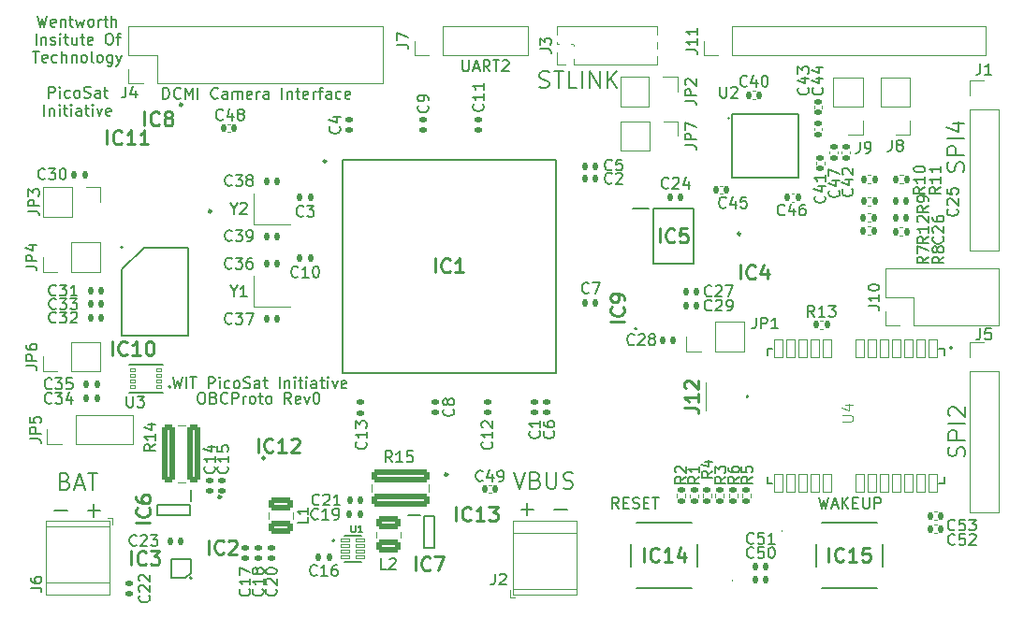
<source format=gto>
G04 #@! TF.GenerationSoftware,KiCad,Pcbnew,(6.0.1)*
G04 #@! TF.CreationDate,2023-03-29T19:48:02-04:00*
G04 #@! TF.ProjectId,OBCProto,4f424350-726f-4746-9f2e-6b696361645f,rev?*
G04 #@! TF.SameCoordinates,Original*
G04 #@! TF.FileFunction,Legend,Top*
G04 #@! TF.FilePolarity,Positive*
%FSLAX46Y46*%
G04 Gerber Fmt 4.6, Leading zero omitted, Abs format (unit mm)*
G04 Created by KiCad (PCBNEW (6.0.1)) date 2023-03-29 19:48:02*
%MOMM*%
%LPD*%
G01*
G04 APERTURE LIST*
G04 Aperture macros list*
%AMRoundRect*
0 Rectangle with rounded corners*
0 $1 Rounding radius*
0 $2 $3 $4 $5 $6 $7 $8 $9 X,Y pos of 4 corners*
0 Add a 4 corners polygon primitive as box body*
4,1,4,$2,$3,$4,$5,$6,$7,$8,$9,$2,$3,0*
0 Add four circle primitives for the rounded corners*
1,1,$1+$1,$2,$3*
1,1,$1+$1,$4,$5*
1,1,$1+$1,$6,$7*
1,1,$1+$1,$8,$9*
0 Add four rect primitives between the rounded corners*
20,1,$1+$1,$2,$3,$4,$5,0*
20,1,$1+$1,$4,$5,$6,$7,0*
20,1,$1+$1,$6,$7,$8,$9,0*
20,1,$1+$1,$8,$9,$2,$3,0*%
G04 Aperture macros list end*
%ADD10C,0.200000*%
%ADD11C,0.150000*%
%ADD12C,0.254000*%
%ADD13C,0.120000*%
%ADD14C,0.100000*%
%ADD15C,0.250000*%
%ADD16C,0.203200*%
%ADD17C,0.050000*%
%ADD18C,0.127000*%
%ADD19R,0.450000X1.050000*%
%ADD20RoundRect,0.140000X-0.140000X-0.170000X0.140000X-0.170000X0.140000X0.170000X-0.140000X0.170000X0*%
%ADD21RoundRect,0.140000X0.140000X0.170000X-0.140000X0.170000X-0.140000X-0.170000X0.140000X-0.170000X0*%
%ADD22RoundRect,0.135000X-0.135000X-0.185000X0.135000X-0.185000X0.135000X0.185000X-0.135000X0.185000X0*%
%ADD23R,1.700000X1.700000*%
%ADD24O,1.700000X1.700000*%
%ADD25R,1.050000X1.000000*%
%ADD26R,2.200000X1.050000*%
%ADD27RoundRect,0.140000X-0.170000X0.140000X-0.170000X-0.140000X0.170000X-0.140000X0.170000X0.140000X0*%
%ADD28RoundRect,0.135000X-0.185000X0.135000X-0.185000X-0.135000X0.185000X-0.135000X0.185000X0.135000X0*%
%ADD29R,2.100000X1.400000*%
%ADD30R,0.600000X0.350000*%
%ADD31R,1.100000X1.700000*%
%ADD32RoundRect,0.140000X0.170000X-0.140000X0.170000X0.140000X-0.170000X0.140000X-0.170000X-0.140000X0*%
%ADD33C,0.216000*%
%ADD34R,1.475000X0.300000*%
%ADD35R,0.300000X1.475000*%
%ADD36RoundRect,0.014000X0.216000X0.161000X-0.216000X0.161000X-0.216000X-0.161000X0.216000X-0.161000X0*%
%ADD37R,0.200000X1.600000*%
%ADD38R,1.000000X1.000000*%
%ADD39O,1.000000X1.000000*%
%ADD40RoundRect,0.063500X0.400000X-0.800000X0.400000X0.800000X-0.400000X0.800000X-0.400000X-0.800000X0*%
%ADD41R,0.950000X0.450000*%
%ADD42R,3.450000X4.350000*%
%ADD43R,1.150000X1.000000*%
%ADD44RoundRect,0.250000X-0.850000X0.375000X-0.850000X-0.375000X0.850000X-0.375000X0.850000X0.375000X0*%
%ADD45R,0.650000X0.300000*%
%ADD46R,1.750000X2.750000*%
%ADD47RoundRect,0.250000X0.325000X2.350000X-0.325000X2.350000X-0.325000X-2.350000X0.325000X-2.350000X0*%
%ADD48R,2.100000X2.100000*%
%ADD49C,2.100000*%
%ADD50RoundRect,0.008100X-0.421900X-0.126900X0.421900X-0.126900X0.421900X0.126900X-0.421900X0.126900X0*%
%ADD51RoundRect,0.250000X2.350000X-0.325000X2.350000X0.325000X-2.350000X0.325000X-2.350000X-0.325000X0*%
%ADD52RoundRect,0.250000X0.850000X-0.375000X0.850000X0.375000X-0.850000X0.375000X-0.850000X-0.375000X0*%
%ADD53R,0.200000X0.750000*%
%ADD54R,0.750000X0.200000*%
%ADD55R,1.750000X1.590000*%
%ADD56C,0.370000*%
%ADD57R,1.475000X0.450000*%
%ADD58R,1.050000X0.450000*%
G04 APERTURE END LIST*
D10*
X183007142Y-84650000D02*
X183078571Y-84435714D01*
X183078571Y-84078571D01*
X183007142Y-83935714D01*
X182935714Y-83864285D01*
X182792857Y-83792857D01*
X182650000Y-83792857D01*
X182507142Y-83864285D01*
X182435714Y-83935714D01*
X182364285Y-84078571D01*
X182292857Y-84364285D01*
X182221428Y-84507142D01*
X182150000Y-84578571D01*
X182007142Y-84650000D01*
X181864285Y-84650000D01*
X181721428Y-84578571D01*
X181650000Y-84507142D01*
X181578571Y-84364285D01*
X181578571Y-84007142D01*
X181650000Y-83792857D01*
X183078571Y-83150000D02*
X181578571Y-83150000D01*
X181578571Y-82578571D01*
X181650000Y-82435714D01*
X181721428Y-82364285D01*
X181864285Y-82292857D01*
X182078571Y-82292857D01*
X182221428Y-82364285D01*
X182292857Y-82435714D01*
X182364285Y-82578571D01*
X182364285Y-83150000D01*
X183078571Y-81650000D02*
X181578571Y-81650000D01*
X182078571Y-80292857D02*
X183078571Y-80292857D01*
X181507142Y-80650000D02*
X182578571Y-81007142D01*
X182578571Y-80078571D01*
D11*
X114038095Y-104652380D02*
X114228571Y-104652380D01*
X114323809Y-104700000D01*
X114419047Y-104795238D01*
X114466666Y-104985714D01*
X114466666Y-105319047D01*
X114419047Y-105509523D01*
X114323809Y-105604761D01*
X114228571Y-105652380D01*
X114038095Y-105652380D01*
X113942857Y-105604761D01*
X113847619Y-105509523D01*
X113800000Y-105319047D01*
X113800000Y-104985714D01*
X113847619Y-104795238D01*
X113942857Y-104700000D01*
X114038095Y-104652380D01*
X115228571Y-105128571D02*
X115371428Y-105176190D01*
X115419047Y-105223809D01*
X115466666Y-105319047D01*
X115466666Y-105461904D01*
X115419047Y-105557142D01*
X115371428Y-105604761D01*
X115276190Y-105652380D01*
X114895238Y-105652380D01*
X114895238Y-104652380D01*
X115228571Y-104652380D01*
X115323809Y-104700000D01*
X115371428Y-104747619D01*
X115419047Y-104842857D01*
X115419047Y-104938095D01*
X115371428Y-105033333D01*
X115323809Y-105080952D01*
X115228571Y-105128571D01*
X114895238Y-105128571D01*
X116466666Y-105557142D02*
X116419047Y-105604761D01*
X116276190Y-105652380D01*
X116180952Y-105652380D01*
X116038095Y-105604761D01*
X115942857Y-105509523D01*
X115895238Y-105414285D01*
X115847619Y-105223809D01*
X115847619Y-105080952D01*
X115895238Y-104890476D01*
X115942857Y-104795238D01*
X116038095Y-104700000D01*
X116180952Y-104652380D01*
X116276190Y-104652380D01*
X116419047Y-104700000D01*
X116466666Y-104747619D01*
X116895238Y-105652380D02*
X116895238Y-104652380D01*
X117276190Y-104652380D01*
X117371428Y-104700000D01*
X117419047Y-104747619D01*
X117466666Y-104842857D01*
X117466666Y-104985714D01*
X117419047Y-105080952D01*
X117371428Y-105128571D01*
X117276190Y-105176190D01*
X116895238Y-105176190D01*
X117895238Y-105652380D02*
X117895238Y-104985714D01*
X117895238Y-105176190D02*
X117942857Y-105080952D01*
X117990476Y-105033333D01*
X118085714Y-104985714D01*
X118180952Y-104985714D01*
X118657142Y-105652380D02*
X118561904Y-105604761D01*
X118514285Y-105557142D01*
X118466666Y-105461904D01*
X118466666Y-105176190D01*
X118514285Y-105080952D01*
X118561904Y-105033333D01*
X118657142Y-104985714D01*
X118800000Y-104985714D01*
X118895238Y-105033333D01*
X118942857Y-105080952D01*
X118990476Y-105176190D01*
X118990476Y-105461904D01*
X118942857Y-105557142D01*
X118895238Y-105604761D01*
X118800000Y-105652380D01*
X118657142Y-105652380D01*
X119276190Y-104985714D02*
X119657142Y-104985714D01*
X119419047Y-104652380D02*
X119419047Y-105509523D01*
X119466666Y-105604761D01*
X119561904Y-105652380D01*
X119657142Y-105652380D01*
X120133333Y-105652380D02*
X120038095Y-105604761D01*
X119990476Y-105557142D01*
X119942857Y-105461904D01*
X119942857Y-105176190D01*
X119990476Y-105080952D01*
X120038095Y-105033333D01*
X120133333Y-104985714D01*
X120276190Y-104985714D01*
X120371428Y-105033333D01*
X120419047Y-105080952D01*
X120466666Y-105176190D01*
X120466666Y-105461904D01*
X120419047Y-105557142D01*
X120371428Y-105604761D01*
X120276190Y-105652380D01*
X120133333Y-105652380D01*
X122228571Y-105652380D02*
X121895238Y-105176190D01*
X121657142Y-105652380D02*
X121657142Y-104652380D01*
X122038095Y-104652380D01*
X122133333Y-104700000D01*
X122180952Y-104747619D01*
X122228571Y-104842857D01*
X122228571Y-104985714D01*
X122180952Y-105080952D01*
X122133333Y-105128571D01*
X122038095Y-105176190D01*
X121657142Y-105176190D01*
X123038095Y-105604761D02*
X122942857Y-105652380D01*
X122752380Y-105652380D01*
X122657142Y-105604761D01*
X122609523Y-105509523D01*
X122609523Y-105128571D01*
X122657142Y-105033333D01*
X122752380Y-104985714D01*
X122942857Y-104985714D01*
X123038095Y-105033333D01*
X123085714Y-105128571D01*
X123085714Y-105223809D01*
X122609523Y-105319047D01*
X123419047Y-104985714D02*
X123657142Y-105652380D01*
X123895238Y-104985714D01*
X124466666Y-104652380D02*
X124561904Y-104652380D01*
X124657142Y-104700000D01*
X124704761Y-104747619D01*
X124752380Y-104842857D01*
X124800000Y-105033333D01*
X124800000Y-105271428D01*
X124752380Y-105461904D01*
X124704761Y-105557142D01*
X124657142Y-105604761D01*
X124561904Y-105652380D01*
X124466666Y-105652380D01*
X124371428Y-105604761D01*
X124323809Y-105557142D01*
X124276190Y-105461904D01*
X124228571Y-105271428D01*
X124228571Y-105033333D01*
X124276190Y-104842857D01*
X124323809Y-104747619D01*
X124371428Y-104700000D01*
X124466666Y-104652380D01*
X169966666Y-114152380D02*
X170204761Y-115152380D01*
X170395238Y-114438095D01*
X170585714Y-115152380D01*
X170823809Y-114152380D01*
X171157142Y-114866666D02*
X171633333Y-114866666D01*
X171061904Y-115152380D02*
X171395238Y-114152380D01*
X171728571Y-115152380D01*
X172061904Y-115152380D02*
X172061904Y-114152380D01*
X172633333Y-115152380D02*
X172204761Y-114580952D01*
X172633333Y-114152380D02*
X172061904Y-114723809D01*
X173061904Y-114628571D02*
X173395238Y-114628571D01*
X173538095Y-115152380D02*
X173061904Y-115152380D01*
X173061904Y-114152380D01*
X173538095Y-114152380D01*
X173966666Y-114152380D02*
X173966666Y-114961904D01*
X174014285Y-115057142D01*
X174061904Y-115104761D01*
X174157142Y-115152380D01*
X174347619Y-115152380D01*
X174442857Y-115104761D01*
X174490476Y-115057142D01*
X174538095Y-114961904D01*
X174538095Y-114152380D01*
X175014285Y-115152380D02*
X175014285Y-114152380D01*
X175395238Y-114152380D01*
X175490476Y-114200000D01*
X175538095Y-114247619D01*
X175585714Y-114342857D01*
X175585714Y-114485714D01*
X175538095Y-114580952D01*
X175490476Y-114628571D01*
X175395238Y-114676190D01*
X175014285Y-114676190D01*
X137728571Y-74552380D02*
X137728571Y-75361904D01*
X137776190Y-75457142D01*
X137823809Y-75504761D01*
X137919047Y-75552380D01*
X138109523Y-75552380D01*
X138204761Y-75504761D01*
X138252380Y-75457142D01*
X138300000Y-75361904D01*
X138300000Y-74552380D01*
X138728571Y-75266666D02*
X139204761Y-75266666D01*
X138633333Y-75552380D02*
X138966666Y-74552380D01*
X139300000Y-75552380D01*
X140204761Y-75552380D02*
X139871428Y-75076190D01*
X139633333Y-75552380D02*
X139633333Y-74552380D01*
X140014285Y-74552380D01*
X140109523Y-74600000D01*
X140157142Y-74647619D01*
X140204761Y-74742857D01*
X140204761Y-74885714D01*
X140157142Y-74980952D01*
X140109523Y-75028571D01*
X140014285Y-75076190D01*
X139633333Y-75076190D01*
X140490476Y-74552380D02*
X141061904Y-74552380D01*
X140776190Y-75552380D02*
X140776190Y-74552380D01*
X141347619Y-74647619D02*
X141395238Y-74600000D01*
X141490476Y-74552380D01*
X141728571Y-74552380D01*
X141823809Y-74600000D01*
X141871428Y-74647619D01*
X141919047Y-74742857D01*
X141919047Y-74838095D01*
X141871428Y-74980952D01*
X141300000Y-75552380D01*
X141919047Y-75552380D01*
D10*
X183107142Y-110450000D02*
X183178571Y-110235714D01*
X183178571Y-109878571D01*
X183107142Y-109735714D01*
X183035714Y-109664285D01*
X182892857Y-109592857D01*
X182750000Y-109592857D01*
X182607142Y-109664285D01*
X182535714Y-109735714D01*
X182464285Y-109878571D01*
X182392857Y-110164285D01*
X182321428Y-110307142D01*
X182250000Y-110378571D01*
X182107142Y-110450000D01*
X181964285Y-110450000D01*
X181821428Y-110378571D01*
X181750000Y-110307142D01*
X181678571Y-110164285D01*
X181678571Y-109807142D01*
X181750000Y-109592857D01*
X183178571Y-108950000D02*
X181678571Y-108950000D01*
X181678571Y-108378571D01*
X181750000Y-108235714D01*
X181821428Y-108164285D01*
X181964285Y-108092857D01*
X182178571Y-108092857D01*
X182321428Y-108164285D01*
X182392857Y-108235714D01*
X182464285Y-108378571D01*
X182464285Y-108950000D01*
X183178571Y-107450000D02*
X181678571Y-107450000D01*
X181821428Y-106807142D02*
X181750000Y-106735714D01*
X181678571Y-106592857D01*
X181678571Y-106235714D01*
X181750000Y-106092857D01*
X181821428Y-106021428D01*
X181964285Y-105950000D01*
X182107142Y-105950000D01*
X182321428Y-106021428D01*
X183178571Y-106878571D01*
X183178571Y-105950000D01*
X101792857Y-112685357D02*
X102007142Y-112756785D01*
X102078571Y-112828214D01*
X102150000Y-112971071D01*
X102150000Y-113185357D01*
X102078571Y-113328214D01*
X102007142Y-113399642D01*
X101864285Y-113471071D01*
X101292857Y-113471071D01*
X101292857Y-111971071D01*
X101792857Y-111971071D01*
X101935714Y-112042500D01*
X102007142Y-112113928D01*
X102078571Y-112256785D01*
X102078571Y-112399642D01*
X102007142Y-112542500D01*
X101935714Y-112613928D01*
X101792857Y-112685357D01*
X101292857Y-112685357D01*
X102721428Y-113042500D02*
X103435714Y-113042500D01*
X102578571Y-113471071D02*
X103078571Y-111971071D01*
X103578571Y-113471071D01*
X103864285Y-111971071D02*
X104721428Y-111971071D01*
X104292857Y-113471071D02*
X104292857Y-111971071D01*
X100828571Y-115314642D02*
X101971428Y-115314642D01*
X103828571Y-115314642D02*
X104971428Y-115314642D01*
X104400000Y-115886071D02*
X104400000Y-114743214D01*
X144700000Y-77007142D02*
X144914285Y-77078571D01*
X145271428Y-77078571D01*
X145414285Y-77007142D01*
X145485714Y-76935714D01*
X145557142Y-76792857D01*
X145557142Y-76650000D01*
X145485714Y-76507142D01*
X145414285Y-76435714D01*
X145271428Y-76364285D01*
X144985714Y-76292857D01*
X144842857Y-76221428D01*
X144771428Y-76150000D01*
X144700000Y-76007142D01*
X144700000Y-75864285D01*
X144771428Y-75721428D01*
X144842857Y-75650000D01*
X144985714Y-75578571D01*
X145342857Y-75578571D01*
X145557142Y-75650000D01*
X145985714Y-75578571D02*
X146842857Y-75578571D01*
X146414285Y-77078571D02*
X146414285Y-75578571D01*
X148057142Y-77078571D02*
X147342857Y-77078571D01*
X147342857Y-75578571D01*
X148557142Y-77078571D02*
X148557142Y-75578571D01*
X149271428Y-77078571D02*
X149271428Y-75578571D01*
X150128571Y-77078571D01*
X150128571Y-75578571D01*
X150842857Y-77078571D02*
X150842857Y-75578571D01*
X151700000Y-77078571D02*
X151057142Y-76221428D01*
X151700000Y-75578571D02*
X150842857Y-76435714D01*
D11*
X110647619Y-78052380D02*
X110647619Y-77052380D01*
X110885714Y-77052380D01*
X111028571Y-77100000D01*
X111123809Y-77195238D01*
X111171428Y-77290476D01*
X111219047Y-77480952D01*
X111219047Y-77623809D01*
X111171428Y-77814285D01*
X111123809Y-77909523D01*
X111028571Y-78004761D01*
X110885714Y-78052380D01*
X110647619Y-78052380D01*
X112219047Y-77957142D02*
X112171428Y-78004761D01*
X112028571Y-78052380D01*
X111933333Y-78052380D01*
X111790476Y-78004761D01*
X111695238Y-77909523D01*
X111647619Y-77814285D01*
X111600000Y-77623809D01*
X111600000Y-77480952D01*
X111647619Y-77290476D01*
X111695238Y-77195238D01*
X111790476Y-77100000D01*
X111933333Y-77052380D01*
X112028571Y-77052380D01*
X112171428Y-77100000D01*
X112219047Y-77147619D01*
X112647619Y-78052380D02*
X112647619Y-77052380D01*
X112980952Y-77766666D01*
X113314285Y-77052380D01*
X113314285Y-78052380D01*
X113790476Y-78052380D02*
X113790476Y-77052380D01*
X115600000Y-77957142D02*
X115552380Y-78004761D01*
X115409523Y-78052380D01*
X115314285Y-78052380D01*
X115171428Y-78004761D01*
X115076190Y-77909523D01*
X115028571Y-77814285D01*
X114980952Y-77623809D01*
X114980952Y-77480952D01*
X115028571Y-77290476D01*
X115076190Y-77195238D01*
X115171428Y-77100000D01*
X115314285Y-77052380D01*
X115409523Y-77052380D01*
X115552380Y-77100000D01*
X115600000Y-77147619D01*
X116457142Y-78052380D02*
X116457142Y-77528571D01*
X116409523Y-77433333D01*
X116314285Y-77385714D01*
X116123809Y-77385714D01*
X116028571Y-77433333D01*
X116457142Y-78004761D02*
X116361904Y-78052380D01*
X116123809Y-78052380D01*
X116028571Y-78004761D01*
X115980952Y-77909523D01*
X115980952Y-77814285D01*
X116028571Y-77719047D01*
X116123809Y-77671428D01*
X116361904Y-77671428D01*
X116457142Y-77623809D01*
X116933333Y-78052380D02*
X116933333Y-77385714D01*
X116933333Y-77480952D02*
X116980952Y-77433333D01*
X117076190Y-77385714D01*
X117219047Y-77385714D01*
X117314285Y-77433333D01*
X117361904Y-77528571D01*
X117361904Y-78052380D01*
X117361904Y-77528571D02*
X117409523Y-77433333D01*
X117504761Y-77385714D01*
X117647619Y-77385714D01*
X117742857Y-77433333D01*
X117790476Y-77528571D01*
X117790476Y-78052380D01*
X118647619Y-78004761D02*
X118552380Y-78052380D01*
X118361904Y-78052380D01*
X118266666Y-78004761D01*
X118219047Y-77909523D01*
X118219047Y-77528571D01*
X118266666Y-77433333D01*
X118361904Y-77385714D01*
X118552380Y-77385714D01*
X118647619Y-77433333D01*
X118695238Y-77528571D01*
X118695238Y-77623809D01*
X118219047Y-77719047D01*
X119123809Y-78052380D02*
X119123809Y-77385714D01*
X119123809Y-77576190D02*
X119171428Y-77480952D01*
X119219047Y-77433333D01*
X119314285Y-77385714D01*
X119409523Y-77385714D01*
X120171428Y-78052380D02*
X120171428Y-77528571D01*
X120123809Y-77433333D01*
X120028571Y-77385714D01*
X119838095Y-77385714D01*
X119742857Y-77433333D01*
X120171428Y-78004761D02*
X120076190Y-78052380D01*
X119838095Y-78052380D01*
X119742857Y-78004761D01*
X119695238Y-77909523D01*
X119695238Y-77814285D01*
X119742857Y-77719047D01*
X119838095Y-77671428D01*
X120076190Y-77671428D01*
X120171428Y-77623809D01*
X121409523Y-78052380D02*
X121409523Y-77052380D01*
X121885714Y-77385714D02*
X121885714Y-78052380D01*
X121885714Y-77480952D02*
X121933333Y-77433333D01*
X122028571Y-77385714D01*
X122171428Y-77385714D01*
X122266666Y-77433333D01*
X122314285Y-77528571D01*
X122314285Y-78052380D01*
X122647619Y-77385714D02*
X123028571Y-77385714D01*
X122790476Y-77052380D02*
X122790476Y-77909523D01*
X122838095Y-78004761D01*
X122933333Y-78052380D01*
X123028571Y-78052380D01*
X123742857Y-78004761D02*
X123647619Y-78052380D01*
X123457142Y-78052380D01*
X123361904Y-78004761D01*
X123314285Y-77909523D01*
X123314285Y-77528571D01*
X123361904Y-77433333D01*
X123457142Y-77385714D01*
X123647619Y-77385714D01*
X123742857Y-77433333D01*
X123790476Y-77528571D01*
X123790476Y-77623809D01*
X123314285Y-77719047D01*
X124219047Y-78052380D02*
X124219047Y-77385714D01*
X124219047Y-77576190D02*
X124266666Y-77480952D01*
X124314285Y-77433333D01*
X124409523Y-77385714D01*
X124504761Y-77385714D01*
X124695238Y-77385714D02*
X125076190Y-77385714D01*
X124838095Y-78052380D02*
X124838095Y-77195238D01*
X124885714Y-77100000D01*
X124980952Y-77052380D01*
X125076190Y-77052380D01*
X125838095Y-78052380D02*
X125838095Y-77528571D01*
X125790476Y-77433333D01*
X125695238Y-77385714D01*
X125504761Y-77385714D01*
X125409523Y-77433333D01*
X125838095Y-78004761D02*
X125742857Y-78052380D01*
X125504761Y-78052380D01*
X125409523Y-78004761D01*
X125361904Y-77909523D01*
X125361904Y-77814285D01*
X125409523Y-77719047D01*
X125504761Y-77671428D01*
X125742857Y-77671428D01*
X125838095Y-77623809D01*
X126742857Y-78004761D02*
X126647619Y-78052380D01*
X126457142Y-78052380D01*
X126361904Y-78004761D01*
X126314285Y-77957142D01*
X126266666Y-77861904D01*
X126266666Y-77576190D01*
X126314285Y-77480952D01*
X126361904Y-77433333D01*
X126457142Y-77385714D01*
X126647619Y-77385714D01*
X126742857Y-77433333D01*
X127552380Y-78004761D02*
X127457142Y-78052380D01*
X127266666Y-78052380D01*
X127171428Y-78004761D01*
X127123809Y-77909523D01*
X127123809Y-77528571D01*
X127171428Y-77433333D01*
X127266666Y-77385714D01*
X127457142Y-77385714D01*
X127552380Y-77433333D01*
X127600000Y-77528571D01*
X127600000Y-77623809D01*
X127123809Y-77719047D01*
X111519047Y-103252380D02*
X111757142Y-104252380D01*
X111947619Y-103538095D01*
X112138095Y-104252380D01*
X112376190Y-103252380D01*
X112757142Y-104252380D02*
X112757142Y-103252380D01*
X113090476Y-103252380D02*
X113661904Y-103252380D01*
X113376190Y-104252380D02*
X113376190Y-103252380D01*
X114757142Y-104252380D02*
X114757142Y-103252380D01*
X115138095Y-103252380D01*
X115233333Y-103300000D01*
X115280952Y-103347619D01*
X115328571Y-103442857D01*
X115328571Y-103585714D01*
X115280952Y-103680952D01*
X115233333Y-103728571D01*
X115138095Y-103776190D01*
X114757142Y-103776190D01*
X115757142Y-104252380D02*
X115757142Y-103585714D01*
X115757142Y-103252380D02*
X115709523Y-103300000D01*
X115757142Y-103347619D01*
X115804761Y-103300000D01*
X115757142Y-103252380D01*
X115757142Y-103347619D01*
X116661904Y-104204761D02*
X116566666Y-104252380D01*
X116376190Y-104252380D01*
X116280952Y-104204761D01*
X116233333Y-104157142D01*
X116185714Y-104061904D01*
X116185714Y-103776190D01*
X116233333Y-103680952D01*
X116280952Y-103633333D01*
X116376190Y-103585714D01*
X116566666Y-103585714D01*
X116661904Y-103633333D01*
X117233333Y-104252380D02*
X117138095Y-104204761D01*
X117090476Y-104157142D01*
X117042857Y-104061904D01*
X117042857Y-103776190D01*
X117090476Y-103680952D01*
X117138095Y-103633333D01*
X117233333Y-103585714D01*
X117376190Y-103585714D01*
X117471428Y-103633333D01*
X117519047Y-103680952D01*
X117566666Y-103776190D01*
X117566666Y-104061904D01*
X117519047Y-104157142D01*
X117471428Y-104204761D01*
X117376190Y-104252380D01*
X117233333Y-104252380D01*
X117947619Y-104204761D02*
X118090476Y-104252380D01*
X118328571Y-104252380D01*
X118423809Y-104204761D01*
X118471428Y-104157142D01*
X118519047Y-104061904D01*
X118519047Y-103966666D01*
X118471428Y-103871428D01*
X118423809Y-103823809D01*
X118328571Y-103776190D01*
X118138095Y-103728571D01*
X118042857Y-103680952D01*
X117995238Y-103633333D01*
X117947619Y-103538095D01*
X117947619Y-103442857D01*
X117995238Y-103347619D01*
X118042857Y-103300000D01*
X118138095Y-103252380D01*
X118376190Y-103252380D01*
X118519047Y-103300000D01*
X119376190Y-104252380D02*
X119376190Y-103728571D01*
X119328571Y-103633333D01*
X119233333Y-103585714D01*
X119042857Y-103585714D01*
X118947619Y-103633333D01*
X119376190Y-104204761D02*
X119280952Y-104252380D01*
X119042857Y-104252380D01*
X118947619Y-104204761D01*
X118900000Y-104109523D01*
X118900000Y-104014285D01*
X118947619Y-103919047D01*
X119042857Y-103871428D01*
X119280952Y-103871428D01*
X119376190Y-103823809D01*
X119709523Y-103585714D02*
X120090476Y-103585714D01*
X119852380Y-103252380D02*
X119852380Y-104109523D01*
X119900000Y-104204761D01*
X119995238Y-104252380D01*
X120090476Y-104252380D01*
X121185714Y-104252380D02*
X121185714Y-103252380D01*
X121661904Y-103585714D02*
X121661904Y-104252380D01*
X121661904Y-103680952D02*
X121709523Y-103633333D01*
X121804761Y-103585714D01*
X121947619Y-103585714D01*
X122042857Y-103633333D01*
X122090476Y-103728571D01*
X122090476Y-104252380D01*
X122566666Y-104252380D02*
X122566666Y-103585714D01*
X122566666Y-103252380D02*
X122519047Y-103300000D01*
X122566666Y-103347619D01*
X122614285Y-103300000D01*
X122566666Y-103252380D01*
X122566666Y-103347619D01*
X122900000Y-103585714D02*
X123280952Y-103585714D01*
X123042857Y-103252380D02*
X123042857Y-104109523D01*
X123090476Y-104204761D01*
X123185714Y-104252380D01*
X123280952Y-104252380D01*
X123614285Y-104252380D02*
X123614285Y-103585714D01*
X123614285Y-103252380D02*
X123566666Y-103300000D01*
X123614285Y-103347619D01*
X123661904Y-103300000D01*
X123614285Y-103252380D01*
X123614285Y-103347619D01*
X124519047Y-104252380D02*
X124519047Y-103728571D01*
X124471428Y-103633333D01*
X124376190Y-103585714D01*
X124185714Y-103585714D01*
X124090476Y-103633333D01*
X124519047Y-104204761D02*
X124423809Y-104252380D01*
X124185714Y-104252380D01*
X124090476Y-104204761D01*
X124042857Y-104109523D01*
X124042857Y-104014285D01*
X124090476Y-103919047D01*
X124185714Y-103871428D01*
X124423809Y-103871428D01*
X124519047Y-103823809D01*
X124852380Y-103585714D02*
X125233333Y-103585714D01*
X124995238Y-103252380D02*
X124995238Y-104109523D01*
X125042857Y-104204761D01*
X125138095Y-104252380D01*
X125233333Y-104252380D01*
X125566666Y-104252380D02*
X125566666Y-103585714D01*
X125566666Y-103252380D02*
X125519047Y-103300000D01*
X125566666Y-103347619D01*
X125614285Y-103300000D01*
X125566666Y-103252380D01*
X125566666Y-103347619D01*
X125947619Y-103585714D02*
X126185714Y-104252380D01*
X126423809Y-103585714D01*
X127185714Y-104204761D02*
X127090476Y-104252380D01*
X126900000Y-104252380D01*
X126804761Y-104204761D01*
X126757142Y-104109523D01*
X126757142Y-103728571D01*
X126804761Y-103633333D01*
X126900000Y-103585714D01*
X127090476Y-103585714D01*
X127185714Y-103633333D01*
X127233333Y-103728571D01*
X127233333Y-103823809D01*
X126757142Y-103919047D01*
D10*
X142350000Y-111871071D02*
X142850000Y-113371071D01*
X143350000Y-111871071D01*
X144350000Y-112585357D02*
X144564285Y-112656785D01*
X144635714Y-112728214D01*
X144707142Y-112871071D01*
X144707142Y-113085357D01*
X144635714Y-113228214D01*
X144564285Y-113299642D01*
X144421428Y-113371071D01*
X143850000Y-113371071D01*
X143850000Y-111871071D01*
X144350000Y-111871071D01*
X144492857Y-111942500D01*
X144564285Y-112013928D01*
X144635714Y-112156785D01*
X144635714Y-112299642D01*
X144564285Y-112442500D01*
X144492857Y-112513928D01*
X144350000Y-112585357D01*
X143850000Y-112585357D01*
X145350000Y-111871071D02*
X145350000Y-113085357D01*
X145421428Y-113228214D01*
X145492857Y-113299642D01*
X145635714Y-113371071D01*
X145921428Y-113371071D01*
X146064285Y-113299642D01*
X146135714Y-113228214D01*
X146207142Y-113085357D01*
X146207142Y-111871071D01*
X146850000Y-113299642D02*
X147064285Y-113371071D01*
X147421428Y-113371071D01*
X147564285Y-113299642D01*
X147635714Y-113228214D01*
X147707142Y-113085357D01*
X147707142Y-112942500D01*
X147635714Y-112799642D01*
X147564285Y-112728214D01*
X147421428Y-112656785D01*
X147135714Y-112585357D01*
X146992857Y-112513928D01*
X146921428Y-112442500D01*
X146850000Y-112299642D01*
X146850000Y-112156785D01*
X146921428Y-112013928D01*
X146992857Y-111942500D01*
X147135714Y-111871071D01*
X147492857Y-111871071D01*
X147707142Y-111942500D01*
X143028571Y-115214642D02*
X144171428Y-115214642D01*
X143600000Y-115786071D02*
X143600000Y-114643214D01*
X146028571Y-115214642D02*
X147171428Y-115214642D01*
D11*
X151847619Y-115152380D02*
X151514285Y-114676190D01*
X151276190Y-115152380D02*
X151276190Y-114152380D01*
X151657142Y-114152380D01*
X151752380Y-114200000D01*
X151800000Y-114247619D01*
X151847619Y-114342857D01*
X151847619Y-114485714D01*
X151800000Y-114580952D01*
X151752380Y-114628571D01*
X151657142Y-114676190D01*
X151276190Y-114676190D01*
X152276190Y-114628571D02*
X152609523Y-114628571D01*
X152752380Y-115152380D02*
X152276190Y-115152380D01*
X152276190Y-114152380D01*
X152752380Y-114152380D01*
X153133333Y-115104761D02*
X153276190Y-115152380D01*
X153514285Y-115152380D01*
X153609523Y-115104761D01*
X153657142Y-115057142D01*
X153704761Y-114961904D01*
X153704761Y-114866666D01*
X153657142Y-114771428D01*
X153609523Y-114723809D01*
X153514285Y-114676190D01*
X153323809Y-114628571D01*
X153228571Y-114580952D01*
X153180952Y-114533333D01*
X153133333Y-114438095D01*
X153133333Y-114342857D01*
X153180952Y-114247619D01*
X153228571Y-114200000D01*
X153323809Y-114152380D01*
X153561904Y-114152380D01*
X153704761Y-114200000D01*
X154133333Y-114628571D02*
X154466666Y-114628571D01*
X154609523Y-115152380D02*
X154133333Y-115152380D01*
X154133333Y-114152380D01*
X154609523Y-114152380D01*
X154895238Y-114152380D02*
X155466666Y-114152380D01*
X155180952Y-115152380D02*
X155180952Y-114152380D01*
X99280952Y-70527380D02*
X99519047Y-71527380D01*
X99709523Y-70813095D01*
X99900000Y-71527380D01*
X100138095Y-70527380D01*
X100900000Y-71479761D02*
X100804761Y-71527380D01*
X100614285Y-71527380D01*
X100519047Y-71479761D01*
X100471428Y-71384523D01*
X100471428Y-71003571D01*
X100519047Y-70908333D01*
X100614285Y-70860714D01*
X100804761Y-70860714D01*
X100900000Y-70908333D01*
X100947619Y-71003571D01*
X100947619Y-71098809D01*
X100471428Y-71194047D01*
X101376190Y-70860714D02*
X101376190Y-71527380D01*
X101376190Y-70955952D02*
X101423809Y-70908333D01*
X101519047Y-70860714D01*
X101661904Y-70860714D01*
X101757142Y-70908333D01*
X101804761Y-71003571D01*
X101804761Y-71527380D01*
X102138095Y-70860714D02*
X102519047Y-70860714D01*
X102280952Y-70527380D02*
X102280952Y-71384523D01*
X102328571Y-71479761D01*
X102423809Y-71527380D01*
X102519047Y-71527380D01*
X102757142Y-70860714D02*
X102947619Y-71527380D01*
X103138095Y-71051190D01*
X103328571Y-71527380D01*
X103519047Y-70860714D01*
X104042857Y-71527380D02*
X103947619Y-71479761D01*
X103900000Y-71432142D01*
X103852380Y-71336904D01*
X103852380Y-71051190D01*
X103900000Y-70955952D01*
X103947619Y-70908333D01*
X104042857Y-70860714D01*
X104185714Y-70860714D01*
X104280952Y-70908333D01*
X104328571Y-70955952D01*
X104376190Y-71051190D01*
X104376190Y-71336904D01*
X104328571Y-71432142D01*
X104280952Y-71479761D01*
X104185714Y-71527380D01*
X104042857Y-71527380D01*
X104804761Y-71527380D02*
X104804761Y-70860714D01*
X104804761Y-71051190D02*
X104852380Y-70955952D01*
X104900000Y-70908333D01*
X104995238Y-70860714D01*
X105090476Y-70860714D01*
X105280952Y-70860714D02*
X105661904Y-70860714D01*
X105423809Y-70527380D02*
X105423809Y-71384523D01*
X105471428Y-71479761D01*
X105566666Y-71527380D01*
X105661904Y-71527380D01*
X105995238Y-71527380D02*
X105995238Y-70527380D01*
X106423809Y-71527380D02*
X106423809Y-71003571D01*
X106376190Y-70908333D01*
X106280952Y-70860714D01*
X106138095Y-70860714D01*
X106042857Y-70908333D01*
X105995238Y-70955952D01*
X99161904Y-73137380D02*
X99161904Y-72137380D01*
X99638095Y-72470714D02*
X99638095Y-73137380D01*
X99638095Y-72565952D02*
X99685714Y-72518333D01*
X99780952Y-72470714D01*
X99923809Y-72470714D01*
X100019047Y-72518333D01*
X100066666Y-72613571D01*
X100066666Y-73137380D01*
X100495238Y-73089761D02*
X100590476Y-73137380D01*
X100780952Y-73137380D01*
X100876190Y-73089761D01*
X100923809Y-72994523D01*
X100923809Y-72946904D01*
X100876190Y-72851666D01*
X100780952Y-72804047D01*
X100638095Y-72804047D01*
X100542857Y-72756428D01*
X100495238Y-72661190D01*
X100495238Y-72613571D01*
X100542857Y-72518333D01*
X100638095Y-72470714D01*
X100780952Y-72470714D01*
X100876190Y-72518333D01*
X101352380Y-73137380D02*
X101352380Y-72470714D01*
X101352380Y-72137380D02*
X101304761Y-72185000D01*
X101352380Y-72232619D01*
X101400000Y-72185000D01*
X101352380Y-72137380D01*
X101352380Y-72232619D01*
X101685714Y-72470714D02*
X102066666Y-72470714D01*
X101828571Y-72137380D02*
X101828571Y-72994523D01*
X101876190Y-73089761D01*
X101971428Y-73137380D01*
X102066666Y-73137380D01*
X102828571Y-72470714D02*
X102828571Y-73137380D01*
X102400000Y-72470714D02*
X102400000Y-72994523D01*
X102447619Y-73089761D01*
X102542857Y-73137380D01*
X102685714Y-73137380D01*
X102780952Y-73089761D01*
X102828571Y-73042142D01*
X103161904Y-72470714D02*
X103542857Y-72470714D01*
X103304761Y-72137380D02*
X103304761Y-72994523D01*
X103352380Y-73089761D01*
X103447619Y-73137380D01*
X103542857Y-73137380D01*
X104257142Y-73089761D02*
X104161904Y-73137380D01*
X103971428Y-73137380D01*
X103876190Y-73089761D01*
X103828571Y-72994523D01*
X103828571Y-72613571D01*
X103876190Y-72518333D01*
X103971428Y-72470714D01*
X104161904Y-72470714D01*
X104257142Y-72518333D01*
X104304761Y-72613571D01*
X104304761Y-72708809D01*
X103828571Y-72804047D01*
X105685714Y-72137380D02*
X105876190Y-72137380D01*
X105971428Y-72185000D01*
X106066666Y-72280238D01*
X106114285Y-72470714D01*
X106114285Y-72804047D01*
X106066666Y-72994523D01*
X105971428Y-73089761D01*
X105876190Y-73137380D01*
X105685714Y-73137380D01*
X105590476Y-73089761D01*
X105495238Y-72994523D01*
X105447619Y-72804047D01*
X105447619Y-72470714D01*
X105495238Y-72280238D01*
X105590476Y-72185000D01*
X105685714Y-72137380D01*
X106400000Y-72470714D02*
X106780952Y-72470714D01*
X106542857Y-73137380D02*
X106542857Y-72280238D01*
X106590476Y-72185000D01*
X106685714Y-72137380D01*
X106780952Y-72137380D01*
X98852380Y-73747380D02*
X99423809Y-73747380D01*
X99138095Y-74747380D02*
X99138095Y-73747380D01*
X100138095Y-74699761D02*
X100042857Y-74747380D01*
X99852380Y-74747380D01*
X99757142Y-74699761D01*
X99709523Y-74604523D01*
X99709523Y-74223571D01*
X99757142Y-74128333D01*
X99852380Y-74080714D01*
X100042857Y-74080714D01*
X100138095Y-74128333D01*
X100185714Y-74223571D01*
X100185714Y-74318809D01*
X99709523Y-74414047D01*
X101042857Y-74699761D02*
X100947619Y-74747380D01*
X100757142Y-74747380D01*
X100661904Y-74699761D01*
X100614285Y-74652142D01*
X100566666Y-74556904D01*
X100566666Y-74271190D01*
X100614285Y-74175952D01*
X100661904Y-74128333D01*
X100757142Y-74080714D01*
X100947619Y-74080714D01*
X101042857Y-74128333D01*
X101471428Y-74747380D02*
X101471428Y-73747380D01*
X101900000Y-74747380D02*
X101900000Y-74223571D01*
X101852380Y-74128333D01*
X101757142Y-74080714D01*
X101614285Y-74080714D01*
X101519047Y-74128333D01*
X101471428Y-74175952D01*
X102376190Y-74080714D02*
X102376190Y-74747380D01*
X102376190Y-74175952D02*
X102423809Y-74128333D01*
X102519047Y-74080714D01*
X102661904Y-74080714D01*
X102757142Y-74128333D01*
X102804761Y-74223571D01*
X102804761Y-74747380D01*
X103423809Y-74747380D02*
X103328571Y-74699761D01*
X103280952Y-74652142D01*
X103233333Y-74556904D01*
X103233333Y-74271190D01*
X103280952Y-74175952D01*
X103328571Y-74128333D01*
X103423809Y-74080714D01*
X103566666Y-74080714D01*
X103661904Y-74128333D01*
X103709523Y-74175952D01*
X103757142Y-74271190D01*
X103757142Y-74556904D01*
X103709523Y-74652142D01*
X103661904Y-74699761D01*
X103566666Y-74747380D01*
X103423809Y-74747380D01*
X104328571Y-74747380D02*
X104233333Y-74699761D01*
X104185714Y-74604523D01*
X104185714Y-73747380D01*
X104852380Y-74747380D02*
X104757142Y-74699761D01*
X104709523Y-74652142D01*
X104661904Y-74556904D01*
X104661904Y-74271190D01*
X104709523Y-74175952D01*
X104757142Y-74128333D01*
X104852380Y-74080714D01*
X104995238Y-74080714D01*
X105090476Y-74128333D01*
X105138095Y-74175952D01*
X105185714Y-74271190D01*
X105185714Y-74556904D01*
X105138095Y-74652142D01*
X105090476Y-74699761D01*
X104995238Y-74747380D01*
X104852380Y-74747380D01*
X106042857Y-74080714D02*
X106042857Y-74890238D01*
X105995238Y-74985476D01*
X105947619Y-75033095D01*
X105852380Y-75080714D01*
X105709523Y-75080714D01*
X105614285Y-75033095D01*
X106042857Y-74699761D02*
X105947619Y-74747380D01*
X105757142Y-74747380D01*
X105661904Y-74699761D01*
X105614285Y-74652142D01*
X105566666Y-74556904D01*
X105566666Y-74271190D01*
X105614285Y-74175952D01*
X105661904Y-74128333D01*
X105757142Y-74080714D01*
X105947619Y-74080714D01*
X106042857Y-74128333D01*
X106423809Y-74080714D02*
X106661904Y-74747380D01*
X106900000Y-74080714D02*
X106661904Y-74747380D01*
X106566666Y-74985476D01*
X106519047Y-75033095D01*
X106423809Y-75080714D01*
X100304761Y-77967380D02*
X100304761Y-76967380D01*
X100685714Y-76967380D01*
X100780952Y-77015000D01*
X100828571Y-77062619D01*
X100876190Y-77157857D01*
X100876190Y-77300714D01*
X100828571Y-77395952D01*
X100780952Y-77443571D01*
X100685714Y-77491190D01*
X100304761Y-77491190D01*
X101304761Y-77967380D02*
X101304761Y-77300714D01*
X101304761Y-76967380D02*
X101257142Y-77015000D01*
X101304761Y-77062619D01*
X101352380Y-77015000D01*
X101304761Y-76967380D01*
X101304761Y-77062619D01*
X102209523Y-77919761D02*
X102114285Y-77967380D01*
X101923809Y-77967380D01*
X101828571Y-77919761D01*
X101780952Y-77872142D01*
X101733333Y-77776904D01*
X101733333Y-77491190D01*
X101780952Y-77395952D01*
X101828571Y-77348333D01*
X101923809Y-77300714D01*
X102114285Y-77300714D01*
X102209523Y-77348333D01*
X102780952Y-77967380D02*
X102685714Y-77919761D01*
X102638095Y-77872142D01*
X102590476Y-77776904D01*
X102590476Y-77491190D01*
X102638095Y-77395952D01*
X102685714Y-77348333D01*
X102780952Y-77300714D01*
X102923809Y-77300714D01*
X103019047Y-77348333D01*
X103066666Y-77395952D01*
X103114285Y-77491190D01*
X103114285Y-77776904D01*
X103066666Y-77872142D01*
X103019047Y-77919761D01*
X102923809Y-77967380D01*
X102780952Y-77967380D01*
X103495238Y-77919761D02*
X103638095Y-77967380D01*
X103876190Y-77967380D01*
X103971428Y-77919761D01*
X104019047Y-77872142D01*
X104066666Y-77776904D01*
X104066666Y-77681666D01*
X104019047Y-77586428D01*
X103971428Y-77538809D01*
X103876190Y-77491190D01*
X103685714Y-77443571D01*
X103590476Y-77395952D01*
X103542857Y-77348333D01*
X103495238Y-77253095D01*
X103495238Y-77157857D01*
X103542857Y-77062619D01*
X103590476Y-77015000D01*
X103685714Y-76967380D01*
X103923809Y-76967380D01*
X104066666Y-77015000D01*
X104923809Y-77967380D02*
X104923809Y-77443571D01*
X104876190Y-77348333D01*
X104780952Y-77300714D01*
X104590476Y-77300714D01*
X104495238Y-77348333D01*
X104923809Y-77919761D02*
X104828571Y-77967380D01*
X104590476Y-77967380D01*
X104495238Y-77919761D01*
X104447619Y-77824523D01*
X104447619Y-77729285D01*
X104495238Y-77634047D01*
X104590476Y-77586428D01*
X104828571Y-77586428D01*
X104923809Y-77538809D01*
X105257142Y-77300714D02*
X105638095Y-77300714D01*
X105400000Y-76967380D02*
X105400000Y-77824523D01*
X105447619Y-77919761D01*
X105542857Y-77967380D01*
X105638095Y-77967380D01*
X99900000Y-79577380D02*
X99900000Y-78577380D01*
X100376190Y-78910714D02*
X100376190Y-79577380D01*
X100376190Y-79005952D02*
X100423809Y-78958333D01*
X100519047Y-78910714D01*
X100661904Y-78910714D01*
X100757142Y-78958333D01*
X100804761Y-79053571D01*
X100804761Y-79577380D01*
X101280952Y-79577380D02*
X101280952Y-78910714D01*
X101280952Y-78577380D02*
X101233333Y-78625000D01*
X101280952Y-78672619D01*
X101328571Y-78625000D01*
X101280952Y-78577380D01*
X101280952Y-78672619D01*
X101614285Y-78910714D02*
X101995238Y-78910714D01*
X101757142Y-78577380D02*
X101757142Y-79434523D01*
X101804761Y-79529761D01*
X101900000Y-79577380D01*
X101995238Y-79577380D01*
X102328571Y-79577380D02*
X102328571Y-78910714D01*
X102328571Y-78577380D02*
X102280952Y-78625000D01*
X102328571Y-78672619D01*
X102376190Y-78625000D01*
X102328571Y-78577380D01*
X102328571Y-78672619D01*
X103233333Y-79577380D02*
X103233333Y-79053571D01*
X103185714Y-78958333D01*
X103090476Y-78910714D01*
X102900000Y-78910714D01*
X102804761Y-78958333D01*
X103233333Y-79529761D02*
X103138095Y-79577380D01*
X102900000Y-79577380D01*
X102804761Y-79529761D01*
X102757142Y-79434523D01*
X102757142Y-79339285D01*
X102804761Y-79244047D01*
X102900000Y-79196428D01*
X103138095Y-79196428D01*
X103233333Y-79148809D01*
X103566666Y-78910714D02*
X103947619Y-78910714D01*
X103709523Y-78577380D02*
X103709523Y-79434523D01*
X103757142Y-79529761D01*
X103852380Y-79577380D01*
X103947619Y-79577380D01*
X104280952Y-79577380D02*
X104280952Y-78910714D01*
X104280952Y-78577380D02*
X104233333Y-78625000D01*
X104280952Y-78672619D01*
X104328571Y-78625000D01*
X104280952Y-78577380D01*
X104280952Y-78672619D01*
X104661904Y-78910714D02*
X104900000Y-79577380D01*
X105138095Y-78910714D01*
X105900000Y-79529761D02*
X105804761Y-79577380D01*
X105614285Y-79577380D01*
X105519047Y-79529761D01*
X105471428Y-79434523D01*
X105471428Y-79053571D01*
X105519047Y-78958333D01*
X105614285Y-78910714D01*
X105804761Y-78910714D01*
X105900000Y-78958333D01*
X105947619Y-79053571D01*
X105947619Y-79148809D01*
X105471428Y-79244047D01*
D12*
X109474523Y-116439761D02*
X108204523Y-116439761D01*
X109353571Y-115109285D02*
X109414047Y-115169761D01*
X109474523Y-115351190D01*
X109474523Y-115472142D01*
X109414047Y-115653571D01*
X109293095Y-115774523D01*
X109172142Y-115835000D01*
X108930238Y-115895476D01*
X108748809Y-115895476D01*
X108506904Y-115835000D01*
X108385952Y-115774523D01*
X108265000Y-115653571D01*
X108204523Y-115472142D01*
X108204523Y-115351190D01*
X108265000Y-115169761D01*
X108325476Y-115109285D01*
X108204523Y-114020714D02*
X108204523Y-114262619D01*
X108265000Y-114383571D01*
X108325476Y-114444047D01*
X108506904Y-114565000D01*
X108748809Y-114625476D01*
X109232619Y-114625476D01*
X109353571Y-114565000D01*
X109414047Y-114504523D01*
X109474523Y-114383571D01*
X109474523Y-114141666D01*
X109414047Y-114020714D01*
X109353571Y-113960238D01*
X109232619Y-113899761D01*
X108930238Y-113899761D01*
X108809285Y-113960238D01*
X108748809Y-114020714D01*
X108688333Y-114141666D01*
X108688333Y-114383571D01*
X108748809Y-114504523D01*
X108809285Y-114565000D01*
X108930238Y-114625476D01*
D11*
X151233333Y-84457142D02*
X151185714Y-84504761D01*
X151042857Y-84552380D01*
X150947619Y-84552380D01*
X150804761Y-84504761D01*
X150709523Y-84409523D01*
X150661904Y-84314285D01*
X150614285Y-84123809D01*
X150614285Y-83980952D01*
X150661904Y-83790476D01*
X150709523Y-83695238D01*
X150804761Y-83600000D01*
X150947619Y-83552380D01*
X151042857Y-83552380D01*
X151185714Y-83600000D01*
X151233333Y-83647619D01*
X152138095Y-83552380D02*
X151661904Y-83552380D01*
X151614285Y-84028571D01*
X151661904Y-83980952D01*
X151757142Y-83933333D01*
X151995238Y-83933333D01*
X152090476Y-83980952D01*
X152138095Y-84028571D01*
X152185714Y-84123809D01*
X152185714Y-84361904D01*
X152138095Y-84457142D01*
X152090476Y-84504761D01*
X151995238Y-84552380D01*
X151757142Y-84552380D01*
X151661904Y-84504761D01*
X151614285Y-84457142D01*
X116857142Y-93357142D02*
X116809523Y-93404761D01*
X116666666Y-93452380D01*
X116571428Y-93452380D01*
X116428571Y-93404761D01*
X116333333Y-93309523D01*
X116285714Y-93214285D01*
X116238095Y-93023809D01*
X116238095Y-92880952D01*
X116285714Y-92690476D01*
X116333333Y-92595238D01*
X116428571Y-92500000D01*
X116571428Y-92452380D01*
X116666666Y-92452380D01*
X116809523Y-92500000D01*
X116857142Y-92547619D01*
X117190476Y-92452380D02*
X117809523Y-92452380D01*
X117476190Y-92833333D01*
X117619047Y-92833333D01*
X117714285Y-92880952D01*
X117761904Y-92928571D01*
X117809523Y-93023809D01*
X117809523Y-93261904D01*
X117761904Y-93357142D01*
X117714285Y-93404761D01*
X117619047Y-93452380D01*
X117333333Y-93452380D01*
X117238095Y-93404761D01*
X117190476Y-93357142D01*
X118666666Y-92452380D02*
X118476190Y-92452380D01*
X118380952Y-92500000D01*
X118333333Y-92547619D01*
X118238095Y-92690476D01*
X118190476Y-92880952D01*
X118190476Y-93261904D01*
X118238095Y-93357142D01*
X118285714Y-93404761D01*
X118380952Y-93452380D01*
X118571428Y-93452380D01*
X118666666Y-93404761D01*
X118714285Y-93357142D01*
X118761904Y-93261904D01*
X118761904Y-93023809D01*
X118714285Y-92928571D01*
X118666666Y-92880952D01*
X118571428Y-92833333D01*
X118380952Y-92833333D01*
X118285714Y-92880952D01*
X118238095Y-92928571D01*
X118190476Y-93023809D01*
X179852380Y-92366666D02*
X179376190Y-92700000D01*
X179852380Y-92938095D02*
X178852380Y-92938095D01*
X178852380Y-92557142D01*
X178900000Y-92461904D01*
X178947619Y-92414285D01*
X179042857Y-92366666D01*
X179185714Y-92366666D01*
X179280952Y-92414285D01*
X179328571Y-92461904D01*
X179376190Y-92557142D01*
X179376190Y-92938095D01*
X178852380Y-92033333D02*
X178852380Y-91366666D01*
X179852380Y-91795238D01*
X153257142Y-100257142D02*
X153209523Y-100304761D01*
X153066666Y-100352380D01*
X152971428Y-100352380D01*
X152828571Y-100304761D01*
X152733333Y-100209523D01*
X152685714Y-100114285D01*
X152638095Y-99923809D01*
X152638095Y-99780952D01*
X152685714Y-99590476D01*
X152733333Y-99495238D01*
X152828571Y-99400000D01*
X152971428Y-99352380D01*
X153066666Y-99352380D01*
X153209523Y-99400000D01*
X153257142Y-99447619D01*
X153638095Y-99447619D02*
X153685714Y-99400000D01*
X153780952Y-99352380D01*
X154019047Y-99352380D01*
X154114285Y-99400000D01*
X154161904Y-99447619D01*
X154209523Y-99542857D01*
X154209523Y-99638095D01*
X154161904Y-99780952D01*
X153590476Y-100352380D01*
X154209523Y-100352380D01*
X154780952Y-99780952D02*
X154685714Y-99733333D01*
X154638095Y-99685714D01*
X154590476Y-99590476D01*
X154590476Y-99542857D01*
X154638095Y-99447619D01*
X154685714Y-99400000D01*
X154780952Y-99352380D01*
X154971428Y-99352380D01*
X155066666Y-99400000D01*
X155114285Y-99447619D01*
X155161904Y-99542857D01*
X155161904Y-99590476D01*
X155114285Y-99685714D01*
X155066666Y-99733333D01*
X154971428Y-99780952D01*
X154780952Y-99780952D01*
X154685714Y-99828571D01*
X154638095Y-99876190D01*
X154590476Y-99971428D01*
X154590476Y-100161904D01*
X154638095Y-100257142D01*
X154685714Y-100304761D01*
X154780952Y-100352380D01*
X154971428Y-100352380D01*
X155066666Y-100304761D01*
X155114285Y-100257142D01*
X155161904Y-100161904D01*
X155161904Y-99971428D01*
X155114285Y-99876190D01*
X155066666Y-99828571D01*
X154971428Y-99780952D01*
X184566666Y-74872380D02*
X184566666Y-75586666D01*
X184519047Y-75729523D01*
X184423809Y-75824761D01*
X184280952Y-75872380D01*
X184185714Y-75872380D01*
X185566666Y-75872380D02*
X184995238Y-75872380D01*
X185280952Y-75872380D02*
X185280952Y-74872380D01*
X185185714Y-75015238D01*
X185090476Y-75110476D01*
X184995238Y-75158095D01*
D12*
X157804523Y-106028095D02*
X158711666Y-106028095D01*
X158893095Y-106088571D01*
X159014047Y-106209523D01*
X159074523Y-106390952D01*
X159074523Y-106511904D01*
X159074523Y-104758095D02*
X159074523Y-105483809D01*
X159074523Y-105120952D02*
X157804523Y-105120952D01*
X157985952Y-105241904D01*
X158106904Y-105362857D01*
X158167380Y-105483809D01*
X157925476Y-104274285D02*
X157865000Y-104213809D01*
X157804523Y-104092857D01*
X157804523Y-103790476D01*
X157865000Y-103669523D01*
X157925476Y-103609047D01*
X158046428Y-103548571D01*
X158167380Y-103548571D01*
X158348809Y-103609047D01*
X159074523Y-104334761D01*
X159074523Y-103548571D01*
D11*
X120837142Y-122442857D02*
X120884761Y-122490476D01*
X120932380Y-122633333D01*
X120932380Y-122728571D01*
X120884761Y-122871428D01*
X120789523Y-122966666D01*
X120694285Y-123014285D01*
X120503809Y-123061904D01*
X120360952Y-123061904D01*
X120170476Y-123014285D01*
X120075238Y-122966666D01*
X119980000Y-122871428D01*
X119932380Y-122728571D01*
X119932380Y-122633333D01*
X119980000Y-122490476D01*
X120027619Y-122442857D01*
X120027619Y-122061904D02*
X119980000Y-122014285D01*
X119932380Y-121919047D01*
X119932380Y-121680952D01*
X119980000Y-121585714D01*
X120027619Y-121538095D01*
X120122857Y-121490476D01*
X120218095Y-121490476D01*
X120360952Y-121538095D01*
X120932380Y-122109523D01*
X120932380Y-121490476D01*
X119932380Y-120871428D02*
X119932380Y-120776190D01*
X119980000Y-120680952D01*
X120027619Y-120633333D01*
X120122857Y-120585714D01*
X120313333Y-120538095D01*
X120551428Y-120538095D01*
X120741904Y-120585714D01*
X120837142Y-120633333D01*
X120884761Y-120680952D01*
X120932380Y-120776190D01*
X120932380Y-120871428D01*
X120884761Y-120966666D01*
X120837142Y-121014285D01*
X120741904Y-121061904D01*
X120551428Y-121109523D01*
X120313333Y-121109523D01*
X120122857Y-121061904D01*
X120027619Y-121014285D01*
X119980000Y-120966666D01*
X119932380Y-120871428D01*
X174422380Y-96814523D02*
X175136666Y-96814523D01*
X175279523Y-96862142D01*
X175374761Y-96957380D01*
X175422380Y-97100238D01*
X175422380Y-97195476D01*
X175422380Y-95814523D02*
X175422380Y-96385952D01*
X175422380Y-96100238D02*
X174422380Y-96100238D01*
X174565238Y-96195476D01*
X174660476Y-96290714D01*
X174708095Y-96385952D01*
X174422380Y-95195476D02*
X174422380Y-95100238D01*
X174470000Y-95005000D01*
X174517619Y-94957380D01*
X174612857Y-94909761D01*
X174803333Y-94862142D01*
X175041428Y-94862142D01*
X175231904Y-94909761D01*
X175327142Y-94957380D01*
X175374761Y-95005000D01*
X175422380Y-95100238D01*
X175422380Y-95195476D01*
X175374761Y-95290714D01*
X175327142Y-95338333D01*
X175231904Y-95385952D01*
X175041428Y-95433571D01*
X174803333Y-95433571D01*
X174612857Y-95385952D01*
X174517619Y-95338333D01*
X174470000Y-95290714D01*
X174422380Y-95195476D01*
X162752380Y-112266666D02*
X162276190Y-112600000D01*
X162752380Y-112838095D02*
X161752380Y-112838095D01*
X161752380Y-112457142D01*
X161800000Y-112361904D01*
X161847619Y-112314285D01*
X161942857Y-112266666D01*
X162085714Y-112266666D01*
X162180952Y-112314285D01*
X162228571Y-112361904D01*
X162276190Y-112457142D01*
X162276190Y-112838095D01*
X161752380Y-111409523D02*
X161752380Y-111600000D01*
X161800000Y-111695238D01*
X161847619Y-111742857D01*
X161990476Y-111838095D01*
X162180952Y-111885714D01*
X162561904Y-111885714D01*
X162657142Y-111838095D01*
X162704761Y-111790476D01*
X162752380Y-111695238D01*
X162752380Y-111504761D01*
X162704761Y-111409523D01*
X162657142Y-111361904D01*
X162561904Y-111314285D01*
X162323809Y-111314285D01*
X162228571Y-111361904D01*
X162180952Y-111409523D01*
X162133333Y-111504761D01*
X162133333Y-111695238D01*
X162180952Y-111790476D01*
X162228571Y-111838095D01*
X162323809Y-111885714D01*
D12*
X170855476Y-119974523D02*
X170855476Y-118704523D01*
X172185952Y-119853571D02*
X172125476Y-119914047D01*
X171944047Y-119974523D01*
X171823095Y-119974523D01*
X171641666Y-119914047D01*
X171520714Y-119793095D01*
X171460238Y-119672142D01*
X171399761Y-119430238D01*
X171399761Y-119248809D01*
X171460238Y-119006904D01*
X171520714Y-118885952D01*
X171641666Y-118765000D01*
X171823095Y-118704523D01*
X171944047Y-118704523D01*
X172125476Y-118765000D01*
X172185952Y-118825476D01*
X173395476Y-119974523D02*
X172669761Y-119974523D01*
X173032619Y-119974523D02*
X173032619Y-118704523D01*
X172911666Y-118885952D01*
X172790714Y-119006904D01*
X172669761Y-119067380D01*
X174544523Y-118704523D02*
X173939761Y-118704523D01*
X173879285Y-119309285D01*
X173939761Y-119248809D01*
X174060714Y-119188333D01*
X174363095Y-119188333D01*
X174484047Y-119248809D01*
X174544523Y-119309285D01*
X174605000Y-119430238D01*
X174605000Y-119732619D01*
X174544523Y-119853571D01*
X174484047Y-119914047D01*
X174363095Y-119974523D01*
X174060714Y-119974523D01*
X173939761Y-119914047D01*
X173879285Y-119853571D01*
D11*
X182457142Y-88042857D02*
X182504761Y-88090476D01*
X182552380Y-88233333D01*
X182552380Y-88328571D01*
X182504761Y-88471428D01*
X182409523Y-88566666D01*
X182314285Y-88614285D01*
X182123809Y-88661904D01*
X181980952Y-88661904D01*
X181790476Y-88614285D01*
X181695238Y-88566666D01*
X181600000Y-88471428D01*
X181552380Y-88328571D01*
X181552380Y-88233333D01*
X181600000Y-88090476D01*
X181647619Y-88042857D01*
X181647619Y-87661904D02*
X181600000Y-87614285D01*
X181552380Y-87519047D01*
X181552380Y-87280952D01*
X181600000Y-87185714D01*
X181647619Y-87138095D01*
X181742857Y-87090476D01*
X181838095Y-87090476D01*
X181980952Y-87138095D01*
X182552380Y-87709523D01*
X182552380Y-87090476D01*
X181552380Y-86185714D02*
X181552380Y-86661904D01*
X182028571Y-86709523D01*
X181980952Y-86661904D01*
X181933333Y-86566666D01*
X181933333Y-86328571D01*
X181980952Y-86233333D01*
X182028571Y-86185714D01*
X182123809Y-86138095D01*
X182361904Y-86138095D01*
X182457142Y-86185714D01*
X182504761Y-86233333D01*
X182552380Y-86328571D01*
X182552380Y-86566666D01*
X182504761Y-86661904D01*
X182457142Y-86709523D01*
X98452380Y-88233333D02*
X99166666Y-88233333D01*
X99309523Y-88280952D01*
X99404761Y-88376190D01*
X99452380Y-88519047D01*
X99452380Y-88614285D01*
X99452380Y-87757142D02*
X98452380Y-87757142D01*
X98452380Y-87376190D01*
X98500000Y-87280952D01*
X98547619Y-87233333D01*
X98642857Y-87185714D01*
X98785714Y-87185714D01*
X98880952Y-87233333D01*
X98928571Y-87280952D01*
X98976190Y-87376190D01*
X98976190Y-87757142D01*
X98452380Y-86852380D02*
X98452380Y-86233333D01*
X98833333Y-86566666D01*
X98833333Y-86423809D01*
X98880952Y-86328571D01*
X98928571Y-86280952D01*
X99023809Y-86233333D01*
X99261904Y-86233333D01*
X99357142Y-86280952D01*
X99404761Y-86328571D01*
X99452380Y-86423809D01*
X99452380Y-86709523D01*
X99404761Y-86804761D01*
X99357142Y-86852380D01*
X164057142Y-119557142D02*
X164009523Y-119604761D01*
X163866666Y-119652380D01*
X163771428Y-119652380D01*
X163628571Y-119604761D01*
X163533333Y-119509523D01*
X163485714Y-119414285D01*
X163438095Y-119223809D01*
X163438095Y-119080952D01*
X163485714Y-118890476D01*
X163533333Y-118795238D01*
X163628571Y-118700000D01*
X163771428Y-118652380D01*
X163866666Y-118652380D01*
X164009523Y-118700000D01*
X164057142Y-118747619D01*
X164961904Y-118652380D02*
X164485714Y-118652380D01*
X164438095Y-119128571D01*
X164485714Y-119080952D01*
X164580952Y-119033333D01*
X164819047Y-119033333D01*
X164914285Y-119080952D01*
X164961904Y-119128571D01*
X165009523Y-119223809D01*
X165009523Y-119461904D01*
X164961904Y-119557142D01*
X164914285Y-119604761D01*
X164819047Y-119652380D01*
X164580952Y-119652380D01*
X164485714Y-119604761D01*
X164438095Y-119557142D01*
X165628571Y-118652380D02*
X165723809Y-118652380D01*
X165819047Y-118700000D01*
X165866666Y-118747619D01*
X165914285Y-118842857D01*
X165961904Y-119033333D01*
X165961904Y-119271428D01*
X165914285Y-119461904D01*
X165866666Y-119557142D01*
X165819047Y-119604761D01*
X165723809Y-119652380D01*
X165628571Y-119652380D01*
X165533333Y-119604761D01*
X165485714Y-119557142D01*
X165438095Y-119461904D01*
X165390476Y-119271428D01*
X165390476Y-119033333D01*
X165438095Y-118842857D01*
X165485714Y-118747619D01*
X165533333Y-118700000D01*
X165628571Y-118652380D01*
X157852380Y-82233333D02*
X158566666Y-82233333D01*
X158709523Y-82280952D01*
X158804761Y-82376190D01*
X158852380Y-82519047D01*
X158852380Y-82614285D01*
X158852380Y-81757142D02*
X157852380Y-81757142D01*
X157852380Y-81376190D01*
X157900000Y-81280952D01*
X157947619Y-81233333D01*
X158042857Y-81185714D01*
X158185714Y-81185714D01*
X158280952Y-81233333D01*
X158328571Y-81280952D01*
X158376190Y-81376190D01*
X158376190Y-81757142D01*
X157852380Y-80852380D02*
X157852380Y-80185714D01*
X158852380Y-80614285D01*
D12*
X162860238Y-94374523D02*
X162860238Y-93104523D01*
X164190714Y-94253571D02*
X164130238Y-94314047D01*
X163948809Y-94374523D01*
X163827857Y-94374523D01*
X163646428Y-94314047D01*
X163525476Y-94193095D01*
X163465000Y-94072142D01*
X163404523Y-93830238D01*
X163404523Y-93648809D01*
X163465000Y-93406904D01*
X163525476Y-93285952D01*
X163646428Y-93165000D01*
X163827857Y-93104523D01*
X163948809Y-93104523D01*
X164130238Y-93165000D01*
X164190714Y-93225476D01*
X165279285Y-93527857D02*
X165279285Y-94374523D01*
X164976904Y-93044047D02*
X164674523Y-93951190D01*
X165460714Y-93951190D01*
D11*
X98222380Y-93233333D02*
X98936666Y-93233333D01*
X99079523Y-93280952D01*
X99174761Y-93376190D01*
X99222380Y-93519047D01*
X99222380Y-93614285D01*
X99222380Y-92757142D02*
X98222380Y-92757142D01*
X98222380Y-92376190D01*
X98270000Y-92280952D01*
X98317619Y-92233333D01*
X98412857Y-92185714D01*
X98555714Y-92185714D01*
X98650952Y-92233333D01*
X98698571Y-92280952D01*
X98746190Y-92376190D01*
X98746190Y-92757142D01*
X98555714Y-91328571D02*
X99222380Y-91328571D01*
X98174761Y-91566666D02*
X98889047Y-91804761D01*
X98889047Y-91185714D01*
X170457142Y-86842857D02*
X170504761Y-86890476D01*
X170552380Y-87033333D01*
X170552380Y-87128571D01*
X170504761Y-87271428D01*
X170409523Y-87366666D01*
X170314285Y-87414285D01*
X170123809Y-87461904D01*
X169980952Y-87461904D01*
X169790476Y-87414285D01*
X169695238Y-87366666D01*
X169600000Y-87271428D01*
X169552380Y-87128571D01*
X169552380Y-87033333D01*
X169600000Y-86890476D01*
X169647619Y-86842857D01*
X169885714Y-85985714D02*
X170552380Y-85985714D01*
X169504761Y-86223809D02*
X170219047Y-86461904D01*
X170219047Y-85842857D01*
X170552380Y-84938095D02*
X170552380Y-85509523D01*
X170552380Y-85223809D02*
X169552380Y-85223809D01*
X169695238Y-85319047D01*
X169790476Y-85414285D01*
X169838095Y-85509523D01*
X116457142Y-111342857D02*
X116504761Y-111390476D01*
X116552380Y-111533333D01*
X116552380Y-111628571D01*
X116504761Y-111771428D01*
X116409523Y-111866666D01*
X116314285Y-111914285D01*
X116123809Y-111961904D01*
X115980952Y-111961904D01*
X115790476Y-111914285D01*
X115695238Y-111866666D01*
X115600000Y-111771428D01*
X115552380Y-111628571D01*
X115552380Y-111533333D01*
X115600000Y-111390476D01*
X115647619Y-111342857D01*
X116552380Y-110390476D02*
X116552380Y-110961904D01*
X116552380Y-110676190D02*
X115552380Y-110676190D01*
X115695238Y-110771428D01*
X115790476Y-110866666D01*
X115838095Y-110961904D01*
X115552380Y-109485714D02*
X115552380Y-109961904D01*
X116028571Y-110009523D01*
X115980952Y-109961904D01*
X115933333Y-109866666D01*
X115933333Y-109628571D01*
X115980952Y-109533333D01*
X116028571Y-109485714D01*
X116123809Y-109438095D01*
X116361904Y-109438095D01*
X116457142Y-109485714D01*
X116504761Y-109533333D01*
X116552380Y-109628571D01*
X116552380Y-109866666D01*
X116504761Y-109961904D01*
X116457142Y-110009523D01*
D12*
X107760238Y-120274523D02*
X107760238Y-119004523D01*
X109090714Y-120153571D02*
X109030238Y-120214047D01*
X108848809Y-120274523D01*
X108727857Y-120274523D01*
X108546428Y-120214047D01*
X108425476Y-120093095D01*
X108365000Y-119972142D01*
X108304523Y-119730238D01*
X108304523Y-119548809D01*
X108365000Y-119306904D01*
X108425476Y-119185952D01*
X108546428Y-119065000D01*
X108727857Y-119004523D01*
X108848809Y-119004523D01*
X109030238Y-119065000D01*
X109090714Y-119125476D01*
X109514047Y-119004523D02*
X110300238Y-119004523D01*
X109876904Y-119488333D01*
X110058333Y-119488333D01*
X110179285Y-119548809D01*
X110239761Y-119609285D01*
X110300238Y-119730238D01*
X110300238Y-120032619D01*
X110239761Y-120153571D01*
X110179285Y-120214047D01*
X110058333Y-120274523D01*
X109695476Y-120274523D01*
X109574523Y-120214047D01*
X109514047Y-120153571D01*
D11*
X161037201Y-76951738D02*
X161037201Y-77762211D01*
X161084876Y-77857561D01*
X161132551Y-77905236D01*
X161227901Y-77952911D01*
X161418600Y-77952911D01*
X161513950Y-77905236D01*
X161561625Y-77857561D01*
X161609300Y-77762211D01*
X161609300Y-76951738D01*
X162038374Y-77047088D02*
X162086049Y-76999413D01*
X162181399Y-76951738D01*
X162419773Y-76951738D01*
X162515123Y-76999413D01*
X162562798Y-77047088D01*
X162610473Y-77142438D01*
X162610473Y-77237788D01*
X162562798Y-77380812D01*
X161990699Y-77952911D01*
X162610473Y-77952911D01*
D12*
X135260238Y-93774523D02*
X135260238Y-92504523D01*
X136590714Y-93653571D02*
X136530238Y-93714047D01*
X136348809Y-93774523D01*
X136227857Y-93774523D01*
X136046428Y-93714047D01*
X135925476Y-93593095D01*
X135865000Y-93472142D01*
X135804523Y-93230238D01*
X135804523Y-93048809D01*
X135865000Y-92806904D01*
X135925476Y-92685952D01*
X136046428Y-92565000D01*
X136227857Y-92504523D01*
X136348809Y-92504523D01*
X136530238Y-92565000D01*
X136590714Y-92625476D01*
X137800238Y-93774523D02*
X137074523Y-93774523D01*
X137437380Y-93774523D02*
X137437380Y-92504523D01*
X137316428Y-92685952D01*
X137195476Y-92806904D01*
X137074523Y-92867380D01*
D11*
X180952380Y-86042857D02*
X180476190Y-86376190D01*
X180952380Y-86614285D02*
X179952380Y-86614285D01*
X179952380Y-86233333D01*
X180000000Y-86138095D01*
X180047619Y-86090476D01*
X180142857Y-86042857D01*
X180285714Y-86042857D01*
X180380952Y-86090476D01*
X180428571Y-86138095D01*
X180476190Y-86233333D01*
X180476190Y-86614285D01*
X180952380Y-85090476D02*
X180952380Y-85661904D01*
X180952380Y-85376190D02*
X179952380Y-85376190D01*
X180095238Y-85471428D01*
X180190476Y-85566666D01*
X180238095Y-85661904D01*
X180952380Y-84138095D02*
X180952380Y-84709523D01*
X180952380Y-84423809D02*
X179952380Y-84423809D01*
X180095238Y-84519047D01*
X180190476Y-84614285D01*
X180238095Y-84709523D01*
X181157142Y-90542857D02*
X181204761Y-90590476D01*
X181252380Y-90733333D01*
X181252380Y-90828571D01*
X181204761Y-90971428D01*
X181109523Y-91066666D01*
X181014285Y-91114285D01*
X180823809Y-91161904D01*
X180680952Y-91161904D01*
X180490476Y-91114285D01*
X180395238Y-91066666D01*
X180300000Y-90971428D01*
X180252380Y-90828571D01*
X180252380Y-90733333D01*
X180300000Y-90590476D01*
X180347619Y-90542857D01*
X180347619Y-90161904D02*
X180300000Y-90114285D01*
X180252380Y-90019047D01*
X180252380Y-89780952D01*
X180300000Y-89685714D01*
X180347619Y-89638095D01*
X180442857Y-89590476D01*
X180538095Y-89590476D01*
X180680952Y-89638095D01*
X181252380Y-90209523D01*
X181252380Y-89590476D01*
X180252380Y-88733333D02*
X180252380Y-88923809D01*
X180300000Y-89019047D01*
X180347619Y-89066666D01*
X180490476Y-89161904D01*
X180680952Y-89209523D01*
X181061904Y-89209523D01*
X181157142Y-89161904D01*
X181204761Y-89114285D01*
X181252380Y-89019047D01*
X181252380Y-88828571D01*
X181204761Y-88733333D01*
X181157142Y-88685714D01*
X181061904Y-88638095D01*
X180823809Y-88638095D01*
X180728571Y-88685714D01*
X180680952Y-88733333D01*
X180633333Y-88828571D01*
X180633333Y-89019047D01*
X180680952Y-89114285D01*
X180728571Y-89161904D01*
X180823809Y-89209523D01*
X108237142Y-118457142D02*
X108189523Y-118504761D01*
X108046666Y-118552380D01*
X107951428Y-118552380D01*
X107808571Y-118504761D01*
X107713333Y-118409523D01*
X107665714Y-118314285D01*
X107618095Y-118123809D01*
X107618095Y-117980952D01*
X107665714Y-117790476D01*
X107713333Y-117695238D01*
X107808571Y-117600000D01*
X107951428Y-117552380D01*
X108046666Y-117552380D01*
X108189523Y-117600000D01*
X108237142Y-117647619D01*
X108618095Y-117647619D02*
X108665714Y-117600000D01*
X108760952Y-117552380D01*
X108999047Y-117552380D01*
X109094285Y-117600000D01*
X109141904Y-117647619D01*
X109189523Y-117742857D01*
X109189523Y-117838095D01*
X109141904Y-117980952D01*
X108570476Y-118552380D01*
X109189523Y-118552380D01*
X109522857Y-117552380D02*
X110141904Y-117552380D01*
X109808571Y-117933333D01*
X109951428Y-117933333D01*
X110046666Y-117980952D01*
X110094285Y-118028571D01*
X110141904Y-118123809D01*
X110141904Y-118361904D01*
X110094285Y-118457142D01*
X110046666Y-118504761D01*
X109951428Y-118552380D01*
X109665714Y-118552380D01*
X109570476Y-118504761D01*
X109522857Y-118457142D01*
X140357142Y-109142857D02*
X140404761Y-109190476D01*
X140452380Y-109333333D01*
X140452380Y-109428571D01*
X140404761Y-109571428D01*
X140309523Y-109666666D01*
X140214285Y-109714285D01*
X140023809Y-109761904D01*
X139880952Y-109761904D01*
X139690476Y-109714285D01*
X139595238Y-109666666D01*
X139500000Y-109571428D01*
X139452380Y-109428571D01*
X139452380Y-109333333D01*
X139500000Y-109190476D01*
X139547619Y-109142857D01*
X140452380Y-108190476D02*
X140452380Y-108761904D01*
X140452380Y-108476190D02*
X139452380Y-108476190D01*
X139595238Y-108571428D01*
X139690476Y-108666666D01*
X139738095Y-108761904D01*
X139547619Y-107809523D02*
X139500000Y-107761904D01*
X139452380Y-107666666D01*
X139452380Y-107428571D01*
X139500000Y-107333333D01*
X139547619Y-107285714D01*
X139642857Y-107238095D01*
X139738095Y-107238095D01*
X139880952Y-107285714D01*
X140452380Y-107857142D01*
X140452380Y-107238095D01*
X107266666Y-76952380D02*
X107266666Y-77666666D01*
X107219047Y-77809523D01*
X107123809Y-77904761D01*
X106980952Y-77952380D01*
X106885714Y-77952380D01*
X108171428Y-77285714D02*
X108171428Y-77952380D01*
X107933333Y-76904761D02*
X107695238Y-77619047D01*
X108314285Y-77619047D01*
X107363095Y-104987380D02*
X107363095Y-105796904D01*
X107410714Y-105892142D01*
X107458333Y-105939761D01*
X107553571Y-105987380D01*
X107744047Y-105987380D01*
X107839285Y-105939761D01*
X107886904Y-105892142D01*
X107934523Y-105796904D01*
X107934523Y-104987380D01*
X108315476Y-104987380D02*
X108934523Y-104987380D01*
X108601190Y-105368333D01*
X108744047Y-105368333D01*
X108839285Y-105415952D01*
X108886904Y-105463571D01*
X108934523Y-105558809D01*
X108934523Y-105796904D01*
X108886904Y-105892142D01*
X108839285Y-105939761D01*
X108744047Y-105987380D01*
X108458333Y-105987380D01*
X108363095Y-105939761D01*
X108315476Y-105892142D01*
X144657142Y-108166666D02*
X144704761Y-108214285D01*
X144752380Y-108357142D01*
X144752380Y-108452380D01*
X144704761Y-108595238D01*
X144609523Y-108690476D01*
X144514285Y-108738095D01*
X144323809Y-108785714D01*
X144180952Y-108785714D01*
X143990476Y-108738095D01*
X143895238Y-108690476D01*
X143800000Y-108595238D01*
X143752380Y-108452380D01*
X143752380Y-108357142D01*
X143800000Y-108214285D01*
X143847619Y-108166666D01*
X144752380Y-107214285D02*
X144752380Y-107785714D01*
X144752380Y-107500000D02*
X143752380Y-107500000D01*
X143895238Y-107595238D01*
X143990476Y-107690476D01*
X144038095Y-107785714D01*
X139557142Y-78542857D02*
X139604761Y-78590476D01*
X139652380Y-78733333D01*
X139652380Y-78828571D01*
X139604761Y-78971428D01*
X139509523Y-79066666D01*
X139414285Y-79114285D01*
X139223809Y-79161904D01*
X139080952Y-79161904D01*
X138890476Y-79114285D01*
X138795238Y-79066666D01*
X138700000Y-78971428D01*
X138652380Y-78828571D01*
X138652380Y-78733333D01*
X138700000Y-78590476D01*
X138747619Y-78542857D01*
X139652380Y-77590476D02*
X139652380Y-78161904D01*
X139652380Y-77876190D02*
X138652380Y-77876190D01*
X138795238Y-77971428D01*
X138890476Y-78066666D01*
X138938095Y-78161904D01*
X139652380Y-76638095D02*
X139652380Y-77209523D01*
X139652380Y-76923809D02*
X138652380Y-76923809D01*
X138795238Y-77019047D01*
X138890476Y-77114285D01*
X138938095Y-77209523D01*
X144757380Y-73548333D02*
X145471666Y-73548333D01*
X145614523Y-73595952D01*
X145709761Y-73691190D01*
X145757380Y-73834047D01*
X145757380Y-73929285D01*
X144757380Y-73167380D02*
X144757380Y-72548333D01*
X145138333Y-72881666D01*
X145138333Y-72738809D01*
X145185952Y-72643571D01*
X145233571Y-72595952D01*
X145328809Y-72548333D01*
X145566904Y-72548333D01*
X145662142Y-72595952D01*
X145709761Y-72643571D01*
X145757380Y-72738809D01*
X145757380Y-73024523D01*
X145709761Y-73119761D01*
X145662142Y-73167380D01*
X131822380Y-73133333D02*
X132536666Y-73133333D01*
X132679523Y-73180952D01*
X132774761Y-73276190D01*
X132822380Y-73419047D01*
X132822380Y-73514285D01*
X131822380Y-72752380D02*
X131822380Y-72085714D01*
X132822380Y-72514285D01*
X179552380Y-86042857D02*
X179076190Y-86376190D01*
X179552380Y-86614285D02*
X178552380Y-86614285D01*
X178552380Y-86233333D01*
X178600000Y-86138095D01*
X178647619Y-86090476D01*
X178742857Y-86042857D01*
X178885714Y-86042857D01*
X178980952Y-86090476D01*
X179028571Y-86138095D01*
X179076190Y-86233333D01*
X179076190Y-86614285D01*
X179552380Y-85090476D02*
X179552380Y-85661904D01*
X179552380Y-85376190D02*
X178552380Y-85376190D01*
X178695238Y-85471428D01*
X178790476Y-85566666D01*
X178838095Y-85661904D01*
X178552380Y-84471428D02*
X178552380Y-84376190D01*
X178600000Y-84280952D01*
X178647619Y-84233333D01*
X178742857Y-84185714D01*
X178933333Y-84138095D01*
X179171428Y-84138095D01*
X179361904Y-84185714D01*
X179457142Y-84233333D01*
X179504761Y-84280952D01*
X179552380Y-84376190D01*
X179552380Y-84471428D01*
X179504761Y-84566666D01*
X179457142Y-84614285D01*
X179361904Y-84661904D01*
X179171428Y-84709523D01*
X178933333Y-84709523D01*
X178742857Y-84661904D01*
X178647619Y-84614285D01*
X178600000Y-84566666D01*
X178552380Y-84471428D01*
D12*
X154155476Y-119974523D02*
X154155476Y-118704523D01*
X155485952Y-119853571D02*
X155425476Y-119914047D01*
X155244047Y-119974523D01*
X155123095Y-119974523D01*
X154941666Y-119914047D01*
X154820714Y-119793095D01*
X154760238Y-119672142D01*
X154699761Y-119430238D01*
X154699761Y-119248809D01*
X154760238Y-119006904D01*
X154820714Y-118885952D01*
X154941666Y-118765000D01*
X155123095Y-118704523D01*
X155244047Y-118704523D01*
X155425476Y-118765000D01*
X155485952Y-118825476D01*
X156695476Y-119974523D02*
X155969761Y-119974523D01*
X156332619Y-119974523D02*
X156332619Y-118704523D01*
X156211666Y-118885952D01*
X156090714Y-119006904D01*
X155969761Y-119067380D01*
X157784047Y-119127857D02*
X157784047Y-119974523D01*
X157481666Y-118644047D02*
X157179285Y-119551190D01*
X157965476Y-119551190D01*
D11*
X115257142Y-111342857D02*
X115304761Y-111390476D01*
X115352380Y-111533333D01*
X115352380Y-111628571D01*
X115304761Y-111771428D01*
X115209523Y-111866666D01*
X115114285Y-111914285D01*
X114923809Y-111961904D01*
X114780952Y-111961904D01*
X114590476Y-111914285D01*
X114495238Y-111866666D01*
X114400000Y-111771428D01*
X114352380Y-111628571D01*
X114352380Y-111533333D01*
X114400000Y-111390476D01*
X114447619Y-111342857D01*
X115352380Y-110390476D02*
X115352380Y-110961904D01*
X115352380Y-110676190D02*
X114352380Y-110676190D01*
X114495238Y-110771428D01*
X114590476Y-110866666D01*
X114638095Y-110961904D01*
X114685714Y-109533333D02*
X115352380Y-109533333D01*
X114304761Y-109771428D02*
X115019047Y-110009523D01*
X115019047Y-109390476D01*
D13*
X172052380Y-107283904D02*
X172861904Y-107283904D01*
X172957142Y-107236285D01*
X173004761Y-107188666D01*
X173052380Y-107093428D01*
X173052380Y-106902952D01*
X173004761Y-106807714D01*
X172957142Y-106760095D01*
X172861904Y-106712476D01*
X172052380Y-106712476D01*
X172385714Y-105807714D02*
X173052380Y-105807714D01*
X172004761Y-106045809D02*
X172719047Y-106283904D01*
X172719047Y-105664857D01*
D11*
X157852380Y-78233333D02*
X158566666Y-78233333D01*
X158709523Y-78280952D01*
X158804761Y-78376190D01*
X158852380Y-78519047D01*
X158852380Y-78614285D01*
X158852380Y-77757142D02*
X157852380Y-77757142D01*
X157852380Y-77376190D01*
X157900000Y-77280952D01*
X157947619Y-77233333D01*
X158042857Y-77185714D01*
X158185714Y-77185714D01*
X158280952Y-77233333D01*
X158328571Y-77280952D01*
X158376190Y-77376190D01*
X158376190Y-77757142D01*
X157947619Y-76804761D02*
X157900000Y-76757142D01*
X157852380Y-76661904D01*
X157852380Y-76423809D01*
X157900000Y-76328571D01*
X157947619Y-76280952D01*
X158042857Y-76233333D01*
X158138095Y-76233333D01*
X158280952Y-76280952D01*
X158852380Y-76852380D01*
X158852380Y-76233333D01*
X160257142Y-95857142D02*
X160209523Y-95904761D01*
X160066666Y-95952380D01*
X159971428Y-95952380D01*
X159828571Y-95904761D01*
X159733333Y-95809523D01*
X159685714Y-95714285D01*
X159638095Y-95523809D01*
X159638095Y-95380952D01*
X159685714Y-95190476D01*
X159733333Y-95095238D01*
X159828571Y-95000000D01*
X159971428Y-94952380D01*
X160066666Y-94952380D01*
X160209523Y-95000000D01*
X160257142Y-95047619D01*
X160638095Y-95047619D02*
X160685714Y-95000000D01*
X160780952Y-94952380D01*
X161019047Y-94952380D01*
X161114285Y-95000000D01*
X161161904Y-95047619D01*
X161209523Y-95142857D01*
X161209523Y-95238095D01*
X161161904Y-95380952D01*
X160590476Y-95952380D01*
X161209523Y-95952380D01*
X161542857Y-94952380D02*
X162209523Y-94952380D01*
X161780952Y-95952380D01*
X157982380Y-73609523D02*
X158696666Y-73609523D01*
X158839523Y-73657142D01*
X158934761Y-73752380D01*
X158982380Y-73895238D01*
X158982380Y-73990476D01*
X158982380Y-72609523D02*
X158982380Y-73180952D01*
X158982380Y-72895238D02*
X157982380Y-72895238D01*
X158125238Y-72990476D01*
X158220476Y-73085714D01*
X158268095Y-73180952D01*
X158982380Y-71657142D02*
X158982380Y-72228571D01*
X158982380Y-71942857D02*
X157982380Y-71942857D01*
X158125238Y-72038095D01*
X158220476Y-72133333D01*
X158268095Y-72228571D01*
X145957142Y-108166666D02*
X146004761Y-108214285D01*
X146052380Y-108357142D01*
X146052380Y-108452380D01*
X146004761Y-108595238D01*
X145909523Y-108690476D01*
X145814285Y-108738095D01*
X145623809Y-108785714D01*
X145480952Y-108785714D01*
X145290476Y-108738095D01*
X145195238Y-108690476D01*
X145100000Y-108595238D01*
X145052380Y-108452380D01*
X145052380Y-108357142D01*
X145100000Y-108214285D01*
X145147619Y-108166666D01*
X145052380Y-107309523D02*
X145052380Y-107500000D01*
X145100000Y-107595238D01*
X145147619Y-107642857D01*
X145290476Y-107738095D01*
X145480952Y-107785714D01*
X145861904Y-107785714D01*
X145957142Y-107738095D01*
X146004761Y-107690476D01*
X146052380Y-107595238D01*
X146052380Y-107404761D01*
X146004761Y-107309523D01*
X145957142Y-107261904D01*
X145861904Y-107214285D01*
X145623809Y-107214285D01*
X145528571Y-107261904D01*
X145480952Y-107309523D01*
X145433333Y-107404761D01*
X145433333Y-107595238D01*
X145480952Y-107690476D01*
X145528571Y-107738095D01*
X145623809Y-107785714D01*
X164057142Y-118257142D02*
X164009523Y-118304761D01*
X163866666Y-118352380D01*
X163771428Y-118352380D01*
X163628571Y-118304761D01*
X163533333Y-118209523D01*
X163485714Y-118114285D01*
X163438095Y-117923809D01*
X163438095Y-117780952D01*
X163485714Y-117590476D01*
X163533333Y-117495238D01*
X163628571Y-117400000D01*
X163771428Y-117352380D01*
X163866666Y-117352380D01*
X164009523Y-117400000D01*
X164057142Y-117447619D01*
X164961904Y-117352380D02*
X164485714Y-117352380D01*
X164438095Y-117828571D01*
X164485714Y-117780952D01*
X164580952Y-117733333D01*
X164819047Y-117733333D01*
X164914285Y-117780952D01*
X164961904Y-117828571D01*
X165009523Y-117923809D01*
X165009523Y-118161904D01*
X164961904Y-118257142D01*
X164914285Y-118304761D01*
X164819047Y-118352380D01*
X164580952Y-118352380D01*
X164485714Y-118304761D01*
X164438095Y-118257142D01*
X165961904Y-118352380D02*
X165390476Y-118352380D01*
X165676190Y-118352380D02*
X165676190Y-117352380D01*
X165580952Y-117495238D01*
X165485714Y-117590476D01*
X165390476Y-117638095D01*
X163952380Y-112266666D02*
X163476190Y-112600000D01*
X163952380Y-112838095D02*
X162952380Y-112838095D01*
X162952380Y-112457142D01*
X163000000Y-112361904D01*
X163047619Y-112314285D01*
X163142857Y-112266666D01*
X163285714Y-112266666D01*
X163380952Y-112314285D01*
X163428571Y-112361904D01*
X163476190Y-112457142D01*
X163476190Y-112838095D01*
X162952380Y-111361904D02*
X162952380Y-111838095D01*
X163428571Y-111885714D01*
X163380952Y-111838095D01*
X163333333Y-111742857D01*
X163333333Y-111504761D01*
X163380952Y-111409523D01*
X163428571Y-111361904D01*
X163523809Y-111314285D01*
X163761904Y-111314285D01*
X163857142Y-111361904D01*
X163904761Y-111409523D01*
X163952380Y-111504761D01*
X163952380Y-111742857D01*
X163904761Y-111838095D01*
X163857142Y-111885714D01*
X98597380Y-108833333D02*
X99311666Y-108833333D01*
X99454523Y-108880952D01*
X99549761Y-108976190D01*
X99597380Y-109119047D01*
X99597380Y-109214285D01*
X99597380Y-108357142D02*
X98597380Y-108357142D01*
X98597380Y-107976190D01*
X98645000Y-107880952D01*
X98692619Y-107833333D01*
X98787857Y-107785714D01*
X98930714Y-107785714D01*
X99025952Y-107833333D01*
X99073571Y-107880952D01*
X99121190Y-107976190D01*
X99121190Y-108357142D01*
X98597380Y-106880952D02*
X98597380Y-107357142D01*
X99073571Y-107404761D01*
X99025952Y-107357142D01*
X98978333Y-107261904D01*
X98978333Y-107023809D01*
X99025952Y-106928571D01*
X99073571Y-106880952D01*
X99168809Y-106833333D01*
X99406904Y-106833333D01*
X99502142Y-106880952D01*
X99549761Y-106928571D01*
X99597380Y-107023809D01*
X99597380Y-107261904D01*
X99549761Y-107357142D01*
X99502142Y-107404761D01*
D12*
X105555476Y-82174523D02*
X105555476Y-80904523D01*
X106885952Y-82053571D02*
X106825476Y-82114047D01*
X106644047Y-82174523D01*
X106523095Y-82174523D01*
X106341666Y-82114047D01*
X106220714Y-81993095D01*
X106160238Y-81872142D01*
X106099761Y-81630238D01*
X106099761Y-81448809D01*
X106160238Y-81206904D01*
X106220714Y-81085952D01*
X106341666Y-80965000D01*
X106523095Y-80904523D01*
X106644047Y-80904523D01*
X106825476Y-80965000D01*
X106885952Y-81025476D01*
X108095476Y-82174523D02*
X107369761Y-82174523D01*
X107732619Y-82174523D02*
X107732619Y-80904523D01*
X107611666Y-81085952D01*
X107490714Y-81206904D01*
X107369761Y-81267380D01*
X109305000Y-82174523D02*
X108579285Y-82174523D01*
X108942142Y-82174523D02*
X108942142Y-80904523D01*
X108821190Y-81085952D01*
X108700238Y-81206904D01*
X108579285Y-81267380D01*
D11*
X134557142Y-78666666D02*
X134604761Y-78714285D01*
X134652380Y-78857142D01*
X134652380Y-78952380D01*
X134604761Y-79095238D01*
X134509523Y-79190476D01*
X134414285Y-79238095D01*
X134223809Y-79285714D01*
X134080952Y-79285714D01*
X133890476Y-79238095D01*
X133795238Y-79190476D01*
X133700000Y-79095238D01*
X133652380Y-78952380D01*
X133652380Y-78857142D01*
X133700000Y-78714285D01*
X133747619Y-78666666D01*
X134652380Y-78190476D02*
X134652380Y-78000000D01*
X134604761Y-77904761D01*
X134557142Y-77857142D01*
X134414285Y-77761904D01*
X134223809Y-77714285D01*
X133842857Y-77714285D01*
X133747619Y-77761904D01*
X133700000Y-77809523D01*
X133652380Y-77904761D01*
X133652380Y-78095238D01*
X133700000Y-78190476D01*
X133747619Y-78238095D01*
X133842857Y-78285714D01*
X134080952Y-78285714D01*
X134176190Y-78238095D01*
X134223809Y-78190476D01*
X134271428Y-78095238D01*
X134271428Y-77904761D01*
X134223809Y-77809523D01*
X134176190Y-77761904D01*
X134080952Y-77714285D01*
X117023809Y-95476190D02*
X117023809Y-95952380D01*
X116690476Y-94952380D02*
X117023809Y-95476190D01*
X117357142Y-94952380D01*
X118214285Y-95952380D02*
X117642857Y-95952380D01*
X117928571Y-95952380D02*
X117928571Y-94952380D01*
X117833333Y-95095238D01*
X117738095Y-95190476D01*
X117642857Y-95238095D01*
X123782380Y-115966666D02*
X123782380Y-116442857D01*
X122782380Y-116442857D01*
X123782380Y-115109523D02*
X123782380Y-115680952D01*
X123782380Y-115395238D02*
X122782380Y-115395238D01*
X122925238Y-115490476D01*
X123020476Y-115585714D01*
X123068095Y-115680952D01*
X136877142Y-106166666D02*
X136924761Y-106214285D01*
X136972380Y-106357142D01*
X136972380Y-106452380D01*
X136924761Y-106595238D01*
X136829523Y-106690476D01*
X136734285Y-106738095D01*
X136543809Y-106785714D01*
X136400952Y-106785714D01*
X136210476Y-106738095D01*
X136115238Y-106690476D01*
X136020000Y-106595238D01*
X135972380Y-106452380D01*
X135972380Y-106357142D01*
X136020000Y-106214285D01*
X136067619Y-106166666D01*
X136400952Y-105595238D02*
X136353333Y-105690476D01*
X136305714Y-105738095D01*
X136210476Y-105785714D01*
X136162857Y-105785714D01*
X136067619Y-105738095D01*
X136020000Y-105690476D01*
X135972380Y-105595238D01*
X135972380Y-105404761D01*
X136020000Y-105309523D01*
X136067619Y-105261904D01*
X136162857Y-105214285D01*
X136210476Y-105214285D01*
X136305714Y-105261904D01*
X136353333Y-105309523D01*
X136400952Y-105404761D01*
X136400952Y-105595238D01*
X136448571Y-105690476D01*
X136496190Y-105738095D01*
X136591428Y-105785714D01*
X136781904Y-105785714D01*
X136877142Y-105738095D01*
X136924761Y-105690476D01*
X136972380Y-105595238D01*
X136972380Y-105404761D01*
X136924761Y-105309523D01*
X136877142Y-105261904D01*
X136781904Y-105214285D01*
X136591428Y-105214285D01*
X136496190Y-105261904D01*
X136448571Y-105309523D01*
X136400952Y-105404761D01*
X116057142Y-79897142D02*
X116009523Y-79944761D01*
X115866666Y-79992380D01*
X115771428Y-79992380D01*
X115628571Y-79944761D01*
X115533333Y-79849523D01*
X115485714Y-79754285D01*
X115438095Y-79563809D01*
X115438095Y-79420952D01*
X115485714Y-79230476D01*
X115533333Y-79135238D01*
X115628571Y-79040000D01*
X115771428Y-78992380D01*
X115866666Y-78992380D01*
X116009523Y-79040000D01*
X116057142Y-79087619D01*
X116914285Y-79325714D02*
X116914285Y-79992380D01*
X116676190Y-78944761D02*
X116438095Y-79659047D01*
X117057142Y-79659047D01*
X117580952Y-79420952D02*
X117485714Y-79373333D01*
X117438095Y-79325714D01*
X117390476Y-79230476D01*
X117390476Y-79182857D01*
X117438095Y-79087619D01*
X117485714Y-79040000D01*
X117580952Y-78992380D01*
X117771428Y-78992380D01*
X117866666Y-79040000D01*
X117914285Y-79087619D01*
X117961904Y-79182857D01*
X117961904Y-79230476D01*
X117914285Y-79325714D01*
X117866666Y-79373333D01*
X117771428Y-79420952D01*
X117580952Y-79420952D01*
X117485714Y-79468571D01*
X117438095Y-79516190D01*
X117390476Y-79611428D01*
X117390476Y-79801904D01*
X117438095Y-79897142D01*
X117485714Y-79944761D01*
X117580952Y-79992380D01*
X117771428Y-79992380D01*
X117866666Y-79944761D01*
X117914285Y-79897142D01*
X117961904Y-79801904D01*
X117961904Y-79611428D01*
X117914285Y-79516190D01*
X117866666Y-79468571D01*
X117771428Y-79420952D01*
X182257142Y-117057142D02*
X182209523Y-117104761D01*
X182066666Y-117152380D01*
X181971428Y-117152380D01*
X181828571Y-117104761D01*
X181733333Y-117009523D01*
X181685714Y-116914285D01*
X181638095Y-116723809D01*
X181638095Y-116580952D01*
X181685714Y-116390476D01*
X181733333Y-116295238D01*
X181828571Y-116200000D01*
X181971428Y-116152380D01*
X182066666Y-116152380D01*
X182209523Y-116200000D01*
X182257142Y-116247619D01*
X183161904Y-116152380D02*
X182685714Y-116152380D01*
X182638095Y-116628571D01*
X182685714Y-116580952D01*
X182780952Y-116533333D01*
X183019047Y-116533333D01*
X183114285Y-116580952D01*
X183161904Y-116628571D01*
X183209523Y-116723809D01*
X183209523Y-116961904D01*
X183161904Y-117057142D01*
X183114285Y-117104761D01*
X183019047Y-117152380D01*
X182780952Y-117152380D01*
X182685714Y-117104761D01*
X182638095Y-117057142D01*
X183542857Y-116152380D02*
X184161904Y-116152380D01*
X183828571Y-116533333D01*
X183971428Y-116533333D01*
X184066666Y-116580952D01*
X184114285Y-116628571D01*
X184161904Y-116723809D01*
X184161904Y-116961904D01*
X184114285Y-117057142D01*
X184066666Y-117104761D01*
X183971428Y-117152380D01*
X183685714Y-117152380D01*
X183590476Y-117104761D01*
X183542857Y-117057142D01*
X164266666Y-97852380D02*
X164266666Y-98566666D01*
X164219047Y-98709523D01*
X164123809Y-98804761D01*
X163980952Y-98852380D01*
X163885714Y-98852380D01*
X164742857Y-98852380D02*
X164742857Y-97852380D01*
X165123809Y-97852380D01*
X165219047Y-97900000D01*
X165266666Y-97947619D01*
X165314285Y-98042857D01*
X165314285Y-98185714D01*
X165266666Y-98280952D01*
X165219047Y-98328571D01*
X165123809Y-98376190D01*
X164742857Y-98376190D01*
X166266666Y-98852380D02*
X165695238Y-98852380D01*
X165980952Y-98852380D02*
X165980952Y-97852380D01*
X165885714Y-97995238D01*
X165790476Y-98090476D01*
X165695238Y-98138095D01*
D12*
X114760238Y-119274523D02*
X114760238Y-118004523D01*
X116090714Y-119153571D02*
X116030238Y-119214047D01*
X115848809Y-119274523D01*
X115727857Y-119274523D01*
X115546428Y-119214047D01*
X115425476Y-119093095D01*
X115365000Y-118972142D01*
X115304523Y-118730238D01*
X115304523Y-118548809D01*
X115365000Y-118306904D01*
X115425476Y-118185952D01*
X115546428Y-118065000D01*
X115727857Y-118004523D01*
X115848809Y-118004523D01*
X116030238Y-118065000D01*
X116090714Y-118125476D01*
X116574523Y-118125476D02*
X116635000Y-118065000D01*
X116755952Y-118004523D01*
X117058333Y-118004523D01*
X117179285Y-118065000D01*
X117239761Y-118125476D01*
X117300238Y-118246428D01*
X117300238Y-118367380D01*
X117239761Y-118548809D01*
X116514047Y-119274523D01*
X117300238Y-119274523D01*
D11*
X109952380Y-109342857D02*
X109476190Y-109676190D01*
X109952380Y-109914285D02*
X108952380Y-109914285D01*
X108952380Y-109533333D01*
X109000000Y-109438095D01*
X109047619Y-109390476D01*
X109142857Y-109342857D01*
X109285714Y-109342857D01*
X109380952Y-109390476D01*
X109428571Y-109438095D01*
X109476190Y-109533333D01*
X109476190Y-109914285D01*
X109952380Y-108390476D02*
X109952380Y-108961904D01*
X109952380Y-108676190D02*
X108952380Y-108676190D01*
X109095238Y-108771428D01*
X109190476Y-108866666D01*
X109238095Y-108961904D01*
X109285714Y-107533333D02*
X109952380Y-107533333D01*
X108904761Y-107771428D02*
X109619047Y-108009523D01*
X109619047Y-107390476D01*
X99957142Y-85257142D02*
X99909523Y-85304761D01*
X99766666Y-85352380D01*
X99671428Y-85352380D01*
X99528571Y-85304761D01*
X99433333Y-85209523D01*
X99385714Y-85114285D01*
X99338095Y-84923809D01*
X99338095Y-84780952D01*
X99385714Y-84590476D01*
X99433333Y-84495238D01*
X99528571Y-84400000D01*
X99671428Y-84352380D01*
X99766666Y-84352380D01*
X99909523Y-84400000D01*
X99957142Y-84447619D01*
X100290476Y-84352380D02*
X100909523Y-84352380D01*
X100576190Y-84733333D01*
X100719047Y-84733333D01*
X100814285Y-84780952D01*
X100861904Y-84828571D01*
X100909523Y-84923809D01*
X100909523Y-85161904D01*
X100861904Y-85257142D01*
X100814285Y-85304761D01*
X100719047Y-85352380D01*
X100433333Y-85352380D01*
X100338095Y-85304761D01*
X100290476Y-85257142D01*
X101528571Y-84352380D02*
X101623809Y-84352380D01*
X101719047Y-84400000D01*
X101766666Y-84447619D01*
X101814285Y-84542857D01*
X101861904Y-84733333D01*
X101861904Y-84971428D01*
X101814285Y-85161904D01*
X101766666Y-85257142D01*
X101719047Y-85304761D01*
X101623809Y-85352380D01*
X101528571Y-85352380D01*
X101433333Y-85304761D01*
X101385714Y-85257142D01*
X101338095Y-85161904D01*
X101290476Y-84971428D01*
X101290476Y-84733333D01*
X101338095Y-84542857D01*
X101385714Y-84447619D01*
X101433333Y-84400000D01*
X101528571Y-84352380D01*
X124557142Y-121157142D02*
X124509523Y-121204761D01*
X124366666Y-121252380D01*
X124271428Y-121252380D01*
X124128571Y-121204761D01*
X124033333Y-121109523D01*
X123985714Y-121014285D01*
X123938095Y-120823809D01*
X123938095Y-120680952D01*
X123985714Y-120490476D01*
X124033333Y-120395238D01*
X124128571Y-120300000D01*
X124271428Y-120252380D01*
X124366666Y-120252380D01*
X124509523Y-120300000D01*
X124557142Y-120347619D01*
X125509523Y-121252380D02*
X124938095Y-121252380D01*
X125223809Y-121252380D02*
X125223809Y-120252380D01*
X125128571Y-120395238D01*
X125033333Y-120490476D01*
X124938095Y-120538095D01*
X126366666Y-120252380D02*
X126176190Y-120252380D01*
X126080952Y-120300000D01*
X126033333Y-120347619D01*
X125938095Y-120490476D01*
X125890476Y-120680952D01*
X125890476Y-121061904D01*
X125938095Y-121157142D01*
X125985714Y-121204761D01*
X126080952Y-121252380D01*
X126271428Y-121252380D01*
X126366666Y-121204761D01*
X126414285Y-121157142D01*
X126461904Y-121061904D01*
X126461904Y-120823809D01*
X126414285Y-120728571D01*
X126366666Y-120680952D01*
X126271428Y-120633333D01*
X126080952Y-120633333D01*
X125985714Y-120680952D01*
X125938095Y-120728571D01*
X125890476Y-120823809D01*
X181252380Y-92366666D02*
X180776190Y-92700000D01*
X181252380Y-92938095D02*
X180252380Y-92938095D01*
X180252380Y-92557142D01*
X180300000Y-92461904D01*
X180347619Y-92414285D01*
X180442857Y-92366666D01*
X180585714Y-92366666D01*
X180680952Y-92414285D01*
X180728571Y-92461904D01*
X180776190Y-92557142D01*
X180776190Y-92938095D01*
X180680952Y-91795238D02*
X180633333Y-91890476D01*
X180585714Y-91938095D01*
X180490476Y-91985714D01*
X180442857Y-91985714D01*
X180347619Y-91938095D01*
X180300000Y-91890476D01*
X180252380Y-91795238D01*
X180252380Y-91604761D01*
X180300000Y-91509523D01*
X180347619Y-91461904D01*
X180442857Y-91414285D01*
X180490476Y-91414285D01*
X180585714Y-91461904D01*
X180633333Y-91509523D01*
X180680952Y-91604761D01*
X180680952Y-91795238D01*
X180728571Y-91890476D01*
X180776190Y-91938095D01*
X180871428Y-91985714D01*
X181061904Y-91985714D01*
X181157142Y-91938095D01*
X181204761Y-91890476D01*
X181252380Y-91795238D01*
X181252380Y-91604761D01*
X181204761Y-91509523D01*
X181157142Y-91461904D01*
X181061904Y-91414285D01*
X180871428Y-91414285D01*
X180776190Y-91461904D01*
X180728571Y-91509523D01*
X180680952Y-91604761D01*
X140666666Y-121052380D02*
X140666666Y-121766666D01*
X140619047Y-121909523D01*
X140523809Y-122004761D01*
X140380952Y-122052380D01*
X140285714Y-122052380D01*
X141095238Y-121147619D02*
X141142857Y-121100000D01*
X141238095Y-121052380D01*
X141476190Y-121052380D01*
X141571428Y-121100000D01*
X141619047Y-121147619D01*
X141666666Y-121242857D01*
X141666666Y-121338095D01*
X141619047Y-121480952D01*
X141047619Y-122052380D01*
X141666666Y-122052380D01*
X127684380Y-116661123D02*
X127684380Y-117179219D01*
X127714857Y-117240171D01*
X127745333Y-117270647D01*
X127806285Y-117301123D01*
X127928190Y-117301123D01*
X127989142Y-117270647D01*
X128019619Y-117240171D01*
X128050095Y-117179219D01*
X128050095Y-116661123D01*
X128690095Y-117301123D02*
X128324380Y-117301123D01*
X128507238Y-117301123D02*
X128507238Y-116661123D01*
X128446285Y-116752552D01*
X128385333Y-116813504D01*
X128324380Y-116843980D01*
X109357142Y-123042857D02*
X109404761Y-123090476D01*
X109452380Y-123233333D01*
X109452380Y-123328571D01*
X109404761Y-123471428D01*
X109309523Y-123566666D01*
X109214285Y-123614285D01*
X109023809Y-123661904D01*
X108880952Y-123661904D01*
X108690476Y-123614285D01*
X108595238Y-123566666D01*
X108500000Y-123471428D01*
X108452380Y-123328571D01*
X108452380Y-123233333D01*
X108500000Y-123090476D01*
X108547619Y-123042857D01*
X108547619Y-122661904D02*
X108500000Y-122614285D01*
X108452380Y-122519047D01*
X108452380Y-122280952D01*
X108500000Y-122185714D01*
X108547619Y-122138095D01*
X108642857Y-122090476D01*
X108738095Y-122090476D01*
X108880952Y-122138095D01*
X109452380Y-122709523D01*
X109452380Y-122090476D01*
X108547619Y-121709523D02*
X108500000Y-121661904D01*
X108452380Y-121566666D01*
X108452380Y-121328571D01*
X108500000Y-121233333D01*
X108547619Y-121185714D01*
X108642857Y-121138095D01*
X108738095Y-121138095D01*
X108880952Y-121185714D01*
X109452380Y-121757142D01*
X109452380Y-121138095D01*
X131357142Y-110952380D02*
X131023809Y-110476190D01*
X130785714Y-110952380D02*
X130785714Y-109952380D01*
X131166666Y-109952380D01*
X131261904Y-110000000D01*
X131309523Y-110047619D01*
X131357142Y-110142857D01*
X131357142Y-110285714D01*
X131309523Y-110380952D01*
X131261904Y-110428571D01*
X131166666Y-110476190D01*
X130785714Y-110476190D01*
X132309523Y-110952380D02*
X131738095Y-110952380D01*
X132023809Y-110952380D02*
X132023809Y-109952380D01*
X131928571Y-110095238D01*
X131833333Y-110190476D01*
X131738095Y-110238095D01*
X133214285Y-109952380D02*
X132738095Y-109952380D01*
X132690476Y-110428571D01*
X132738095Y-110380952D01*
X132833333Y-110333333D01*
X133071428Y-110333333D01*
X133166666Y-110380952D01*
X133214285Y-110428571D01*
X133261904Y-110523809D01*
X133261904Y-110761904D01*
X133214285Y-110857142D01*
X133166666Y-110904761D01*
X133071428Y-110952380D01*
X132833333Y-110952380D01*
X132738095Y-110904761D01*
X132690476Y-110857142D01*
X124757142Y-114757142D02*
X124709523Y-114804761D01*
X124566666Y-114852380D01*
X124471428Y-114852380D01*
X124328571Y-114804761D01*
X124233333Y-114709523D01*
X124185714Y-114614285D01*
X124138095Y-114423809D01*
X124138095Y-114280952D01*
X124185714Y-114090476D01*
X124233333Y-113995238D01*
X124328571Y-113900000D01*
X124471428Y-113852380D01*
X124566666Y-113852380D01*
X124709523Y-113900000D01*
X124757142Y-113947619D01*
X125138095Y-113947619D02*
X125185714Y-113900000D01*
X125280952Y-113852380D01*
X125519047Y-113852380D01*
X125614285Y-113900000D01*
X125661904Y-113947619D01*
X125709523Y-114042857D01*
X125709523Y-114138095D01*
X125661904Y-114280952D01*
X125090476Y-114852380D01*
X125709523Y-114852380D01*
X126661904Y-114852380D02*
X126090476Y-114852380D01*
X126376190Y-114852380D02*
X126376190Y-113852380D01*
X126280952Y-113995238D01*
X126185714Y-114090476D01*
X126090476Y-114138095D01*
X98652380Y-122333333D02*
X99366666Y-122333333D01*
X99509523Y-122380952D01*
X99604761Y-122476190D01*
X99652380Y-122619047D01*
X99652380Y-122714285D01*
X98652380Y-121428571D02*
X98652380Y-121619047D01*
X98700000Y-121714285D01*
X98747619Y-121761904D01*
X98890476Y-121857142D01*
X99080952Y-121904761D01*
X99461904Y-121904761D01*
X99557142Y-121857142D01*
X99604761Y-121809523D01*
X99652380Y-121714285D01*
X99652380Y-121523809D01*
X99604761Y-121428571D01*
X99557142Y-121380952D01*
X99461904Y-121333333D01*
X99223809Y-121333333D01*
X99128571Y-121380952D01*
X99080952Y-121428571D01*
X99033333Y-121523809D01*
X99033333Y-121714285D01*
X99080952Y-121809523D01*
X99128571Y-121857142D01*
X99223809Y-121904761D01*
X170257142Y-77042857D02*
X170304761Y-77090476D01*
X170352380Y-77233333D01*
X170352380Y-77328571D01*
X170304761Y-77471428D01*
X170209523Y-77566666D01*
X170114285Y-77614285D01*
X169923809Y-77661904D01*
X169780952Y-77661904D01*
X169590476Y-77614285D01*
X169495238Y-77566666D01*
X169400000Y-77471428D01*
X169352380Y-77328571D01*
X169352380Y-77233333D01*
X169400000Y-77090476D01*
X169447619Y-77042857D01*
X169685714Y-76185714D02*
X170352380Y-76185714D01*
X169304761Y-76423809D02*
X170019047Y-76661904D01*
X170019047Y-76042857D01*
X169685714Y-75233333D02*
X170352380Y-75233333D01*
X169304761Y-75471428D02*
X170019047Y-75709523D01*
X170019047Y-75090476D01*
X182257142Y-118357142D02*
X182209523Y-118404761D01*
X182066666Y-118452380D01*
X181971428Y-118452380D01*
X181828571Y-118404761D01*
X181733333Y-118309523D01*
X181685714Y-118214285D01*
X181638095Y-118023809D01*
X181638095Y-117880952D01*
X181685714Y-117690476D01*
X181733333Y-117595238D01*
X181828571Y-117500000D01*
X181971428Y-117452380D01*
X182066666Y-117452380D01*
X182209523Y-117500000D01*
X182257142Y-117547619D01*
X183161904Y-117452380D02*
X182685714Y-117452380D01*
X182638095Y-117928571D01*
X182685714Y-117880952D01*
X182780952Y-117833333D01*
X183019047Y-117833333D01*
X183114285Y-117880952D01*
X183161904Y-117928571D01*
X183209523Y-118023809D01*
X183209523Y-118261904D01*
X183161904Y-118357142D01*
X183114285Y-118404761D01*
X183019047Y-118452380D01*
X182780952Y-118452380D01*
X182685714Y-118404761D01*
X182638095Y-118357142D01*
X183590476Y-117547619D02*
X183638095Y-117500000D01*
X183733333Y-117452380D01*
X183971428Y-117452380D01*
X184066666Y-117500000D01*
X184114285Y-117547619D01*
X184161904Y-117642857D01*
X184161904Y-117738095D01*
X184114285Y-117880952D01*
X183542857Y-118452380D01*
X184161904Y-118452380D01*
X100557142Y-105557142D02*
X100509523Y-105604761D01*
X100366666Y-105652380D01*
X100271428Y-105652380D01*
X100128571Y-105604761D01*
X100033333Y-105509523D01*
X99985714Y-105414285D01*
X99938095Y-105223809D01*
X99938095Y-105080952D01*
X99985714Y-104890476D01*
X100033333Y-104795238D01*
X100128571Y-104700000D01*
X100271428Y-104652380D01*
X100366666Y-104652380D01*
X100509523Y-104700000D01*
X100557142Y-104747619D01*
X100890476Y-104652380D02*
X101509523Y-104652380D01*
X101176190Y-105033333D01*
X101319047Y-105033333D01*
X101414285Y-105080952D01*
X101461904Y-105128571D01*
X101509523Y-105223809D01*
X101509523Y-105461904D01*
X101461904Y-105557142D01*
X101414285Y-105604761D01*
X101319047Y-105652380D01*
X101033333Y-105652380D01*
X100938095Y-105604761D01*
X100890476Y-105557142D01*
X102366666Y-104985714D02*
X102366666Y-105652380D01*
X102128571Y-104604761D02*
X101890476Y-105319047D01*
X102509523Y-105319047D01*
X122857142Y-94127142D02*
X122809523Y-94174761D01*
X122666666Y-94222380D01*
X122571428Y-94222380D01*
X122428571Y-94174761D01*
X122333333Y-94079523D01*
X122285714Y-93984285D01*
X122238095Y-93793809D01*
X122238095Y-93650952D01*
X122285714Y-93460476D01*
X122333333Y-93365238D01*
X122428571Y-93270000D01*
X122571428Y-93222380D01*
X122666666Y-93222380D01*
X122809523Y-93270000D01*
X122857142Y-93317619D01*
X123809523Y-94222380D02*
X123238095Y-94222380D01*
X123523809Y-94222380D02*
X123523809Y-93222380D01*
X123428571Y-93365238D01*
X123333333Y-93460476D01*
X123238095Y-93508095D01*
X124428571Y-93222380D02*
X124523809Y-93222380D01*
X124619047Y-93270000D01*
X124666666Y-93317619D01*
X124714285Y-93412857D01*
X124761904Y-93603333D01*
X124761904Y-93841428D01*
X124714285Y-94031904D01*
X124666666Y-94127142D01*
X124619047Y-94174761D01*
X124523809Y-94222380D01*
X124428571Y-94222380D01*
X124333333Y-94174761D01*
X124285714Y-94127142D01*
X124238095Y-94031904D01*
X124190476Y-93841428D01*
X124190476Y-93603333D01*
X124238095Y-93412857D01*
X124285714Y-93317619D01*
X124333333Y-93270000D01*
X124428571Y-93222380D01*
X100557142Y-104257142D02*
X100509523Y-104304761D01*
X100366666Y-104352380D01*
X100271428Y-104352380D01*
X100128571Y-104304761D01*
X100033333Y-104209523D01*
X99985714Y-104114285D01*
X99938095Y-103923809D01*
X99938095Y-103780952D01*
X99985714Y-103590476D01*
X100033333Y-103495238D01*
X100128571Y-103400000D01*
X100271428Y-103352380D01*
X100366666Y-103352380D01*
X100509523Y-103400000D01*
X100557142Y-103447619D01*
X100890476Y-103352380D02*
X101509523Y-103352380D01*
X101176190Y-103733333D01*
X101319047Y-103733333D01*
X101414285Y-103780952D01*
X101461904Y-103828571D01*
X101509523Y-103923809D01*
X101509523Y-104161904D01*
X101461904Y-104257142D01*
X101414285Y-104304761D01*
X101319047Y-104352380D01*
X101033333Y-104352380D01*
X100938095Y-104304761D01*
X100890476Y-104257142D01*
X102414285Y-103352380D02*
X101938095Y-103352380D01*
X101890476Y-103828571D01*
X101938095Y-103780952D01*
X102033333Y-103733333D01*
X102271428Y-103733333D01*
X102366666Y-103780952D01*
X102414285Y-103828571D01*
X102461904Y-103923809D01*
X102461904Y-104161904D01*
X102414285Y-104257142D01*
X102366666Y-104304761D01*
X102271428Y-104352380D01*
X102033333Y-104352380D01*
X101938095Y-104304761D01*
X101890476Y-104257142D01*
X100957142Y-97027142D02*
X100909523Y-97074761D01*
X100766666Y-97122380D01*
X100671428Y-97122380D01*
X100528571Y-97074761D01*
X100433333Y-96979523D01*
X100385714Y-96884285D01*
X100338095Y-96693809D01*
X100338095Y-96550952D01*
X100385714Y-96360476D01*
X100433333Y-96265238D01*
X100528571Y-96170000D01*
X100671428Y-96122380D01*
X100766666Y-96122380D01*
X100909523Y-96170000D01*
X100957142Y-96217619D01*
X101290476Y-96122380D02*
X101909523Y-96122380D01*
X101576190Y-96503333D01*
X101719047Y-96503333D01*
X101814285Y-96550952D01*
X101861904Y-96598571D01*
X101909523Y-96693809D01*
X101909523Y-96931904D01*
X101861904Y-97027142D01*
X101814285Y-97074761D01*
X101719047Y-97122380D01*
X101433333Y-97122380D01*
X101338095Y-97074761D01*
X101290476Y-97027142D01*
X102242857Y-96122380D02*
X102861904Y-96122380D01*
X102528571Y-96503333D01*
X102671428Y-96503333D01*
X102766666Y-96550952D01*
X102814285Y-96598571D01*
X102861904Y-96693809D01*
X102861904Y-96931904D01*
X102814285Y-97027142D01*
X102766666Y-97074761D01*
X102671428Y-97122380D01*
X102385714Y-97122380D01*
X102290476Y-97074761D01*
X102242857Y-97027142D01*
X130833333Y-120652380D02*
X130357142Y-120652380D01*
X130357142Y-119652380D01*
X131119047Y-119747619D02*
X131166666Y-119700000D01*
X131261904Y-119652380D01*
X131500000Y-119652380D01*
X131595238Y-119700000D01*
X131642857Y-119747619D01*
X131690476Y-119842857D01*
X131690476Y-119938095D01*
X131642857Y-120080952D01*
X131071428Y-120652380D01*
X131690476Y-120652380D01*
D12*
X137155476Y-116274523D02*
X137155476Y-115004523D01*
X138485952Y-116153571D02*
X138425476Y-116214047D01*
X138244047Y-116274523D01*
X138123095Y-116274523D01*
X137941666Y-116214047D01*
X137820714Y-116093095D01*
X137760238Y-115972142D01*
X137699761Y-115730238D01*
X137699761Y-115548809D01*
X137760238Y-115306904D01*
X137820714Y-115185952D01*
X137941666Y-115065000D01*
X138123095Y-115004523D01*
X138244047Y-115004523D01*
X138425476Y-115065000D01*
X138485952Y-115125476D01*
X139695476Y-116274523D02*
X138969761Y-116274523D01*
X139332619Y-116274523D02*
X139332619Y-115004523D01*
X139211666Y-115185952D01*
X139090714Y-115306904D01*
X138969761Y-115367380D01*
X140118809Y-115004523D02*
X140905000Y-115004523D01*
X140481666Y-115488333D01*
X140663095Y-115488333D01*
X140784047Y-115548809D01*
X140844523Y-115609285D01*
X140905000Y-115730238D01*
X140905000Y-116032619D01*
X140844523Y-116153571D01*
X140784047Y-116214047D01*
X140663095Y-116274523D01*
X140300238Y-116274523D01*
X140179285Y-116214047D01*
X140118809Y-116153571D01*
D11*
X163457142Y-76857142D02*
X163409523Y-76904761D01*
X163266666Y-76952380D01*
X163171428Y-76952380D01*
X163028571Y-76904761D01*
X162933333Y-76809523D01*
X162885714Y-76714285D01*
X162838095Y-76523809D01*
X162838095Y-76380952D01*
X162885714Y-76190476D01*
X162933333Y-76095238D01*
X163028571Y-76000000D01*
X163171428Y-75952380D01*
X163266666Y-75952380D01*
X163409523Y-76000000D01*
X163457142Y-76047619D01*
X164314285Y-76285714D02*
X164314285Y-76952380D01*
X164076190Y-75904761D02*
X163838095Y-76619047D01*
X164457142Y-76619047D01*
X165028571Y-75952380D02*
X165123809Y-75952380D01*
X165219047Y-76000000D01*
X165266666Y-76047619D01*
X165314285Y-76142857D01*
X165361904Y-76333333D01*
X165361904Y-76571428D01*
X165314285Y-76761904D01*
X165266666Y-76857142D01*
X165219047Y-76904761D01*
X165123809Y-76952380D01*
X165028571Y-76952380D01*
X164933333Y-76904761D01*
X164885714Y-76857142D01*
X164838095Y-76761904D01*
X164790476Y-76571428D01*
X164790476Y-76333333D01*
X164838095Y-76142857D01*
X164885714Y-76047619D01*
X164933333Y-76000000D01*
X165028571Y-75952380D01*
D12*
X108960238Y-80474523D02*
X108960238Y-79204523D01*
X110290714Y-80353571D02*
X110230238Y-80414047D01*
X110048809Y-80474523D01*
X109927857Y-80474523D01*
X109746428Y-80414047D01*
X109625476Y-80293095D01*
X109565000Y-80172142D01*
X109504523Y-79930238D01*
X109504523Y-79748809D01*
X109565000Y-79506904D01*
X109625476Y-79385952D01*
X109746428Y-79265000D01*
X109927857Y-79204523D01*
X110048809Y-79204523D01*
X110230238Y-79265000D01*
X110290714Y-79325476D01*
X111016428Y-79748809D02*
X110895476Y-79688333D01*
X110835000Y-79627857D01*
X110774523Y-79506904D01*
X110774523Y-79446428D01*
X110835000Y-79325476D01*
X110895476Y-79265000D01*
X111016428Y-79204523D01*
X111258333Y-79204523D01*
X111379285Y-79265000D01*
X111439761Y-79325476D01*
X111500238Y-79446428D01*
X111500238Y-79506904D01*
X111439761Y-79627857D01*
X111379285Y-79688333D01*
X111258333Y-79748809D01*
X111016428Y-79748809D01*
X110895476Y-79809285D01*
X110835000Y-79869761D01*
X110774523Y-79990714D01*
X110774523Y-80232619D01*
X110835000Y-80353571D01*
X110895476Y-80414047D01*
X111016428Y-80474523D01*
X111258333Y-80474523D01*
X111379285Y-80414047D01*
X111439761Y-80353571D01*
X111500238Y-80232619D01*
X111500238Y-79990714D01*
X111439761Y-79869761D01*
X111379285Y-79809285D01*
X111258333Y-79748809D01*
D11*
X149133333Y-95587142D02*
X149085714Y-95634761D01*
X148942857Y-95682380D01*
X148847619Y-95682380D01*
X148704761Y-95634761D01*
X148609523Y-95539523D01*
X148561904Y-95444285D01*
X148514285Y-95253809D01*
X148514285Y-95110952D01*
X148561904Y-94920476D01*
X148609523Y-94825238D01*
X148704761Y-94730000D01*
X148847619Y-94682380D01*
X148942857Y-94682380D01*
X149085714Y-94730000D01*
X149133333Y-94777619D01*
X149466666Y-94682380D02*
X150133333Y-94682380D01*
X149704761Y-95682380D01*
X179852380Y-90542857D02*
X179376190Y-90876190D01*
X179852380Y-91114285D02*
X178852380Y-91114285D01*
X178852380Y-90733333D01*
X178900000Y-90638095D01*
X178947619Y-90590476D01*
X179042857Y-90542857D01*
X179185714Y-90542857D01*
X179280952Y-90590476D01*
X179328571Y-90638095D01*
X179376190Y-90733333D01*
X179376190Y-91114285D01*
X179852380Y-89590476D02*
X179852380Y-90161904D01*
X179852380Y-89876190D02*
X178852380Y-89876190D01*
X178995238Y-89971428D01*
X179090476Y-90066666D01*
X179138095Y-90161904D01*
X178947619Y-89209523D02*
X178900000Y-89161904D01*
X178852380Y-89066666D01*
X178852380Y-88828571D01*
X178900000Y-88733333D01*
X178947619Y-88685714D01*
X179042857Y-88638095D01*
X179138095Y-88638095D01*
X179280952Y-88685714D01*
X179852380Y-89257142D01*
X179852380Y-88638095D01*
X100957142Y-98257142D02*
X100909523Y-98304761D01*
X100766666Y-98352380D01*
X100671428Y-98352380D01*
X100528571Y-98304761D01*
X100433333Y-98209523D01*
X100385714Y-98114285D01*
X100338095Y-97923809D01*
X100338095Y-97780952D01*
X100385714Y-97590476D01*
X100433333Y-97495238D01*
X100528571Y-97400000D01*
X100671428Y-97352380D01*
X100766666Y-97352380D01*
X100909523Y-97400000D01*
X100957142Y-97447619D01*
X101290476Y-97352380D02*
X101909523Y-97352380D01*
X101576190Y-97733333D01*
X101719047Y-97733333D01*
X101814285Y-97780952D01*
X101861904Y-97828571D01*
X101909523Y-97923809D01*
X101909523Y-98161904D01*
X101861904Y-98257142D01*
X101814285Y-98304761D01*
X101719047Y-98352380D01*
X101433333Y-98352380D01*
X101338095Y-98304761D01*
X101290476Y-98257142D01*
X102290476Y-97447619D02*
X102338095Y-97400000D01*
X102433333Y-97352380D01*
X102671428Y-97352380D01*
X102766666Y-97400000D01*
X102814285Y-97447619D01*
X102861904Y-97542857D01*
X102861904Y-97638095D01*
X102814285Y-97780952D01*
X102242857Y-98352380D01*
X102861904Y-98352380D01*
X184566666Y-98852380D02*
X184566666Y-99566666D01*
X184519047Y-99709523D01*
X184423809Y-99804761D01*
X184280952Y-99852380D01*
X184185714Y-99852380D01*
X185519047Y-98852380D02*
X185042857Y-98852380D01*
X184995238Y-99328571D01*
X185042857Y-99280952D01*
X185138095Y-99233333D01*
X185376190Y-99233333D01*
X185471428Y-99280952D01*
X185519047Y-99328571D01*
X185566666Y-99423809D01*
X185566666Y-99661904D01*
X185519047Y-99757142D01*
X185471428Y-99804761D01*
X185376190Y-99852380D01*
X185138095Y-99852380D01*
X185042857Y-99804761D01*
X184995238Y-99757142D01*
X166857142Y-88517142D02*
X166809523Y-88564761D01*
X166666666Y-88612380D01*
X166571428Y-88612380D01*
X166428571Y-88564761D01*
X166333333Y-88469523D01*
X166285714Y-88374285D01*
X166238095Y-88183809D01*
X166238095Y-88040952D01*
X166285714Y-87850476D01*
X166333333Y-87755238D01*
X166428571Y-87660000D01*
X166571428Y-87612380D01*
X166666666Y-87612380D01*
X166809523Y-87660000D01*
X166857142Y-87707619D01*
X167714285Y-87945714D02*
X167714285Y-88612380D01*
X167476190Y-87564761D02*
X167238095Y-88279047D01*
X167857142Y-88279047D01*
X168666666Y-87612380D02*
X168476190Y-87612380D01*
X168380952Y-87660000D01*
X168333333Y-87707619D01*
X168238095Y-87850476D01*
X168190476Y-88040952D01*
X168190476Y-88421904D01*
X168238095Y-88517142D01*
X168285714Y-88564761D01*
X168380952Y-88612380D01*
X168571428Y-88612380D01*
X168666666Y-88564761D01*
X168714285Y-88517142D01*
X168761904Y-88421904D01*
X168761904Y-88183809D01*
X168714285Y-88088571D01*
X168666666Y-88040952D01*
X168571428Y-87993333D01*
X168380952Y-87993333D01*
X168285714Y-88040952D01*
X168238095Y-88088571D01*
X168190476Y-88183809D01*
X169557142Y-97782380D02*
X169223809Y-97306190D01*
X168985714Y-97782380D02*
X168985714Y-96782380D01*
X169366666Y-96782380D01*
X169461904Y-96830000D01*
X169509523Y-96877619D01*
X169557142Y-96972857D01*
X169557142Y-97115714D01*
X169509523Y-97210952D01*
X169461904Y-97258571D01*
X169366666Y-97306190D01*
X168985714Y-97306190D01*
X170509523Y-97782380D02*
X169938095Y-97782380D01*
X170223809Y-97782380D02*
X170223809Y-96782380D01*
X170128571Y-96925238D01*
X170033333Y-97020476D01*
X169938095Y-97068095D01*
X170842857Y-96782380D02*
X171461904Y-96782380D01*
X171128571Y-97163333D01*
X171271428Y-97163333D01*
X171366666Y-97210952D01*
X171414285Y-97258571D01*
X171461904Y-97353809D01*
X171461904Y-97591904D01*
X171414285Y-97687142D01*
X171366666Y-97734761D01*
X171271428Y-97782380D01*
X170985714Y-97782380D01*
X170890476Y-97734761D01*
X170842857Y-97687142D01*
X139557142Y-112597142D02*
X139509523Y-112644761D01*
X139366666Y-112692380D01*
X139271428Y-112692380D01*
X139128571Y-112644761D01*
X139033333Y-112549523D01*
X138985714Y-112454285D01*
X138938095Y-112263809D01*
X138938095Y-112120952D01*
X138985714Y-111930476D01*
X139033333Y-111835238D01*
X139128571Y-111740000D01*
X139271428Y-111692380D01*
X139366666Y-111692380D01*
X139509523Y-111740000D01*
X139557142Y-111787619D01*
X140414285Y-112025714D02*
X140414285Y-112692380D01*
X140176190Y-111644761D02*
X139938095Y-112359047D01*
X140557142Y-112359047D01*
X140985714Y-112692380D02*
X141176190Y-112692380D01*
X141271428Y-112644761D01*
X141319047Y-112597142D01*
X141414285Y-112454285D01*
X141461904Y-112263809D01*
X141461904Y-111882857D01*
X141414285Y-111787619D01*
X141366666Y-111740000D01*
X141271428Y-111692380D01*
X141080952Y-111692380D01*
X140985714Y-111740000D01*
X140938095Y-111787619D01*
X140890476Y-111882857D01*
X140890476Y-112120952D01*
X140938095Y-112216190D01*
X140985714Y-112263809D01*
X141080952Y-112311428D01*
X141271428Y-112311428D01*
X141366666Y-112263809D01*
X141414285Y-112216190D01*
X141461904Y-112120952D01*
X173666666Y-81952380D02*
X173666666Y-82666666D01*
X173619047Y-82809523D01*
X173523809Y-82904761D01*
X173380952Y-82952380D01*
X173285714Y-82952380D01*
X174190476Y-82952380D02*
X174380952Y-82952380D01*
X174476190Y-82904761D01*
X174523809Y-82857142D01*
X174619047Y-82714285D01*
X174666666Y-82523809D01*
X174666666Y-82142857D01*
X174619047Y-82047619D01*
X174571428Y-82000000D01*
X174476190Y-81952380D01*
X174285714Y-81952380D01*
X174190476Y-82000000D01*
X174142857Y-82047619D01*
X174095238Y-82142857D01*
X174095238Y-82380952D01*
X174142857Y-82476190D01*
X174190476Y-82523809D01*
X174285714Y-82571428D01*
X174476190Y-82571428D01*
X174571428Y-82523809D01*
X174619047Y-82476190D01*
X174666666Y-82380952D01*
X124657142Y-116057142D02*
X124609523Y-116104761D01*
X124466666Y-116152380D01*
X124371428Y-116152380D01*
X124228571Y-116104761D01*
X124133333Y-116009523D01*
X124085714Y-115914285D01*
X124038095Y-115723809D01*
X124038095Y-115580952D01*
X124085714Y-115390476D01*
X124133333Y-115295238D01*
X124228571Y-115200000D01*
X124371428Y-115152380D01*
X124466666Y-115152380D01*
X124609523Y-115200000D01*
X124657142Y-115247619D01*
X125609523Y-116152380D02*
X125038095Y-116152380D01*
X125323809Y-116152380D02*
X125323809Y-115152380D01*
X125228571Y-115295238D01*
X125133333Y-115390476D01*
X125038095Y-115438095D01*
X126085714Y-116152380D02*
X126276190Y-116152380D01*
X126371428Y-116104761D01*
X126419047Y-116057142D01*
X126514285Y-115914285D01*
X126561904Y-115723809D01*
X126561904Y-115342857D01*
X126514285Y-115247619D01*
X126466666Y-115200000D01*
X126371428Y-115152380D01*
X126180952Y-115152380D01*
X126085714Y-115200000D01*
X126038095Y-115247619D01*
X125990476Y-115342857D01*
X125990476Y-115580952D01*
X126038095Y-115676190D01*
X126085714Y-115723809D01*
X126180952Y-115771428D01*
X126371428Y-115771428D01*
X126466666Y-115723809D01*
X126514285Y-115676190D01*
X126561904Y-115580952D01*
X168957142Y-77042857D02*
X169004761Y-77090476D01*
X169052380Y-77233333D01*
X169052380Y-77328571D01*
X169004761Y-77471428D01*
X168909523Y-77566666D01*
X168814285Y-77614285D01*
X168623809Y-77661904D01*
X168480952Y-77661904D01*
X168290476Y-77614285D01*
X168195238Y-77566666D01*
X168100000Y-77471428D01*
X168052380Y-77328571D01*
X168052380Y-77233333D01*
X168100000Y-77090476D01*
X168147619Y-77042857D01*
X168385714Y-76185714D02*
X169052380Y-76185714D01*
X168004761Y-76423809D02*
X168719047Y-76661904D01*
X168719047Y-76042857D01*
X168052380Y-75757142D02*
X168052380Y-75138095D01*
X168433333Y-75471428D01*
X168433333Y-75328571D01*
X168480952Y-75233333D01*
X168528571Y-75185714D01*
X168623809Y-75138095D01*
X168861904Y-75138095D01*
X168957142Y-75185714D01*
X169004761Y-75233333D01*
X169052380Y-75328571D01*
X169052380Y-75614285D01*
X169004761Y-75709523D01*
X168957142Y-75757142D01*
D12*
X119235476Y-110074523D02*
X119235476Y-108804523D01*
X120565952Y-109953571D02*
X120505476Y-110014047D01*
X120324047Y-110074523D01*
X120203095Y-110074523D01*
X120021666Y-110014047D01*
X119900714Y-109893095D01*
X119840238Y-109772142D01*
X119779761Y-109530238D01*
X119779761Y-109348809D01*
X119840238Y-109106904D01*
X119900714Y-108985952D01*
X120021666Y-108865000D01*
X120203095Y-108804523D01*
X120324047Y-108804523D01*
X120505476Y-108865000D01*
X120565952Y-108925476D01*
X121775476Y-110074523D02*
X121049761Y-110074523D01*
X121412619Y-110074523D02*
X121412619Y-108804523D01*
X121291666Y-108985952D01*
X121170714Y-109106904D01*
X121049761Y-109167380D01*
X122259285Y-108925476D02*
X122319761Y-108865000D01*
X122440714Y-108804523D01*
X122743095Y-108804523D01*
X122864047Y-108865000D01*
X122924523Y-108925476D01*
X122985000Y-109046428D01*
X122985000Y-109167380D01*
X122924523Y-109348809D01*
X122198809Y-110074523D01*
X122985000Y-110074523D01*
D11*
X157952380Y-112266666D02*
X157476190Y-112600000D01*
X157952380Y-112838095D02*
X156952380Y-112838095D01*
X156952380Y-112457142D01*
X157000000Y-112361904D01*
X157047619Y-112314285D01*
X157142857Y-112266666D01*
X157285714Y-112266666D01*
X157380952Y-112314285D01*
X157428571Y-112361904D01*
X157476190Y-112457142D01*
X157476190Y-112838095D01*
X157047619Y-111885714D02*
X157000000Y-111838095D01*
X156952380Y-111742857D01*
X156952380Y-111504761D01*
X157000000Y-111409523D01*
X157047619Y-111361904D01*
X157142857Y-111314285D01*
X157238095Y-111314285D01*
X157380952Y-111361904D01*
X157952380Y-111933333D01*
X157952380Y-111314285D01*
X100957142Y-95797142D02*
X100909523Y-95844761D01*
X100766666Y-95892380D01*
X100671428Y-95892380D01*
X100528571Y-95844761D01*
X100433333Y-95749523D01*
X100385714Y-95654285D01*
X100338095Y-95463809D01*
X100338095Y-95320952D01*
X100385714Y-95130476D01*
X100433333Y-95035238D01*
X100528571Y-94940000D01*
X100671428Y-94892380D01*
X100766666Y-94892380D01*
X100909523Y-94940000D01*
X100957142Y-94987619D01*
X101290476Y-94892380D02*
X101909523Y-94892380D01*
X101576190Y-95273333D01*
X101719047Y-95273333D01*
X101814285Y-95320952D01*
X101861904Y-95368571D01*
X101909523Y-95463809D01*
X101909523Y-95701904D01*
X101861904Y-95797142D01*
X101814285Y-95844761D01*
X101719047Y-95892380D01*
X101433333Y-95892380D01*
X101338095Y-95844761D01*
X101290476Y-95797142D01*
X102861904Y-95892380D02*
X102290476Y-95892380D01*
X102576190Y-95892380D02*
X102576190Y-94892380D01*
X102480952Y-95035238D01*
X102385714Y-95130476D01*
X102290476Y-95178095D01*
X116857142Y-98357142D02*
X116809523Y-98404761D01*
X116666666Y-98452380D01*
X116571428Y-98452380D01*
X116428571Y-98404761D01*
X116333333Y-98309523D01*
X116285714Y-98214285D01*
X116238095Y-98023809D01*
X116238095Y-97880952D01*
X116285714Y-97690476D01*
X116333333Y-97595238D01*
X116428571Y-97500000D01*
X116571428Y-97452380D01*
X116666666Y-97452380D01*
X116809523Y-97500000D01*
X116857142Y-97547619D01*
X117190476Y-97452380D02*
X117809523Y-97452380D01*
X117476190Y-97833333D01*
X117619047Y-97833333D01*
X117714285Y-97880952D01*
X117761904Y-97928571D01*
X117809523Y-98023809D01*
X117809523Y-98261904D01*
X117761904Y-98357142D01*
X117714285Y-98404761D01*
X117619047Y-98452380D01*
X117333333Y-98452380D01*
X117238095Y-98404761D01*
X117190476Y-98357142D01*
X118142857Y-97452380D02*
X118809523Y-97452380D01*
X118380952Y-98452380D01*
X161552380Y-112266666D02*
X161076190Y-112600000D01*
X161552380Y-112838095D02*
X160552380Y-112838095D01*
X160552380Y-112457142D01*
X160600000Y-112361904D01*
X160647619Y-112314285D01*
X160742857Y-112266666D01*
X160885714Y-112266666D01*
X160980952Y-112314285D01*
X161028571Y-112361904D01*
X161076190Y-112457142D01*
X161076190Y-112838095D01*
X160552380Y-111933333D02*
X160552380Y-111314285D01*
X160933333Y-111647619D01*
X160933333Y-111504761D01*
X160980952Y-111409523D01*
X161028571Y-111361904D01*
X161123809Y-111314285D01*
X161361904Y-111314285D01*
X161457142Y-111361904D01*
X161504761Y-111409523D01*
X161552380Y-111504761D01*
X161552380Y-111790476D01*
X161504761Y-111885714D01*
X161457142Y-111933333D01*
X126587142Y-80566666D02*
X126634761Y-80614285D01*
X126682380Y-80757142D01*
X126682380Y-80852380D01*
X126634761Y-80995238D01*
X126539523Y-81090476D01*
X126444285Y-81138095D01*
X126253809Y-81185714D01*
X126110952Y-81185714D01*
X125920476Y-81138095D01*
X125825238Y-81090476D01*
X125730000Y-80995238D01*
X125682380Y-80852380D01*
X125682380Y-80757142D01*
X125730000Y-80614285D01*
X125777619Y-80566666D01*
X126015714Y-79709523D02*
X126682380Y-79709523D01*
X125634761Y-79947619D02*
X126349047Y-80185714D01*
X126349047Y-79566666D01*
X123333333Y-88627142D02*
X123285714Y-88674761D01*
X123142857Y-88722380D01*
X123047619Y-88722380D01*
X122904761Y-88674761D01*
X122809523Y-88579523D01*
X122761904Y-88484285D01*
X122714285Y-88293809D01*
X122714285Y-88150952D01*
X122761904Y-87960476D01*
X122809523Y-87865238D01*
X122904761Y-87770000D01*
X123047619Y-87722380D01*
X123142857Y-87722380D01*
X123285714Y-87770000D01*
X123333333Y-87817619D01*
X123666666Y-87722380D02*
X124285714Y-87722380D01*
X123952380Y-88103333D01*
X124095238Y-88103333D01*
X124190476Y-88150952D01*
X124238095Y-88198571D01*
X124285714Y-88293809D01*
X124285714Y-88531904D01*
X124238095Y-88627142D01*
X124190476Y-88674761D01*
X124095238Y-88722380D01*
X123809523Y-88722380D01*
X123714285Y-88674761D01*
X123666666Y-88627142D01*
X98222380Y-102233333D02*
X98936666Y-102233333D01*
X99079523Y-102280952D01*
X99174761Y-102376190D01*
X99222380Y-102519047D01*
X99222380Y-102614285D01*
X99222380Y-101757142D02*
X98222380Y-101757142D01*
X98222380Y-101376190D01*
X98270000Y-101280952D01*
X98317619Y-101233333D01*
X98412857Y-101185714D01*
X98555714Y-101185714D01*
X98650952Y-101233333D01*
X98698571Y-101280952D01*
X98746190Y-101376190D01*
X98746190Y-101757142D01*
X98222380Y-100328571D02*
X98222380Y-100519047D01*
X98270000Y-100614285D01*
X98317619Y-100661904D01*
X98460476Y-100757142D01*
X98650952Y-100804761D01*
X99031904Y-100804761D01*
X99127142Y-100757142D01*
X99174761Y-100709523D01*
X99222380Y-100614285D01*
X99222380Y-100423809D01*
X99174761Y-100328571D01*
X99127142Y-100280952D01*
X99031904Y-100233333D01*
X98793809Y-100233333D01*
X98698571Y-100280952D01*
X98650952Y-100328571D01*
X98603333Y-100423809D01*
X98603333Y-100614285D01*
X98650952Y-100709523D01*
X98698571Y-100757142D01*
X98793809Y-100804761D01*
X159152380Y-112266666D02*
X158676190Y-112600000D01*
X159152380Y-112838095D02*
X158152380Y-112838095D01*
X158152380Y-112457142D01*
X158200000Y-112361904D01*
X158247619Y-112314285D01*
X158342857Y-112266666D01*
X158485714Y-112266666D01*
X158580952Y-112314285D01*
X158628571Y-112361904D01*
X158676190Y-112457142D01*
X158676190Y-112838095D01*
X159152380Y-111314285D02*
X159152380Y-111885714D01*
X159152380Y-111600000D02*
X158152380Y-111600000D01*
X158295238Y-111695238D01*
X158390476Y-111790476D01*
X158438095Y-111885714D01*
X156357142Y-86087142D02*
X156309523Y-86134761D01*
X156166666Y-86182380D01*
X156071428Y-86182380D01*
X155928571Y-86134761D01*
X155833333Y-86039523D01*
X155785714Y-85944285D01*
X155738095Y-85753809D01*
X155738095Y-85610952D01*
X155785714Y-85420476D01*
X155833333Y-85325238D01*
X155928571Y-85230000D01*
X156071428Y-85182380D01*
X156166666Y-85182380D01*
X156309523Y-85230000D01*
X156357142Y-85277619D01*
X156738095Y-85277619D02*
X156785714Y-85230000D01*
X156880952Y-85182380D01*
X157119047Y-85182380D01*
X157214285Y-85230000D01*
X157261904Y-85277619D01*
X157309523Y-85372857D01*
X157309523Y-85468095D01*
X157261904Y-85610952D01*
X156690476Y-86182380D01*
X157309523Y-86182380D01*
X158166666Y-85515714D02*
X158166666Y-86182380D01*
X157928571Y-85134761D02*
X157690476Y-85849047D01*
X158309523Y-85849047D01*
X171757142Y-86342857D02*
X171804761Y-86390476D01*
X171852380Y-86533333D01*
X171852380Y-86628571D01*
X171804761Y-86771428D01*
X171709523Y-86866666D01*
X171614285Y-86914285D01*
X171423809Y-86961904D01*
X171280952Y-86961904D01*
X171090476Y-86914285D01*
X170995238Y-86866666D01*
X170900000Y-86771428D01*
X170852380Y-86628571D01*
X170852380Y-86533333D01*
X170900000Y-86390476D01*
X170947619Y-86342857D01*
X171185714Y-85485714D02*
X171852380Y-85485714D01*
X170804761Y-85723809D02*
X171519047Y-85961904D01*
X171519047Y-85342857D01*
X170852380Y-85057142D02*
X170852380Y-84390476D01*
X171852380Y-84819047D01*
X116857142Y-85857142D02*
X116809523Y-85904761D01*
X116666666Y-85952380D01*
X116571428Y-85952380D01*
X116428571Y-85904761D01*
X116333333Y-85809523D01*
X116285714Y-85714285D01*
X116238095Y-85523809D01*
X116238095Y-85380952D01*
X116285714Y-85190476D01*
X116333333Y-85095238D01*
X116428571Y-85000000D01*
X116571428Y-84952380D01*
X116666666Y-84952380D01*
X116809523Y-85000000D01*
X116857142Y-85047619D01*
X117190476Y-84952380D02*
X117809523Y-84952380D01*
X117476190Y-85333333D01*
X117619047Y-85333333D01*
X117714285Y-85380952D01*
X117761904Y-85428571D01*
X117809523Y-85523809D01*
X117809523Y-85761904D01*
X117761904Y-85857142D01*
X117714285Y-85904761D01*
X117619047Y-85952380D01*
X117333333Y-85952380D01*
X117238095Y-85904761D01*
X117190476Y-85857142D01*
X118380952Y-85380952D02*
X118285714Y-85333333D01*
X118238095Y-85285714D01*
X118190476Y-85190476D01*
X118190476Y-85142857D01*
X118238095Y-85047619D01*
X118285714Y-85000000D01*
X118380952Y-84952380D01*
X118571428Y-84952380D01*
X118666666Y-85000000D01*
X118714285Y-85047619D01*
X118761904Y-85142857D01*
X118761904Y-85190476D01*
X118714285Y-85285714D01*
X118666666Y-85333333D01*
X118571428Y-85380952D01*
X118380952Y-85380952D01*
X118285714Y-85428571D01*
X118238095Y-85476190D01*
X118190476Y-85571428D01*
X118190476Y-85761904D01*
X118238095Y-85857142D01*
X118285714Y-85904761D01*
X118380952Y-85952380D01*
X118571428Y-85952380D01*
X118666666Y-85904761D01*
X118714285Y-85857142D01*
X118761904Y-85761904D01*
X118761904Y-85571428D01*
X118714285Y-85476190D01*
X118666666Y-85428571D01*
X118571428Y-85380952D01*
X151233333Y-85657142D02*
X151185714Y-85704761D01*
X151042857Y-85752380D01*
X150947619Y-85752380D01*
X150804761Y-85704761D01*
X150709523Y-85609523D01*
X150661904Y-85514285D01*
X150614285Y-85323809D01*
X150614285Y-85180952D01*
X150661904Y-84990476D01*
X150709523Y-84895238D01*
X150804761Y-84800000D01*
X150947619Y-84752380D01*
X151042857Y-84752380D01*
X151185714Y-84800000D01*
X151233333Y-84847619D01*
X151614285Y-84847619D02*
X151661904Y-84800000D01*
X151757142Y-84752380D01*
X151995238Y-84752380D01*
X152090476Y-84800000D01*
X152138095Y-84847619D01*
X152185714Y-84942857D01*
X152185714Y-85038095D01*
X152138095Y-85180952D01*
X151566666Y-85752380D01*
X152185714Y-85752380D01*
X172957142Y-86242857D02*
X173004761Y-86290476D01*
X173052380Y-86433333D01*
X173052380Y-86528571D01*
X173004761Y-86671428D01*
X172909523Y-86766666D01*
X172814285Y-86814285D01*
X172623809Y-86861904D01*
X172480952Y-86861904D01*
X172290476Y-86814285D01*
X172195238Y-86766666D01*
X172100000Y-86671428D01*
X172052380Y-86528571D01*
X172052380Y-86433333D01*
X172100000Y-86290476D01*
X172147619Y-86242857D01*
X172385714Y-85385714D02*
X173052380Y-85385714D01*
X172004761Y-85623809D02*
X172719047Y-85861904D01*
X172719047Y-85242857D01*
X172147619Y-84909523D02*
X172100000Y-84861904D01*
X172052380Y-84766666D01*
X172052380Y-84528571D01*
X172100000Y-84433333D01*
X172147619Y-84385714D01*
X172242857Y-84338095D01*
X172338095Y-84338095D01*
X172480952Y-84385714D01*
X173052380Y-84957142D01*
X173052380Y-84338095D01*
D12*
X152374523Y-98239761D02*
X151104523Y-98239761D01*
X152253571Y-96909285D02*
X152314047Y-96969761D01*
X152374523Y-97151190D01*
X152374523Y-97272142D01*
X152314047Y-97453571D01*
X152193095Y-97574523D01*
X152072142Y-97635000D01*
X151830238Y-97695476D01*
X151648809Y-97695476D01*
X151406904Y-97635000D01*
X151285952Y-97574523D01*
X151165000Y-97453571D01*
X151104523Y-97272142D01*
X151104523Y-97151190D01*
X151165000Y-96969761D01*
X151225476Y-96909285D01*
X152374523Y-96304523D02*
X152374523Y-96062619D01*
X152314047Y-95941666D01*
X152253571Y-95881190D01*
X152072142Y-95760238D01*
X151830238Y-95699761D01*
X151346428Y-95699761D01*
X151225476Y-95760238D01*
X151165000Y-95820714D01*
X151104523Y-95941666D01*
X151104523Y-96183571D01*
X151165000Y-96304523D01*
X151225476Y-96365000D01*
X151346428Y-96425476D01*
X151648809Y-96425476D01*
X151769761Y-96365000D01*
X151830238Y-96304523D01*
X151890714Y-96183571D01*
X151890714Y-95941666D01*
X151830238Y-95820714D01*
X151769761Y-95760238D01*
X151648809Y-95699761D01*
D11*
X160352380Y-111766666D02*
X159876190Y-112100000D01*
X160352380Y-112338095D02*
X159352380Y-112338095D01*
X159352380Y-111957142D01*
X159400000Y-111861904D01*
X159447619Y-111814285D01*
X159542857Y-111766666D01*
X159685714Y-111766666D01*
X159780952Y-111814285D01*
X159828571Y-111861904D01*
X159876190Y-111957142D01*
X159876190Y-112338095D01*
X159685714Y-110909523D02*
X160352380Y-110909523D01*
X159304761Y-111147619D02*
X160019047Y-111385714D01*
X160019047Y-110766666D01*
D12*
X106055476Y-101274523D02*
X106055476Y-100004523D01*
X107385952Y-101153571D02*
X107325476Y-101214047D01*
X107144047Y-101274523D01*
X107023095Y-101274523D01*
X106841666Y-101214047D01*
X106720714Y-101093095D01*
X106660238Y-100972142D01*
X106599761Y-100730238D01*
X106599761Y-100548809D01*
X106660238Y-100306904D01*
X106720714Y-100185952D01*
X106841666Y-100065000D01*
X107023095Y-100004523D01*
X107144047Y-100004523D01*
X107325476Y-100065000D01*
X107385952Y-100125476D01*
X108595476Y-101274523D02*
X107869761Y-101274523D01*
X108232619Y-101274523D02*
X108232619Y-100004523D01*
X108111666Y-100185952D01*
X107990714Y-100306904D01*
X107869761Y-100367380D01*
X109381666Y-100004523D02*
X109502619Y-100004523D01*
X109623571Y-100065000D01*
X109684047Y-100125476D01*
X109744523Y-100246428D01*
X109805000Y-100488333D01*
X109805000Y-100790714D01*
X109744523Y-101032619D01*
X109684047Y-101153571D01*
X109623571Y-101214047D01*
X109502619Y-101274523D01*
X109381666Y-101274523D01*
X109260714Y-101214047D01*
X109200238Y-101153571D01*
X109139761Y-101032619D01*
X109079285Y-100790714D01*
X109079285Y-100488333D01*
X109139761Y-100246428D01*
X109200238Y-100125476D01*
X109260714Y-100065000D01*
X109381666Y-100004523D01*
D11*
X116857142Y-90857142D02*
X116809523Y-90904761D01*
X116666666Y-90952380D01*
X116571428Y-90952380D01*
X116428571Y-90904761D01*
X116333333Y-90809523D01*
X116285714Y-90714285D01*
X116238095Y-90523809D01*
X116238095Y-90380952D01*
X116285714Y-90190476D01*
X116333333Y-90095238D01*
X116428571Y-90000000D01*
X116571428Y-89952380D01*
X116666666Y-89952380D01*
X116809523Y-90000000D01*
X116857142Y-90047619D01*
X117190476Y-89952380D02*
X117809523Y-89952380D01*
X117476190Y-90333333D01*
X117619047Y-90333333D01*
X117714285Y-90380952D01*
X117761904Y-90428571D01*
X117809523Y-90523809D01*
X117809523Y-90761904D01*
X117761904Y-90857142D01*
X117714285Y-90904761D01*
X117619047Y-90952380D01*
X117333333Y-90952380D01*
X117238095Y-90904761D01*
X117190476Y-90857142D01*
X118285714Y-90952380D02*
X118476190Y-90952380D01*
X118571428Y-90904761D01*
X118619047Y-90857142D01*
X118714285Y-90714285D01*
X118761904Y-90523809D01*
X118761904Y-90142857D01*
X118714285Y-90047619D01*
X118666666Y-90000000D01*
X118571428Y-89952380D01*
X118380952Y-89952380D01*
X118285714Y-90000000D01*
X118238095Y-90047619D01*
X118190476Y-90142857D01*
X118190476Y-90380952D01*
X118238095Y-90476190D01*
X118285714Y-90523809D01*
X118380952Y-90571428D01*
X118571428Y-90571428D01*
X118666666Y-90523809D01*
X118714285Y-90476190D01*
X118761904Y-90380952D01*
D12*
X155560238Y-91074523D02*
X155560238Y-89804523D01*
X156890714Y-90953571D02*
X156830238Y-91014047D01*
X156648809Y-91074523D01*
X156527857Y-91074523D01*
X156346428Y-91014047D01*
X156225476Y-90893095D01*
X156165000Y-90772142D01*
X156104523Y-90530238D01*
X156104523Y-90348809D01*
X156165000Y-90106904D01*
X156225476Y-89985952D01*
X156346428Y-89865000D01*
X156527857Y-89804523D01*
X156648809Y-89804523D01*
X156830238Y-89865000D01*
X156890714Y-89925476D01*
X158039761Y-89804523D02*
X157435000Y-89804523D01*
X157374523Y-90409285D01*
X157435000Y-90348809D01*
X157555952Y-90288333D01*
X157858333Y-90288333D01*
X157979285Y-90348809D01*
X158039761Y-90409285D01*
X158100238Y-90530238D01*
X158100238Y-90832619D01*
X158039761Y-90953571D01*
X157979285Y-91014047D01*
X157858333Y-91074523D01*
X157555952Y-91074523D01*
X157435000Y-91014047D01*
X157374523Y-90953571D01*
D11*
X179852380Y-87766666D02*
X179376190Y-88100000D01*
X179852380Y-88338095D02*
X178852380Y-88338095D01*
X178852380Y-87957142D01*
X178900000Y-87861904D01*
X178947619Y-87814285D01*
X179042857Y-87766666D01*
X179185714Y-87766666D01*
X179280952Y-87814285D01*
X179328571Y-87861904D01*
X179376190Y-87957142D01*
X179376190Y-88338095D01*
X179852380Y-87290476D02*
X179852380Y-87100000D01*
X179804761Y-87004761D01*
X179757142Y-86957142D01*
X179614285Y-86861904D01*
X179423809Y-86814285D01*
X179042857Y-86814285D01*
X178947619Y-86861904D01*
X178900000Y-86909523D01*
X178852380Y-87004761D01*
X178852380Y-87195238D01*
X178900000Y-87290476D01*
X178947619Y-87338095D01*
X179042857Y-87385714D01*
X179280952Y-87385714D01*
X179376190Y-87338095D01*
X179423809Y-87290476D01*
X179471428Y-87195238D01*
X179471428Y-87004761D01*
X179423809Y-86909523D01*
X179376190Y-86861904D01*
X179280952Y-86814285D01*
X160257142Y-97157142D02*
X160209523Y-97204761D01*
X160066666Y-97252380D01*
X159971428Y-97252380D01*
X159828571Y-97204761D01*
X159733333Y-97109523D01*
X159685714Y-97014285D01*
X159638095Y-96823809D01*
X159638095Y-96680952D01*
X159685714Y-96490476D01*
X159733333Y-96395238D01*
X159828571Y-96300000D01*
X159971428Y-96252380D01*
X160066666Y-96252380D01*
X160209523Y-96300000D01*
X160257142Y-96347619D01*
X160638095Y-96347619D02*
X160685714Y-96300000D01*
X160780952Y-96252380D01*
X161019047Y-96252380D01*
X161114285Y-96300000D01*
X161161904Y-96347619D01*
X161209523Y-96442857D01*
X161209523Y-96538095D01*
X161161904Y-96680952D01*
X160590476Y-97252380D01*
X161209523Y-97252380D01*
X161685714Y-97252380D02*
X161876190Y-97252380D01*
X161971428Y-97204761D01*
X162019047Y-97157142D01*
X162114285Y-97014285D01*
X162161904Y-96823809D01*
X162161904Y-96442857D01*
X162114285Y-96347619D01*
X162066666Y-96300000D01*
X161971428Y-96252380D01*
X161780952Y-96252380D01*
X161685714Y-96300000D01*
X161638095Y-96347619D01*
X161590476Y-96442857D01*
X161590476Y-96680952D01*
X161638095Y-96776190D01*
X161685714Y-96823809D01*
X161780952Y-96871428D01*
X161971428Y-96871428D01*
X162066666Y-96823809D01*
X162114285Y-96776190D01*
X162161904Y-96680952D01*
D12*
X133460238Y-120774523D02*
X133460238Y-119504523D01*
X134790714Y-120653571D02*
X134730238Y-120714047D01*
X134548809Y-120774523D01*
X134427857Y-120774523D01*
X134246428Y-120714047D01*
X134125476Y-120593095D01*
X134065000Y-120472142D01*
X134004523Y-120230238D01*
X134004523Y-120048809D01*
X134065000Y-119806904D01*
X134125476Y-119685952D01*
X134246428Y-119565000D01*
X134427857Y-119504523D01*
X134548809Y-119504523D01*
X134730238Y-119565000D01*
X134790714Y-119625476D01*
X135214047Y-119504523D02*
X136060714Y-119504523D01*
X135516428Y-120774523D01*
D11*
X118437142Y-122442857D02*
X118484761Y-122490476D01*
X118532380Y-122633333D01*
X118532380Y-122728571D01*
X118484761Y-122871428D01*
X118389523Y-122966666D01*
X118294285Y-123014285D01*
X118103809Y-123061904D01*
X117960952Y-123061904D01*
X117770476Y-123014285D01*
X117675238Y-122966666D01*
X117580000Y-122871428D01*
X117532380Y-122728571D01*
X117532380Y-122633333D01*
X117580000Y-122490476D01*
X117627619Y-122442857D01*
X118532380Y-121490476D02*
X118532380Y-122061904D01*
X118532380Y-121776190D02*
X117532380Y-121776190D01*
X117675238Y-121871428D01*
X117770476Y-121966666D01*
X117818095Y-122061904D01*
X117532380Y-121157142D02*
X117532380Y-120490476D01*
X118532380Y-120919047D01*
X161557142Y-87857142D02*
X161509523Y-87904761D01*
X161366666Y-87952380D01*
X161271428Y-87952380D01*
X161128571Y-87904761D01*
X161033333Y-87809523D01*
X160985714Y-87714285D01*
X160938095Y-87523809D01*
X160938095Y-87380952D01*
X160985714Y-87190476D01*
X161033333Y-87095238D01*
X161128571Y-87000000D01*
X161271428Y-86952380D01*
X161366666Y-86952380D01*
X161509523Y-87000000D01*
X161557142Y-87047619D01*
X162414285Y-87285714D02*
X162414285Y-87952380D01*
X162176190Y-86904761D02*
X161938095Y-87619047D01*
X162557142Y-87619047D01*
X163414285Y-86952380D02*
X162938095Y-86952380D01*
X162890476Y-87428571D01*
X162938095Y-87380952D01*
X163033333Y-87333333D01*
X163271428Y-87333333D01*
X163366666Y-87380952D01*
X163414285Y-87428571D01*
X163461904Y-87523809D01*
X163461904Y-87761904D01*
X163414285Y-87857142D01*
X163366666Y-87904761D01*
X163271428Y-87952380D01*
X163033333Y-87952380D01*
X162938095Y-87904761D01*
X162890476Y-87857142D01*
X117023809Y-87976190D02*
X117023809Y-88452380D01*
X116690476Y-87452380D02*
X117023809Y-87976190D01*
X117357142Y-87452380D01*
X117642857Y-87547619D02*
X117690476Y-87500000D01*
X117785714Y-87452380D01*
X118023809Y-87452380D01*
X118119047Y-87500000D01*
X118166666Y-87547619D01*
X118214285Y-87642857D01*
X118214285Y-87738095D01*
X118166666Y-87880952D01*
X117595238Y-88452380D01*
X118214285Y-88452380D01*
X119637142Y-122442857D02*
X119684761Y-122490476D01*
X119732380Y-122633333D01*
X119732380Y-122728571D01*
X119684761Y-122871428D01*
X119589523Y-122966666D01*
X119494285Y-123014285D01*
X119303809Y-123061904D01*
X119160952Y-123061904D01*
X118970476Y-123014285D01*
X118875238Y-122966666D01*
X118780000Y-122871428D01*
X118732380Y-122728571D01*
X118732380Y-122633333D01*
X118780000Y-122490476D01*
X118827619Y-122442857D01*
X119732380Y-121490476D02*
X119732380Y-122061904D01*
X119732380Y-121776190D02*
X118732380Y-121776190D01*
X118875238Y-121871428D01*
X118970476Y-121966666D01*
X119018095Y-122061904D01*
X119160952Y-120919047D02*
X119113333Y-121014285D01*
X119065714Y-121061904D01*
X118970476Y-121109523D01*
X118922857Y-121109523D01*
X118827619Y-121061904D01*
X118780000Y-121014285D01*
X118732380Y-120919047D01*
X118732380Y-120728571D01*
X118780000Y-120633333D01*
X118827619Y-120585714D01*
X118922857Y-120538095D01*
X118970476Y-120538095D01*
X119065714Y-120585714D01*
X119113333Y-120633333D01*
X119160952Y-120728571D01*
X119160952Y-120919047D01*
X119208571Y-121014285D01*
X119256190Y-121061904D01*
X119351428Y-121109523D01*
X119541904Y-121109523D01*
X119637142Y-121061904D01*
X119684761Y-121014285D01*
X119732380Y-120919047D01*
X119732380Y-120728571D01*
X119684761Y-120633333D01*
X119637142Y-120585714D01*
X119541904Y-120538095D01*
X119351428Y-120538095D01*
X119256190Y-120585714D01*
X119208571Y-120633333D01*
X119160952Y-120728571D01*
X176566666Y-81782380D02*
X176566666Y-82496666D01*
X176519047Y-82639523D01*
X176423809Y-82734761D01*
X176280952Y-82782380D01*
X176185714Y-82782380D01*
X177185714Y-82210952D02*
X177090476Y-82163333D01*
X177042857Y-82115714D01*
X176995238Y-82020476D01*
X176995238Y-81972857D01*
X177042857Y-81877619D01*
X177090476Y-81830000D01*
X177185714Y-81782380D01*
X177376190Y-81782380D01*
X177471428Y-81830000D01*
X177519047Y-81877619D01*
X177566666Y-81972857D01*
X177566666Y-82020476D01*
X177519047Y-82115714D01*
X177471428Y-82163333D01*
X177376190Y-82210952D01*
X177185714Y-82210952D01*
X177090476Y-82258571D01*
X177042857Y-82306190D01*
X176995238Y-82401428D01*
X176995238Y-82591904D01*
X177042857Y-82687142D01*
X177090476Y-82734761D01*
X177185714Y-82782380D01*
X177376190Y-82782380D01*
X177471428Y-82734761D01*
X177519047Y-82687142D01*
X177566666Y-82591904D01*
X177566666Y-82401428D01*
X177519047Y-82306190D01*
X177471428Y-82258571D01*
X177376190Y-82210952D01*
X128957142Y-109142857D02*
X129004761Y-109190476D01*
X129052380Y-109333333D01*
X129052380Y-109428571D01*
X129004761Y-109571428D01*
X128909523Y-109666666D01*
X128814285Y-109714285D01*
X128623809Y-109761904D01*
X128480952Y-109761904D01*
X128290476Y-109714285D01*
X128195238Y-109666666D01*
X128100000Y-109571428D01*
X128052380Y-109428571D01*
X128052380Y-109333333D01*
X128100000Y-109190476D01*
X128147619Y-109142857D01*
X129052380Y-108190476D02*
X129052380Y-108761904D01*
X129052380Y-108476190D02*
X128052380Y-108476190D01*
X128195238Y-108571428D01*
X128290476Y-108666666D01*
X128338095Y-108761904D01*
X128052380Y-107857142D02*
X128052380Y-107238095D01*
X128433333Y-107571428D01*
X128433333Y-107428571D01*
X128480952Y-107333333D01*
X128528571Y-107285714D01*
X128623809Y-107238095D01*
X128861904Y-107238095D01*
X128957142Y-107285714D01*
X129004761Y-107333333D01*
X129052380Y-107428571D01*
X129052380Y-107714285D01*
X129004761Y-107809523D01*
X128957142Y-107857142D01*
D10*
X113150000Y-113450000D02*
X113150000Y-114500000D01*
X110150000Y-115750000D02*
X110150000Y-114850000D01*
X113050000Y-114850000D02*
X113050000Y-115750000D01*
X110150000Y-114850000D02*
X113050000Y-114850000D01*
X113050000Y-115750000D02*
X110150000Y-115750000D01*
D13*
X174346359Y-90380000D02*
X174653641Y-90380000D01*
X174346359Y-89620000D02*
X174653641Y-89620000D01*
X183570000Y-77750000D02*
X183570000Y-76420000D01*
X186230000Y-79020000D02*
X186230000Y-91780000D01*
X183570000Y-91780000D02*
X186230000Y-91780000D01*
X183570000Y-79020000D02*
X183570000Y-91780000D01*
X183570000Y-79020000D02*
X186230000Y-79020000D01*
X183570000Y-76420000D02*
X184900000Y-76420000D01*
D14*
X159700000Y-106300000D02*
X159700000Y-103700000D01*
D10*
X163500000Y-104900000D02*
X163500000Y-104900000D01*
X163500000Y-105100000D02*
X163500000Y-105100000D01*
X163500000Y-104900000D02*
G75*
G03*
X163500000Y-105100000I0J-100000D01*
G01*
X163500000Y-105100000D02*
G75*
G03*
X163500000Y-104900000I0J100000D01*
G01*
D13*
X178570000Y-96005000D02*
X175970000Y-96005000D01*
X175970000Y-98605000D02*
X175970000Y-97275000D01*
X175970000Y-93405000D02*
X186250000Y-93405000D01*
X178570000Y-98605000D02*
X186250000Y-98605000D01*
X186250000Y-98605000D02*
X186250000Y-93405000D01*
X178570000Y-98605000D02*
X178570000Y-96005000D01*
X175970000Y-96005000D02*
X175970000Y-93405000D01*
X177300000Y-98605000D02*
X175970000Y-98605000D01*
X161820000Y-113846359D02*
X161820000Y-114153641D01*
X162580000Y-113846359D02*
X162580000Y-114153641D01*
D10*
X170200000Y-116400000D02*
X175200000Y-116400000D01*
X175700000Y-118400000D02*
X175700000Y-120400000D01*
D14*
X166600000Y-117200000D02*
X166600000Y-117200000D01*
X166600000Y-117100000D02*
X166600000Y-117100000D01*
D10*
X170200000Y-122400000D02*
X175200000Y-122400000D01*
X169700000Y-118400000D02*
X169700000Y-120400000D01*
D14*
X166600000Y-117100000D02*
G75*
G03*
X166600000Y-117200000I0J-50000D01*
G01*
X166600000Y-117200000D02*
G75*
G03*
X166600000Y-117100000I0J50000D01*
G01*
D13*
X104980000Y-86070000D02*
X104980000Y-87400000D01*
X102380000Y-86070000D02*
X102380000Y-88730000D01*
X102380000Y-88730000D02*
X99780000Y-88730000D01*
X103650000Y-86070000D02*
X104980000Y-86070000D01*
X102380000Y-86070000D02*
X99780000Y-86070000D01*
X99780000Y-86070000D02*
X99780000Y-88730000D01*
X154630000Y-80070000D02*
X152030000Y-80070000D01*
X152030000Y-80070000D02*
X152030000Y-82730000D01*
X154630000Y-82730000D02*
X152030000Y-82730000D01*
X154630000Y-80070000D02*
X154630000Y-82730000D01*
X155900000Y-80070000D02*
X157230000Y-80070000D01*
X157230000Y-80070000D02*
X157230000Y-81400000D01*
D15*
X162875000Y-90275000D02*
G75*
G03*
X162875000Y-90275000I-125000J0D01*
G01*
D13*
X102370000Y-91070000D02*
X104970000Y-91070000D01*
X102370000Y-93730000D02*
X102370000Y-91070000D01*
X102370000Y-93730000D02*
X104970000Y-93730000D01*
X99770000Y-93730000D02*
X99770000Y-92400000D01*
X101100000Y-93730000D02*
X99770000Y-93730000D01*
X104970000Y-93730000D02*
X104970000Y-91070000D01*
X169740000Y-84007836D02*
X169740000Y-83792164D01*
X170460000Y-84007836D02*
X170460000Y-83792164D01*
D10*
X111422000Y-119742000D02*
X113138000Y-119742000D01*
X113138000Y-119742000D02*
X113138000Y-121000000D01*
X111422000Y-121458000D02*
X111422000Y-119742000D01*
X113138000Y-121000000D02*
X112680000Y-121458000D01*
X112680000Y-121458000D02*
X111422000Y-121458000D01*
X113238000Y-121458000D02*
G75*
G03*
X113238000Y-121458000I-100000J0D01*
G01*
D16*
X162100000Y-79400000D02*
X162100000Y-85200000D01*
X168100000Y-85200000D02*
X168100000Y-79400000D01*
X168100000Y-79400000D02*
X162100000Y-79400000D01*
X162100000Y-85200000D02*
X168100000Y-85200000D01*
D17*
X161900000Y-79800000D02*
G75*
G03*
X161900000Y-79800000I-100000J0D01*
G01*
D10*
X146150000Y-83550000D02*
X146150000Y-102850000D01*
X126850000Y-83550000D02*
X146150000Y-83550000D01*
X146150000Y-102850000D02*
X126850000Y-102850000D01*
X126850000Y-102850000D02*
X126850000Y-83550000D01*
D15*
X125400000Y-83700000D02*
G75*
G03*
X125400000Y-83700000I-125000J0D01*
G01*
D13*
X177266359Y-85700000D02*
X177573641Y-85700000D01*
X177266359Y-84940000D02*
X177573641Y-84940000D01*
X108850000Y-76680000D02*
X107520000Y-76680000D01*
X110120000Y-74080000D02*
X107520000Y-74080000D01*
X107520000Y-76680000D02*
X107520000Y-75350000D01*
X110120000Y-76680000D02*
X110120000Y-74080000D01*
X110120000Y-76680000D02*
X130500000Y-76680000D01*
X107520000Y-71480000D02*
X130500000Y-71480000D01*
X130500000Y-76680000D02*
X130500000Y-71480000D01*
X107520000Y-74080000D02*
X107520000Y-71480000D01*
D18*
X110600000Y-104645000D02*
X107600000Y-104645000D01*
X110600000Y-102155000D02*
X107600000Y-102155000D01*
D10*
X111330000Y-104150000D02*
G75*
G03*
X111330000Y-104150000I-100000J0D01*
G01*
D13*
X146305000Y-73090000D02*
X146305000Y-72887530D01*
X146436529Y-73090000D02*
X146305000Y-73090000D01*
X147760000Y-73286529D02*
X147760000Y-73143471D01*
X147706529Y-73090000D02*
X147563471Y-73090000D01*
X146305000Y-71450000D02*
X155315000Y-71450000D01*
X147760000Y-74980000D02*
X147760000Y-74413471D01*
X146240000Y-74980000D02*
X146240000Y-73850000D01*
X147000000Y-74980000D02*
X146240000Y-74980000D01*
X147760000Y-74980000D02*
X155315000Y-74980000D01*
X155315000Y-73542470D02*
X155315000Y-72887530D01*
X155315000Y-74980000D02*
X155315000Y-74157530D01*
X146305000Y-72272470D02*
X146305000Y-71450000D01*
X155315000Y-72272470D02*
X155315000Y-71450000D01*
X135970000Y-71470000D02*
X143650000Y-71470000D01*
X133370000Y-74130000D02*
X133370000Y-72800000D01*
X135970000Y-74130000D02*
X143650000Y-74130000D01*
X135970000Y-74130000D02*
X135970000Y-71470000D01*
X134700000Y-74130000D02*
X133370000Y-74130000D01*
X143650000Y-74130000D02*
X143650000Y-71470000D01*
X174356359Y-84940000D02*
X174663641Y-84940000D01*
X174356359Y-85700000D02*
X174663641Y-85700000D01*
D10*
X158500000Y-116400000D02*
X153500000Y-116400000D01*
X159000000Y-120400000D02*
X159000000Y-118400000D01*
D14*
X162100000Y-121600000D02*
X162100000Y-121600000D01*
X162100000Y-121700000D02*
X162100000Y-121700000D01*
D10*
X153000000Y-120400000D02*
X153000000Y-118400000D01*
X158500000Y-122400000D02*
X153500000Y-122400000D01*
D14*
X162100000Y-121600000D02*
G75*
G03*
X162100000Y-121700000I0J-50000D01*
G01*
X162100000Y-121700000D02*
G75*
G03*
X162100000Y-121600000I0J50000D01*
G01*
D18*
X181300000Y-112900000D02*
X180850000Y-112900000D01*
X181300000Y-100700000D02*
X180850000Y-100700000D01*
X165300000Y-112900000D02*
X165750000Y-112900000D01*
X181300000Y-112900000D02*
X181300000Y-112300000D01*
X165300000Y-100700000D02*
X165300000Y-101300000D01*
X181300000Y-100700000D02*
X181300000Y-101300000D01*
X165300000Y-112900000D02*
X165300000Y-112300000D01*
X165300000Y-100700000D02*
X165750000Y-100700000D01*
X182041418Y-100600000D02*
G75*
G03*
X182041418Y-100600000I-141418J0D01*
G01*
D13*
X157205000Y-76070000D02*
X157205000Y-77400000D01*
X154605000Y-76070000D02*
X154605000Y-78730000D01*
X154605000Y-78730000D02*
X152005000Y-78730000D01*
X155875000Y-76070000D02*
X157205000Y-76070000D01*
X154605000Y-76070000D02*
X152005000Y-76070000D01*
X152005000Y-76070000D02*
X152005000Y-78730000D01*
X185050000Y-74130000D02*
X185050000Y-71470000D01*
X160860000Y-74130000D02*
X159530000Y-74130000D01*
X159530000Y-74130000D02*
X159530000Y-72800000D01*
X162130000Y-74130000D02*
X185050000Y-74130000D01*
X162130000Y-71470000D02*
X185050000Y-71470000D01*
X162130000Y-74130000D02*
X162130000Y-71470000D01*
X163780000Y-113846359D02*
X163780000Y-114153641D01*
X163020000Y-113846359D02*
X163020000Y-114153641D01*
X102745000Y-106670000D02*
X107885000Y-106670000D01*
X107885000Y-109330000D02*
X107885000Y-106670000D01*
X102745000Y-109330000D02*
X102745000Y-106670000D01*
X101475000Y-109330000D02*
X100145000Y-109330000D01*
X102745000Y-109330000D02*
X107885000Y-109330000D01*
X100145000Y-109330000D02*
X100145000Y-108000000D01*
D15*
X115000000Y-88230000D02*
G75*
G03*
X115000000Y-88230000I-125000J0D01*
G01*
D13*
X118850000Y-94100000D02*
X118850000Y-96900000D01*
X118850000Y-96900000D02*
X122150000Y-96900000D01*
X122390000Y-115538748D02*
X122390000Y-116061252D01*
X120170000Y-115538748D02*
X120170000Y-116061252D01*
X116492164Y-80340000D02*
X116707836Y-80340000D01*
X116492164Y-81060000D02*
X116707836Y-81060000D01*
X180392164Y-116160000D02*
X180607836Y-116160000D01*
X180392164Y-115440000D02*
X180607836Y-115440000D01*
X160570000Y-100930000D02*
X160570000Y-98270000D01*
X160570000Y-98270000D02*
X163170000Y-98270000D01*
X157970000Y-100930000D02*
X157970000Y-99600000D01*
X163170000Y-100930000D02*
X163170000Y-98270000D01*
X159300000Y-100930000D02*
X157970000Y-100930000D01*
X160570000Y-100930000D02*
X163170000Y-100930000D01*
D15*
X115880000Y-114100000D02*
G75*
G03*
X115880000Y-114100000I-125000J0D01*
G01*
D13*
X112661252Y-112810000D02*
X111938748Y-112810000D01*
X112661252Y-107590000D02*
X111938748Y-107590000D01*
X177246359Y-89720000D02*
X177553641Y-89720000D01*
X177246359Y-90480000D02*
X177553641Y-90480000D01*
X142310000Y-122970000D02*
X148090000Y-122970000D01*
X142310000Y-117350000D02*
X148090000Y-117350000D01*
X148090000Y-116230000D02*
X148090000Y-122970000D01*
X142070000Y-123210000D02*
X142470000Y-123210000D01*
X142310000Y-116230000D02*
X148090000Y-116230000D01*
X142310000Y-116230000D02*
X142310000Y-122970000D01*
X142310000Y-122450000D02*
X148090000Y-122450000D01*
X142070000Y-122570000D02*
X142070000Y-123210000D01*
D18*
X127050000Y-117595000D02*
X128550000Y-117595000D01*
X127050000Y-120005000D02*
X128550000Y-120005000D01*
D10*
X126155000Y-118050000D02*
G75*
G03*
X126155000Y-118050000I-100000J0D01*
G01*
D13*
X134710000Y-113661252D02*
X134710000Y-112938748D01*
X129490000Y-113661252D02*
X129490000Y-112938748D01*
X100040000Y-122970000D02*
X100040000Y-116230000D01*
X105820000Y-122970000D02*
X100040000Y-122970000D01*
X105820000Y-121850000D02*
X100040000Y-121850000D01*
X106060000Y-116630000D02*
X106060000Y-115990000D01*
X105820000Y-122970000D02*
X105820000Y-116230000D01*
X105820000Y-116230000D02*
X100040000Y-116230000D01*
X105820000Y-116750000D02*
X100040000Y-116750000D01*
X106060000Y-115990000D02*
X105660000Y-115990000D01*
X169540000Y-80692164D02*
X169540000Y-80907836D01*
X170260000Y-80692164D02*
X170260000Y-80907836D01*
X180392164Y-116640000D02*
X180607836Y-116640000D01*
X180392164Y-117360000D02*
X180607836Y-117360000D01*
X129890000Y-117761252D02*
X129890000Y-117238748D01*
X132110000Y-117761252D02*
X132110000Y-117238748D01*
D15*
X136375000Y-112075000D02*
G75*
G03*
X136375000Y-112075000I-125000J0D01*
G01*
D13*
X164207836Y-78060000D02*
X163992164Y-78060000D01*
X164207836Y-77340000D02*
X163992164Y-77340000D01*
D15*
X112375000Y-78575000D02*
G75*
G03*
X112375000Y-78575000I-125000J0D01*
G01*
D13*
X174346359Y-89180000D02*
X174653641Y-89180000D01*
X174346359Y-88420000D02*
X174653641Y-88420000D01*
X183570000Y-102720000D02*
X183570000Y-115480000D01*
X183570000Y-101450000D02*
X183570000Y-100120000D01*
X183570000Y-100120000D02*
X184900000Y-100120000D01*
X183570000Y-102720000D02*
X186230000Y-102720000D01*
X183570000Y-115480000D02*
X186230000Y-115480000D01*
X186230000Y-102720000D02*
X186230000Y-115480000D01*
X167707836Y-87360000D02*
X167492164Y-87360000D01*
X167707836Y-86640000D02*
X167492164Y-86640000D01*
X170046359Y-98120000D02*
X170353641Y-98120000D01*
X170046359Y-98880000D02*
X170353641Y-98880000D01*
X140092164Y-113040000D02*
X140307836Y-113040000D01*
X140092164Y-113760000D02*
X140307836Y-113760000D01*
X173930000Y-80000000D02*
X173930000Y-81330000D01*
X173930000Y-81330000D02*
X172600000Y-81330000D01*
X173930000Y-78730000D02*
X173930000Y-76130000D01*
X171270000Y-78730000D02*
X171270000Y-76130000D01*
X173930000Y-78730000D02*
X171270000Y-78730000D01*
X173930000Y-76130000D02*
X171270000Y-76130000D01*
X170260000Y-78907836D02*
X170260000Y-78692164D01*
X169540000Y-78907836D02*
X169540000Y-78692164D01*
D15*
X119855000Y-110575000D02*
G75*
G03*
X119855000Y-110575000I-125000J0D01*
G01*
D13*
X157880000Y-113846359D02*
X157880000Y-114153641D01*
X157120000Y-113846359D02*
X157120000Y-114153641D01*
X161380000Y-113846359D02*
X161380000Y-114153641D01*
X160620000Y-113846359D02*
X160620000Y-114153641D01*
X101100000Y-102730000D02*
X99770000Y-102730000D01*
X102370000Y-102730000D02*
X104970000Y-102730000D01*
X102370000Y-100070000D02*
X104970000Y-100070000D01*
X104970000Y-102730000D02*
X104970000Y-100070000D01*
X99770000Y-102730000D02*
X99770000Y-101400000D01*
X102370000Y-102730000D02*
X102370000Y-100070000D01*
X158295000Y-113856359D02*
X158295000Y-114163641D01*
X159055000Y-113856359D02*
X159055000Y-114163641D01*
X171660000Y-83007836D02*
X171660000Y-82792164D01*
X170940000Y-83007836D02*
X170940000Y-82792164D01*
X172040000Y-83007836D02*
X172040000Y-82792164D01*
X172760000Y-83007836D02*
X172760000Y-82792164D01*
D10*
X153500000Y-98875000D02*
G75*
G03*
X153500000Y-98875000I-100000J0D01*
G01*
D13*
X159470000Y-113846359D02*
X159470000Y-114153641D01*
X160230000Y-113846359D02*
X160230000Y-114153641D01*
D10*
X106900000Y-99500000D02*
X106900000Y-93500000D01*
X106900000Y-93500000D02*
X108900000Y-91500000D01*
X108900000Y-91500000D02*
X112900000Y-91500000D01*
X112900000Y-91500000D02*
X112900000Y-99500000D01*
X112900000Y-99500000D02*
X106900000Y-99500000D01*
X107000000Y-91500000D02*
G75*
G03*
X107000000Y-91500000I-100000J0D01*
G01*
X154950000Y-88000000D02*
X158650000Y-88000000D01*
X153125000Y-87975000D02*
X154600000Y-87975000D01*
X154950000Y-93000000D02*
X154950000Y-88000000D01*
X158650000Y-93000000D02*
X154950000Y-93000000D01*
X158650000Y-88000000D02*
X158650000Y-93000000D01*
D13*
X174356359Y-86930000D02*
X174663641Y-86930000D01*
X174356359Y-87690000D02*
X174663641Y-87690000D01*
D10*
X134250000Y-115850000D02*
X135150000Y-115850000D01*
X135150000Y-115850000D02*
X135150000Y-118750000D01*
X135150000Y-118750000D02*
X134250000Y-118750000D01*
X134250000Y-118750000D02*
X134250000Y-115850000D01*
X132850000Y-115750000D02*
X133900000Y-115750000D01*
D13*
X161042164Y-85940000D02*
X161257836Y-85940000D01*
X161042164Y-86660000D02*
X161257836Y-86660000D01*
X118850000Y-86600000D02*
X118850000Y-89400000D01*
X118850000Y-89400000D02*
X122150000Y-89400000D01*
X178230000Y-76130000D02*
X175570000Y-76130000D01*
X178230000Y-81330000D02*
X176900000Y-81330000D01*
X175570000Y-78730000D02*
X175570000Y-76130000D01*
X178230000Y-78730000D02*
X178230000Y-76130000D01*
X178230000Y-78730000D02*
X175570000Y-78730000D01*
X178230000Y-80000000D02*
X178230000Y-81330000D01*
%LPC*%
D11*
X164675000Y-80300000D02*
G75*
G03*
X164675000Y-80300000I-75000J0D01*
G01*
X167175000Y-80300000D02*
G75*
G03*
X167175000Y-80300000I-75000J0D01*
G01*
X164675000Y-84800000D02*
G75*
G03*
X164675000Y-84800000I-75000J0D01*
G01*
X163675000Y-80800000D02*
G75*
G03*
X163675000Y-80800000I-75000J0D01*
G01*
X162675000Y-81800000D02*
G75*
G03*
X162675000Y-81800000I-75000J0D01*
G01*
X163175000Y-84300000D02*
G75*
G03*
X163175000Y-84300000I-75000J0D01*
G01*
X164675000Y-84300000D02*
G75*
G03*
X164675000Y-84300000I-75000J0D01*
G01*
X162675000Y-84800000D02*
G75*
G03*
X162675000Y-84800000I-75000J0D01*
G01*
X162675000Y-82300000D02*
G75*
G03*
X162675000Y-82300000I-75000J0D01*
G01*
X162675000Y-81300000D02*
G75*
G03*
X162675000Y-81300000I-75000J0D01*
G01*
X167675000Y-80300000D02*
G75*
G03*
X167675000Y-80300000I-75000J0D01*
G01*
X162675000Y-84300000D02*
G75*
G03*
X162675000Y-84300000I-75000J0D01*
G01*
X167675000Y-82800000D02*
G75*
G03*
X167675000Y-82800000I-75000J0D01*
G01*
X162675000Y-80300000D02*
G75*
G03*
X162675000Y-80300000I-75000J0D01*
G01*
X167175000Y-83800000D02*
G75*
G03*
X167175000Y-83800000I-75000J0D01*
G01*
X166675000Y-84300000D02*
G75*
G03*
X166675000Y-84300000I-75000J0D01*
G01*
X167675000Y-83800000D02*
G75*
G03*
X167675000Y-83800000I-75000J0D01*
G01*
X167175000Y-82800000D02*
G75*
G03*
X167175000Y-82800000I-75000J0D01*
G01*
X166675000Y-79800000D02*
G75*
G03*
X166675000Y-79800000I-75000J0D01*
G01*
X163175000Y-83300000D02*
G75*
G03*
X163175000Y-83300000I-75000J0D01*
G01*
X166175000Y-79800000D02*
G75*
G03*
X166175000Y-79800000I-75000J0D01*
G01*
X166675000Y-80300000D02*
G75*
G03*
X166675000Y-80300000I-75000J0D01*
G01*
X167675000Y-83300000D02*
G75*
G03*
X167675000Y-83300000I-75000J0D01*
G01*
X163675000Y-80300000D02*
G75*
G03*
X163675000Y-80300000I-75000J0D01*
G01*
X164175000Y-84800000D02*
G75*
G03*
X164175000Y-84800000I-75000J0D01*
G01*
X165175000Y-80300000D02*
G75*
G03*
X165175000Y-80300000I-75000J0D01*
G01*
X165175000Y-84800000D02*
G75*
G03*
X165175000Y-84800000I-75000J0D01*
G01*
X167175000Y-83300000D02*
G75*
G03*
X167175000Y-83300000I-75000J0D01*
G01*
X167175000Y-84300000D02*
G75*
G03*
X167175000Y-84300000I-75000J0D01*
G01*
X163175000Y-83800000D02*
G75*
G03*
X163175000Y-83800000I-75000J0D01*
G01*
X163675000Y-84800000D02*
G75*
G03*
X163675000Y-84800000I-75000J0D01*
G01*
X162675000Y-83800000D02*
G75*
G03*
X162675000Y-83800000I-75000J0D01*
G01*
X165675000Y-79800000D02*
G75*
G03*
X165675000Y-79800000I-75000J0D01*
G01*
X163175000Y-81800000D02*
G75*
G03*
X163175000Y-81800000I-75000J0D01*
G01*
X167675000Y-84800000D02*
G75*
G03*
X167675000Y-84800000I-75000J0D01*
G01*
X167675000Y-79800000D02*
G75*
G03*
X167675000Y-79800000I-75000J0D01*
G01*
X163175000Y-82800000D02*
G75*
G03*
X163175000Y-82800000I-75000J0D01*
G01*
X165675000Y-84300000D02*
G75*
G03*
X165675000Y-84300000I-75000J0D01*
G01*
X163175000Y-80300000D02*
G75*
G03*
X163175000Y-80300000I-75000J0D01*
G01*
X166175000Y-84800000D02*
G75*
G03*
X166175000Y-84800000I-75000J0D01*
G01*
X167675000Y-80800000D02*
G75*
G03*
X167675000Y-80800000I-75000J0D01*
G01*
X167175000Y-80800000D02*
G75*
G03*
X167175000Y-80800000I-75000J0D01*
G01*
X167675000Y-81800000D02*
G75*
G03*
X167675000Y-81800000I-75000J0D01*
G01*
X162675000Y-82800000D02*
G75*
G03*
X162675000Y-82800000I-75000J0D01*
G01*
X167175000Y-81800000D02*
G75*
G03*
X167175000Y-81800000I-75000J0D01*
G01*
X163175000Y-81300000D02*
G75*
G03*
X163175000Y-81300000I-75000J0D01*
G01*
X164675000Y-79800000D02*
G75*
G03*
X164675000Y-79800000I-75000J0D01*
G01*
X163175000Y-82300000D02*
G75*
G03*
X163175000Y-82300000I-75000J0D01*
G01*
X164175000Y-79800000D02*
G75*
G03*
X164175000Y-79800000I-75000J0D01*
G01*
X165675000Y-80300000D02*
G75*
G03*
X165675000Y-80300000I-75000J0D01*
G01*
X165175000Y-84300000D02*
G75*
G03*
X165175000Y-84300000I-75000J0D01*
G01*
X163675000Y-79800000D02*
G75*
G03*
X163675000Y-79800000I-75000J0D01*
G01*
X167675000Y-82300000D02*
G75*
G03*
X167675000Y-82300000I-75000J0D01*
G01*
X167675000Y-81300000D02*
G75*
G03*
X167675000Y-81300000I-75000J0D01*
G01*
X163175000Y-79800000D02*
G75*
G03*
X163175000Y-79800000I-75000J0D01*
G01*
X167175000Y-79800000D02*
G75*
G03*
X167175000Y-79800000I-75000J0D01*
G01*
X167675000Y-84300000D02*
G75*
G03*
X167675000Y-84300000I-75000J0D01*
G01*
X163675000Y-84300000D02*
G75*
G03*
X163675000Y-84300000I-75000J0D01*
G01*
X164175000Y-80300000D02*
G75*
G03*
X164175000Y-80300000I-75000J0D01*
G01*
X166175000Y-80300000D02*
G75*
G03*
X166175000Y-80300000I-75000J0D01*
G01*
X166175000Y-83800000D02*
G75*
G03*
X166175000Y-83800000I-75000J0D01*
G01*
X167175000Y-81300000D02*
G75*
G03*
X167175000Y-81300000I-75000J0D01*
G01*
X166675000Y-83800000D02*
G75*
G03*
X166675000Y-83800000I-75000J0D01*
G01*
X162675000Y-80800000D02*
G75*
G03*
X162675000Y-80800000I-75000J0D01*
G01*
X163175000Y-84800000D02*
G75*
G03*
X163175000Y-84800000I-75000J0D01*
G01*
X165175000Y-79800000D02*
G75*
G03*
X165175000Y-79800000I-75000J0D01*
G01*
X167175000Y-82300000D02*
G75*
G03*
X167175000Y-82300000I-75000J0D01*
G01*
X164175000Y-84300000D02*
G75*
G03*
X164175000Y-84300000I-75000J0D01*
G01*
X165675000Y-84800000D02*
G75*
G03*
X165675000Y-84800000I-75000J0D01*
G01*
X163175000Y-80800000D02*
G75*
G03*
X163175000Y-80800000I-75000J0D01*
G01*
X162675000Y-83300000D02*
G75*
G03*
X162675000Y-83300000I-75000J0D01*
G01*
D19*
X112575000Y-113975000D03*
X111925000Y-113975000D03*
X111275000Y-113975000D03*
X110625000Y-113975000D03*
X110625000Y-116625000D03*
X111275000Y-116625000D03*
X111925000Y-116625000D03*
X112575000Y-116625000D03*
D20*
X148820000Y-84200000D03*
X149780000Y-84200000D03*
D21*
X120980000Y-93000000D03*
X120020000Y-93000000D03*
D22*
X173990000Y-90000000D03*
X175010000Y-90000000D03*
D20*
X155820000Y-99900000D03*
X156780000Y-99900000D03*
D23*
X184900000Y-77750000D03*
D24*
X184900000Y-80290000D03*
X184900000Y-82830000D03*
X184900000Y-85370000D03*
X184900000Y-87910000D03*
X184900000Y-90450000D03*
D25*
X162525000Y-105000000D03*
D26*
X161000000Y-106475000D03*
X161000000Y-103525000D03*
D27*
X120480000Y-118720000D03*
X120480000Y-119680000D03*
D23*
X177300000Y-97275000D03*
D24*
X177300000Y-94735000D03*
X179840000Y-97275000D03*
X179840000Y-94735000D03*
X182380000Y-97275000D03*
X182380000Y-94735000D03*
X184920000Y-97275000D03*
X184920000Y-94735000D03*
D28*
X162200000Y-113490000D03*
X162200000Y-114510000D03*
D29*
X168150000Y-117150000D03*
X177250000Y-117150000D03*
X168150000Y-121650000D03*
X177250000Y-121650000D03*
D20*
X176920000Y-87300000D03*
X177880000Y-87300000D03*
D23*
X103650000Y-87400000D03*
D24*
X101110000Y-87400000D03*
D21*
X165180000Y-120400000D03*
X164220000Y-120400000D03*
D23*
X155900000Y-81400000D03*
D24*
X153360000Y-81400000D03*
D30*
X163050000Y-90950000D03*
X163050000Y-91600000D03*
X163050000Y-92250000D03*
X165150000Y-92250000D03*
X165150000Y-91600000D03*
X165150000Y-90950000D03*
D31*
X164100000Y-91600000D03*
D23*
X101100000Y-92400000D03*
D24*
X103640000Y-92400000D03*
D32*
X170100000Y-84380000D03*
X170100000Y-83420000D03*
D27*
X116000000Y-112620000D03*
X116000000Y-113580000D03*
D33*
X112680000Y-121000000D03*
X112280000Y-121000000D03*
X111880000Y-121000000D03*
X112680000Y-120600000D03*
X112280000Y-120600000D03*
X111880000Y-120600000D03*
X112680000Y-120200000D03*
X112280000Y-120200000D03*
X111880000Y-120200000D03*
D34*
X125762000Y-84450000D03*
X125762000Y-84950000D03*
X125762000Y-85450000D03*
X125762000Y-85950000D03*
X125762000Y-86450000D03*
X125762000Y-86950000D03*
X125762000Y-87450000D03*
X125762000Y-87950000D03*
X125762000Y-88450000D03*
X125762000Y-88950000D03*
X125762000Y-89450000D03*
X125762000Y-89950000D03*
X125762000Y-90450000D03*
X125762000Y-90950000D03*
X125762000Y-91450000D03*
X125762000Y-91950000D03*
X125762000Y-92450000D03*
X125762000Y-92950000D03*
X125762000Y-93450000D03*
X125762000Y-93950000D03*
X125762000Y-94450000D03*
X125762000Y-94950000D03*
X125762000Y-95450000D03*
X125762000Y-95950000D03*
X125762000Y-96450000D03*
X125762000Y-96950000D03*
X125762000Y-97450000D03*
X125762000Y-97950000D03*
X125762000Y-98450000D03*
X125762000Y-98950000D03*
X125762000Y-99450000D03*
X125762000Y-99950000D03*
X125762000Y-100450000D03*
X125762000Y-100950000D03*
X125762000Y-101450000D03*
X125762000Y-101950000D03*
D35*
X127750000Y-103938000D03*
X128250000Y-103938000D03*
X128750000Y-103938000D03*
X129250000Y-103938000D03*
X129750000Y-103938000D03*
X130250000Y-103938000D03*
X130750000Y-103938000D03*
X131250000Y-103938000D03*
X131750000Y-103938000D03*
X132250000Y-103938000D03*
X132750000Y-103938000D03*
X133250000Y-103938000D03*
X133750000Y-103938000D03*
X134250000Y-103938000D03*
X134750000Y-103938000D03*
X135250000Y-103938000D03*
X135750000Y-103938000D03*
X136250000Y-103938000D03*
X136750000Y-103938000D03*
X137250000Y-103938000D03*
X137750000Y-103938000D03*
X138250000Y-103938000D03*
X138750000Y-103938000D03*
X139250000Y-103938000D03*
X139750000Y-103938000D03*
X140250000Y-103938000D03*
X140750000Y-103938000D03*
X141250000Y-103938000D03*
X141750000Y-103938000D03*
X142250000Y-103938000D03*
X142750000Y-103938000D03*
X143250000Y-103938000D03*
X143750000Y-103938000D03*
X144250000Y-103938000D03*
X144750000Y-103938000D03*
X145250000Y-103938000D03*
D34*
X147238000Y-101950000D03*
X147238000Y-101450000D03*
X147238000Y-100950000D03*
X147238000Y-100450000D03*
X147238000Y-99950000D03*
X147238000Y-99450000D03*
X147238000Y-98950000D03*
X147238000Y-98450000D03*
X147238000Y-97950000D03*
X147238000Y-97450000D03*
X147238000Y-96950000D03*
X147238000Y-96450000D03*
X147238000Y-95950000D03*
X147238000Y-95450000D03*
X147238000Y-94950000D03*
X147238000Y-94450000D03*
X147238000Y-93950000D03*
X147238000Y-93450000D03*
X147238000Y-92950000D03*
X147238000Y-92450000D03*
X147238000Y-91950000D03*
X147238000Y-91450000D03*
X147238000Y-90950000D03*
X147238000Y-90450000D03*
X147238000Y-89950000D03*
X147238000Y-89450000D03*
X147238000Y-88950000D03*
X147238000Y-88450000D03*
X147238000Y-87950000D03*
X147238000Y-87450000D03*
X147238000Y-86950000D03*
X147238000Y-86450000D03*
X147238000Y-85950000D03*
X147238000Y-85450000D03*
X147238000Y-84950000D03*
X147238000Y-84450000D03*
D35*
X145250000Y-82462000D03*
X144750000Y-82462000D03*
X144250000Y-82462000D03*
X143750000Y-82462000D03*
X143250000Y-82462000D03*
X142750000Y-82462000D03*
X142250000Y-82462000D03*
X141750000Y-82462000D03*
X141250000Y-82462000D03*
X140750000Y-82462000D03*
X140250000Y-82462000D03*
X139750000Y-82462000D03*
X139250000Y-82462000D03*
X138750000Y-82462000D03*
X138250000Y-82462000D03*
X137750000Y-82462000D03*
X137250000Y-82462000D03*
X136750000Y-82462000D03*
X136250000Y-82462000D03*
X135750000Y-82462000D03*
X135250000Y-82462000D03*
X134750000Y-82462000D03*
X134250000Y-82462000D03*
X133750000Y-82462000D03*
X133250000Y-82462000D03*
X132750000Y-82462000D03*
X132250000Y-82462000D03*
X131750000Y-82462000D03*
X131250000Y-82462000D03*
X130750000Y-82462000D03*
X130250000Y-82462000D03*
X129750000Y-82462000D03*
X129250000Y-82462000D03*
X128750000Y-82462000D03*
X128250000Y-82462000D03*
X127750000Y-82462000D03*
D22*
X176910000Y-85320000D03*
X177930000Y-85320000D03*
D20*
X176910000Y-88790000D03*
X177870000Y-88790000D03*
X111300000Y-118100000D03*
X112260000Y-118100000D03*
D27*
X140000000Y-105520000D03*
X140000000Y-106480000D03*
D23*
X108850000Y-75350000D03*
D24*
X108850000Y-72810000D03*
X111390000Y-75350000D03*
X111390000Y-72810000D03*
X113930000Y-75350000D03*
X113930000Y-72810000D03*
X116470000Y-75350000D03*
X116470000Y-72810000D03*
X119010000Y-75350000D03*
X119010000Y-72810000D03*
X121550000Y-75350000D03*
X121550000Y-72810000D03*
X124090000Y-75350000D03*
X124090000Y-72810000D03*
X126630000Y-75350000D03*
X126630000Y-72810000D03*
X129170000Y-75350000D03*
X129170000Y-72810000D03*
D36*
X110285000Y-104150000D03*
X110285000Y-103650000D03*
X110285000Y-103150000D03*
X110285000Y-102650000D03*
X107915000Y-102650000D03*
X107915000Y-103150000D03*
X107915000Y-103650000D03*
X107915000Y-104150000D03*
D37*
X109100000Y-103400000D03*
D27*
X144200000Y-105520000D03*
X144200000Y-106480000D03*
D32*
X139200000Y-80880000D03*
X139200000Y-79920000D03*
D38*
X147000000Y-73850000D03*
D39*
X147000000Y-72580000D03*
X148270000Y-73850000D03*
X148270000Y-72580000D03*
X149540000Y-73850000D03*
X149540000Y-72580000D03*
X150810000Y-73850000D03*
X150810000Y-72580000D03*
X152080000Y-73850000D03*
X152080000Y-72580000D03*
X153350000Y-73850000D03*
X153350000Y-72580000D03*
X154620000Y-73850000D03*
X154620000Y-72580000D03*
D23*
X134700000Y-72800000D03*
D24*
X137240000Y-72800000D03*
X139780000Y-72800000D03*
X142320000Y-72800000D03*
D22*
X174000000Y-85320000D03*
X175020000Y-85320000D03*
D29*
X160550000Y-121650000D03*
X151450000Y-121650000D03*
X160550000Y-117150000D03*
X151450000Y-117150000D03*
D27*
X114900000Y-112620000D03*
X114900000Y-113580000D03*
D40*
X180300000Y-100700000D03*
X179200000Y-100700000D03*
X178100000Y-100700000D03*
X177000000Y-100700000D03*
X175900000Y-100700000D03*
X174800000Y-100700000D03*
X173700000Y-100700000D03*
X170700000Y-100700000D03*
X169600000Y-100700000D03*
X168500000Y-100700000D03*
X167400000Y-100700000D03*
X166300000Y-100700000D03*
X166300000Y-112900000D03*
X167400000Y-112900000D03*
X168500000Y-112900000D03*
X169600000Y-112900000D03*
X170700000Y-112900000D03*
X173700000Y-112900000D03*
X174800000Y-112900000D03*
X175900000Y-112900000D03*
X177000000Y-112900000D03*
X178100000Y-112900000D03*
X179200000Y-112900000D03*
X180300000Y-112900000D03*
D23*
X155875000Y-77400000D03*
D24*
X153335000Y-77400000D03*
D21*
X158880000Y-95500000D03*
X157920000Y-95500000D03*
D23*
X160860000Y-72800000D03*
D24*
X163400000Y-72800000D03*
X165940000Y-72800000D03*
X168480000Y-72800000D03*
X171020000Y-72800000D03*
X173560000Y-72800000D03*
X176100000Y-72800000D03*
X178640000Y-72800000D03*
X181180000Y-72800000D03*
X183720000Y-72800000D03*
D27*
X145300000Y-105520000D03*
X145300000Y-106480000D03*
D20*
X164220000Y-121600000D03*
X165180000Y-121600000D03*
D28*
X163400000Y-113490000D03*
X163400000Y-114510000D03*
D23*
X101475000Y-108000000D03*
D24*
X104015000Y-108000000D03*
X106555000Y-108000000D03*
D41*
X114400000Y-87505000D03*
X114400000Y-86235000D03*
X114400000Y-84965000D03*
X114400000Y-83695000D03*
X106600000Y-83695000D03*
X106600000Y-84965000D03*
X106600000Y-86235000D03*
X106600000Y-87505000D03*
D42*
X110500000Y-85600000D03*
D32*
X134200000Y-80880000D03*
X134200000Y-79920000D03*
D43*
X119625000Y-96200000D03*
X121375000Y-96200000D03*
X121375000Y-94800000D03*
X119625000Y-94800000D03*
D44*
X121280000Y-114725000D03*
X121280000Y-116875000D03*
D27*
X135250000Y-105520000D03*
X135250000Y-106480000D03*
D20*
X116120000Y-80700000D03*
X117080000Y-80700000D03*
X180020000Y-115800000D03*
X180980000Y-115800000D03*
D23*
X159300000Y-99600000D03*
D24*
X161840000Y-99600000D03*
D45*
X116080000Y-114750000D03*
X116080000Y-115250000D03*
X116080000Y-115750000D03*
X116080000Y-116250000D03*
X116080000Y-116750000D03*
X116080000Y-117250000D03*
X118880000Y-117250000D03*
X118880000Y-116750000D03*
X118880000Y-116250000D03*
X118880000Y-115750000D03*
X118880000Y-115250000D03*
X118880000Y-114750000D03*
D46*
X117480000Y-116000000D03*
D47*
X113425000Y-110200000D03*
X111175000Y-110200000D03*
D21*
X103580000Y-84900000D03*
X102620000Y-84900000D03*
X125680000Y-119600000D03*
X124720000Y-119600000D03*
D22*
X176890000Y-90100000D03*
X177910000Y-90100000D03*
D48*
X143930000Y-119600000D03*
D49*
X146470000Y-119600000D03*
D50*
X127115000Y-118050000D03*
X127115000Y-118550000D03*
X127115000Y-119050000D03*
X127115000Y-119550000D03*
X128485000Y-119550000D03*
X128485000Y-119050000D03*
X128485000Y-118550000D03*
X128485000Y-118050000D03*
D32*
X107600000Y-122880000D03*
X107600000Y-121920000D03*
D51*
X132100000Y-114425000D03*
X132100000Y-112175000D03*
D21*
X128480000Y-114400000D03*
X127520000Y-114400000D03*
D48*
X104200000Y-119600000D03*
D49*
X101660000Y-119600000D03*
D27*
X169900000Y-80320000D03*
X169900000Y-81280000D03*
D20*
X180020000Y-117000000D03*
X180980000Y-117000000D03*
D21*
X104680000Y-105200000D03*
X103720000Y-105200000D03*
X123980000Y-92500000D03*
X123020000Y-92500000D03*
X104680000Y-103900000D03*
X103720000Y-103900000D03*
X105080000Y-96650000D03*
X104120000Y-96650000D03*
D52*
X131000000Y-118575000D03*
X131000000Y-116425000D03*
D30*
X136550000Y-112750000D03*
X136550000Y-113400000D03*
X136550000Y-114050000D03*
X138650000Y-114050000D03*
X138650000Y-113400000D03*
X138650000Y-112750000D03*
D31*
X137600000Y-113400000D03*
D21*
X164580000Y-77700000D03*
X163620000Y-77700000D03*
D30*
X112550000Y-79250000D03*
X112550000Y-79900000D03*
X112550000Y-80550000D03*
X114650000Y-80550000D03*
X114650000Y-79900000D03*
X114650000Y-79250000D03*
D31*
X113600000Y-79900000D03*
D20*
X148820000Y-96500000D03*
X149780000Y-96500000D03*
D22*
X173990000Y-88800000D03*
X175010000Y-88800000D03*
D21*
X105080000Y-97900000D03*
X104120000Y-97900000D03*
D23*
X184900000Y-101450000D03*
D24*
X184900000Y-103990000D03*
X184900000Y-106530000D03*
X184900000Y-109070000D03*
X184900000Y-111610000D03*
X184900000Y-114150000D03*
D21*
X168080000Y-87000000D03*
X167120000Y-87000000D03*
D22*
X169690000Y-98500000D03*
X170710000Y-98500000D03*
D20*
X139720000Y-113400000D03*
X140680000Y-113400000D03*
D23*
X172600000Y-80000000D03*
D24*
X172600000Y-77460000D03*
D21*
X128460000Y-115700000D03*
X127500000Y-115700000D03*
D32*
X169900000Y-79280000D03*
X169900000Y-78320000D03*
D30*
X120030000Y-111250000D03*
X120030000Y-111900000D03*
X120030000Y-112550000D03*
X122130000Y-112550000D03*
X122130000Y-111900000D03*
X122130000Y-111250000D03*
D31*
X121080000Y-111900000D03*
D28*
X157500000Y-113490000D03*
X157500000Y-114510000D03*
D21*
X105080000Y-95400000D03*
X104120000Y-95400000D03*
D20*
X120020000Y-98000000D03*
X120980000Y-98000000D03*
D28*
X161000000Y-113490000D03*
X161000000Y-114510000D03*
D32*
X127500000Y-80880000D03*
X127500000Y-79920000D03*
D21*
X123980000Y-87000000D03*
X123020000Y-87000000D03*
D23*
X101100000Y-101400000D03*
D24*
X103640000Y-101400000D03*
D28*
X158675000Y-113500000D03*
X158675000Y-114520000D03*
D20*
X156520000Y-87000000D03*
X157480000Y-87000000D03*
D32*
X171300000Y-83380000D03*
X171300000Y-82420000D03*
D21*
X120980000Y-85500000D03*
X120020000Y-85500000D03*
D20*
X148820000Y-85300000D03*
X149780000Y-85300000D03*
D32*
X172400000Y-83380000D03*
X172400000Y-82420000D03*
D53*
X154000000Y-98500000D03*
X154400000Y-98500000D03*
X154800000Y-98500000D03*
X155200000Y-98500000D03*
X155600000Y-98500000D03*
X156000000Y-98500000D03*
D54*
X156500000Y-98000000D03*
X156500000Y-97600000D03*
X156500000Y-97200000D03*
X156500000Y-96800000D03*
X156500000Y-96400000D03*
X156500000Y-96000000D03*
D53*
X156000000Y-95500000D03*
X155600000Y-95500000D03*
X155200000Y-95500000D03*
X154800000Y-95500000D03*
X154400000Y-95500000D03*
X154000000Y-95500000D03*
D54*
X153500000Y-96000000D03*
X153500000Y-96400000D03*
X153500000Y-96800000D03*
X153500000Y-97200000D03*
X153500000Y-97600000D03*
X153500000Y-98000000D03*
D55*
X155000000Y-97000000D03*
D28*
X159850000Y-113490000D03*
X159850000Y-114510000D03*
D56*
X108900000Y-93500000D03*
X109900000Y-93500000D03*
X110900000Y-93500000D03*
X111900000Y-93500000D03*
X107900000Y-94500000D03*
X108900000Y-94500000D03*
X109900000Y-94500000D03*
X110900000Y-94500000D03*
X111900000Y-94500000D03*
X107900000Y-95500000D03*
X108900000Y-95500000D03*
X109900000Y-95500000D03*
X110900000Y-95500000D03*
X111900000Y-95500000D03*
X107900000Y-96500000D03*
X108900000Y-96500000D03*
X109900000Y-96500000D03*
X110900000Y-96500000D03*
X111900000Y-96500000D03*
X107900000Y-97500000D03*
X108900000Y-97500000D03*
X109900000Y-97500000D03*
X110900000Y-97500000D03*
X111900000Y-97500000D03*
D20*
X120020000Y-90500000D03*
X120980000Y-90500000D03*
D57*
X153862000Y-88550000D03*
X153862000Y-89200000D03*
X153862000Y-89850000D03*
X153862000Y-90500000D03*
X153862000Y-91150000D03*
X153862000Y-91800000D03*
X153862000Y-92450000D03*
X159738000Y-92450000D03*
X159738000Y-91800000D03*
X159738000Y-91150000D03*
X159738000Y-90500000D03*
X159738000Y-89850000D03*
X159738000Y-89200000D03*
X159738000Y-88550000D03*
D22*
X174000000Y-87310000D03*
X175020000Y-87310000D03*
D20*
X157920000Y-96800000D03*
X158880000Y-96800000D03*
D58*
X133375000Y-116325000D03*
X133375000Y-116975000D03*
X133375000Y-117625000D03*
X133375000Y-118275000D03*
X136025000Y-118275000D03*
X136025000Y-117625000D03*
X136025000Y-116975000D03*
X136025000Y-116325000D03*
D27*
X118080000Y-118720000D03*
X118080000Y-119680000D03*
D20*
X160670000Y-86300000D03*
X161630000Y-86300000D03*
D43*
X119625000Y-88700000D03*
X121375000Y-88700000D03*
X121375000Y-87300000D03*
X119625000Y-87300000D03*
D27*
X119280000Y-118720000D03*
X119280000Y-119680000D03*
D23*
X176900000Y-80000000D03*
D24*
X176900000Y-77460000D03*
D27*
X128500000Y-105540000D03*
X128500000Y-106500000D03*
M02*

</source>
